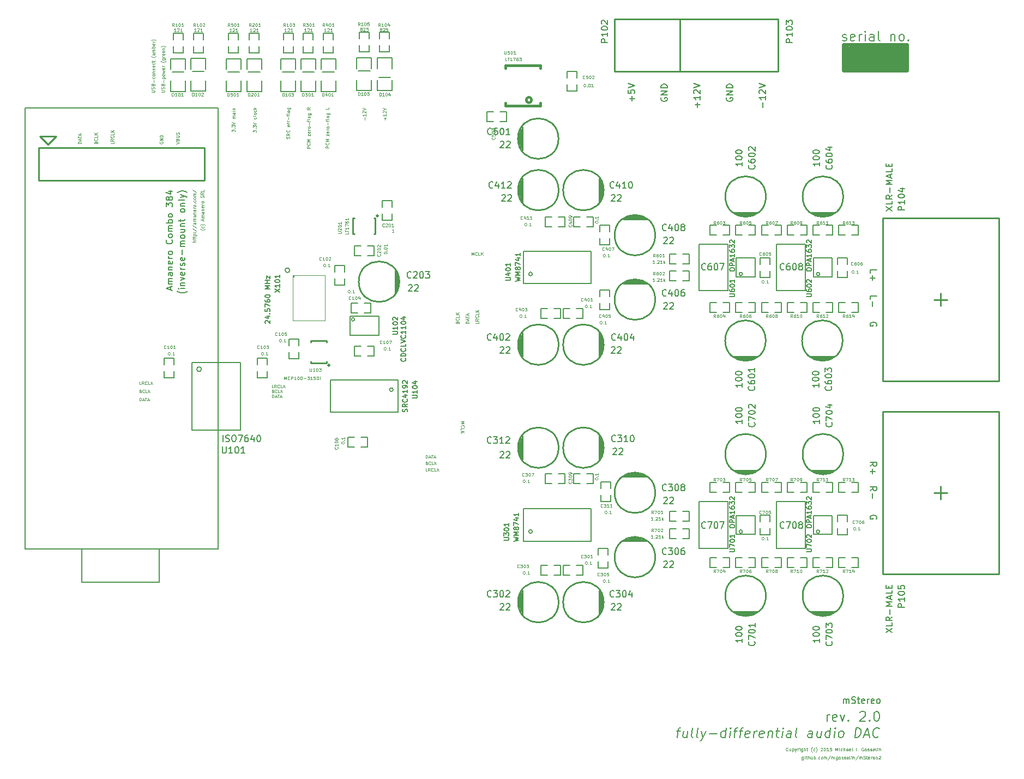
<source format=gto>
%FSLAX34Y34*%
G04 Gerber Fmt 3.4, Leading zero omitted, Abs format*
G04 (created by PCBNEW (2014-02-03 BZR 4658)-product) date Thu 30 Jul 2015 10:30:08 PM PDT*
%MOIN*%
G01*
G70*
G90*
G04 APERTURE LIST*
%ADD10C,0.005906*%
%ADD11C,0.007874*%
%ADD12C,0.027559*%
%ADD13C,0.019685*%
%ADD14C,0.157480*%
%ADD15C,0.003937*%
%ADD16C,0.010000*%
%ADD17C,0.005000*%
%ADD18C,0.009843*%
%ADD19C,0.015000*%
%ADD20C,0.008000*%
%ADD21C,0.003900*%
%ADD22C,0.004900*%
%ADD23C,0.004921*%
G04 APERTURE END LIST*
G54D10*
G54D11*
X66638Y-15639D02*
X66694Y-15667D01*
X66806Y-15667D01*
X66862Y-15639D01*
X66891Y-15582D01*
X66891Y-15554D01*
X66862Y-15498D01*
X66806Y-15470D01*
X66722Y-15470D01*
X66666Y-15442D01*
X66638Y-15385D01*
X66638Y-15357D01*
X66666Y-15301D01*
X66722Y-15273D01*
X66806Y-15273D01*
X66862Y-15301D01*
X67369Y-15639D02*
X67312Y-15667D01*
X67200Y-15667D01*
X67144Y-15639D01*
X67116Y-15582D01*
X67116Y-15357D01*
X67144Y-15301D01*
X67200Y-15273D01*
X67312Y-15273D01*
X67369Y-15301D01*
X67397Y-15357D01*
X67397Y-15414D01*
X67116Y-15470D01*
X67650Y-15667D02*
X67650Y-15273D01*
X67650Y-15385D02*
X67678Y-15329D01*
X67706Y-15301D01*
X67762Y-15273D01*
X67819Y-15273D01*
X68015Y-15667D02*
X68015Y-15273D01*
X68015Y-15076D02*
X67987Y-15104D01*
X68015Y-15132D01*
X68044Y-15104D01*
X68015Y-15076D01*
X68015Y-15132D01*
X68550Y-15667D02*
X68550Y-15357D01*
X68522Y-15301D01*
X68465Y-15273D01*
X68353Y-15273D01*
X68297Y-15301D01*
X68550Y-15639D02*
X68494Y-15667D01*
X68353Y-15667D01*
X68297Y-15639D01*
X68269Y-15582D01*
X68269Y-15526D01*
X68297Y-15470D01*
X68353Y-15442D01*
X68494Y-15442D01*
X68550Y-15414D01*
X68915Y-15667D02*
X68859Y-15639D01*
X68831Y-15582D01*
X68831Y-15076D01*
X69590Y-15273D02*
X69590Y-15667D01*
X69590Y-15329D02*
X69618Y-15301D01*
X69675Y-15273D01*
X69759Y-15273D01*
X69815Y-15301D01*
X69843Y-15357D01*
X69843Y-15667D01*
X70209Y-15667D02*
X70153Y-15639D01*
X70125Y-15610D01*
X70096Y-15554D01*
X70096Y-15385D01*
X70125Y-15329D01*
X70153Y-15301D01*
X70209Y-15273D01*
X70293Y-15273D01*
X70350Y-15301D01*
X70378Y-15329D01*
X70406Y-15385D01*
X70406Y-15554D01*
X70378Y-15610D01*
X70350Y-15639D01*
X70293Y-15667D01*
X70209Y-15667D01*
X70659Y-15610D02*
X70687Y-15639D01*
X70659Y-15667D01*
X70631Y-15639D01*
X70659Y-15610D01*
X70659Y-15667D01*
G54D12*
X66900Y-16000D02*
X66900Y-17400D01*
X70400Y-16000D02*
X70400Y-17400D01*
G54D13*
X66700Y-15900D02*
X66700Y-17500D01*
X70600Y-15900D02*
X70600Y-17500D01*
X70598Y-17500D02*
X66700Y-17500D01*
X66700Y-15900D02*
X70598Y-15900D01*
G54D14*
X67400Y-16700D02*
X69901Y-16700D01*
G54D15*
X27664Y-27177D02*
X27654Y-27187D01*
X27626Y-27205D01*
X27607Y-27215D01*
X27579Y-27224D01*
X27532Y-27234D01*
X27495Y-27234D01*
X27448Y-27224D01*
X27420Y-27215D01*
X27401Y-27205D01*
X27373Y-27187D01*
X27364Y-27177D01*
X27579Y-27018D02*
X27589Y-27037D01*
X27589Y-27074D01*
X27579Y-27093D01*
X27570Y-27102D01*
X27551Y-27112D01*
X27495Y-27112D01*
X27476Y-27102D01*
X27467Y-27093D01*
X27457Y-27074D01*
X27457Y-27037D01*
X27467Y-27018D01*
X27664Y-26952D02*
X27654Y-26943D01*
X27626Y-26924D01*
X27607Y-26915D01*
X27579Y-26905D01*
X27532Y-26896D01*
X27495Y-26896D01*
X27448Y-26905D01*
X27420Y-26915D01*
X27401Y-26924D01*
X27373Y-26943D01*
X27364Y-26952D01*
X27532Y-26662D02*
X27532Y-26568D01*
X27589Y-26681D02*
X27392Y-26615D01*
X27589Y-26549D01*
X27589Y-26484D02*
X27457Y-26484D01*
X27476Y-26484D02*
X27467Y-26474D01*
X27457Y-26456D01*
X27457Y-26427D01*
X27467Y-26409D01*
X27485Y-26399D01*
X27589Y-26399D01*
X27485Y-26399D02*
X27467Y-26390D01*
X27457Y-26371D01*
X27457Y-26343D01*
X27467Y-26324D01*
X27485Y-26315D01*
X27589Y-26315D01*
X27589Y-26137D02*
X27485Y-26137D01*
X27467Y-26146D01*
X27457Y-26165D01*
X27457Y-26202D01*
X27467Y-26221D01*
X27579Y-26137D02*
X27589Y-26156D01*
X27589Y-26202D01*
X27579Y-26221D01*
X27560Y-26231D01*
X27542Y-26231D01*
X27523Y-26221D01*
X27514Y-26202D01*
X27514Y-26156D01*
X27504Y-26137D01*
X27457Y-26043D02*
X27589Y-26043D01*
X27476Y-26043D02*
X27467Y-26034D01*
X27457Y-26015D01*
X27457Y-25987D01*
X27467Y-25968D01*
X27485Y-25959D01*
X27589Y-25959D01*
X27579Y-25790D02*
X27589Y-25809D01*
X27589Y-25846D01*
X27579Y-25865D01*
X27560Y-25874D01*
X27485Y-25874D01*
X27467Y-25865D01*
X27457Y-25846D01*
X27457Y-25809D01*
X27467Y-25790D01*
X27485Y-25781D01*
X27504Y-25781D01*
X27523Y-25874D01*
X27589Y-25696D02*
X27457Y-25696D01*
X27495Y-25696D02*
X27476Y-25687D01*
X27467Y-25678D01*
X27457Y-25659D01*
X27457Y-25640D01*
X27589Y-25546D02*
X27579Y-25565D01*
X27570Y-25574D01*
X27551Y-25584D01*
X27495Y-25584D01*
X27476Y-25574D01*
X27467Y-25565D01*
X27457Y-25546D01*
X27457Y-25518D01*
X27467Y-25499D01*
X27476Y-25490D01*
X27495Y-25481D01*
X27551Y-25481D01*
X27570Y-25490D01*
X27579Y-25499D01*
X27589Y-25518D01*
X27589Y-25546D01*
X27579Y-25256D02*
X27589Y-25228D01*
X27589Y-25181D01*
X27579Y-25162D01*
X27570Y-25153D01*
X27551Y-25143D01*
X27532Y-25143D01*
X27514Y-25153D01*
X27504Y-25162D01*
X27495Y-25181D01*
X27485Y-25218D01*
X27476Y-25237D01*
X27467Y-25246D01*
X27448Y-25256D01*
X27429Y-25256D01*
X27410Y-25246D01*
X27401Y-25237D01*
X27392Y-25218D01*
X27392Y-25171D01*
X27401Y-25143D01*
X27589Y-24946D02*
X27495Y-25012D01*
X27589Y-25059D02*
X27392Y-25059D01*
X27392Y-24984D01*
X27401Y-24965D01*
X27410Y-24956D01*
X27429Y-24946D01*
X27457Y-24946D01*
X27476Y-24956D01*
X27485Y-24965D01*
X27495Y-24984D01*
X27495Y-25059D01*
X27589Y-24768D02*
X27589Y-24862D01*
X27392Y-24862D01*
X27089Y-27965D02*
X26892Y-27965D01*
X27089Y-27880D02*
X26985Y-27880D01*
X26967Y-27890D01*
X26957Y-27908D01*
X26957Y-27937D01*
X26967Y-27955D01*
X26976Y-27965D01*
X26957Y-27815D02*
X26957Y-27740D01*
X26892Y-27787D02*
X27060Y-27787D01*
X27079Y-27777D01*
X27089Y-27758D01*
X27089Y-27740D01*
X26957Y-27702D02*
X26957Y-27627D01*
X26892Y-27674D02*
X27060Y-27674D01*
X27079Y-27665D01*
X27089Y-27646D01*
X27089Y-27627D01*
X26957Y-27562D02*
X27154Y-27562D01*
X26967Y-27562D02*
X26957Y-27543D01*
X26957Y-27505D01*
X26967Y-27487D01*
X26976Y-27477D01*
X26995Y-27468D01*
X27051Y-27468D01*
X27070Y-27477D01*
X27079Y-27487D01*
X27089Y-27505D01*
X27089Y-27543D01*
X27079Y-27562D01*
X27070Y-27384D02*
X27079Y-27374D01*
X27089Y-27384D01*
X27079Y-27393D01*
X27070Y-27384D01*
X27089Y-27384D01*
X26967Y-27384D02*
X26976Y-27374D01*
X26985Y-27384D01*
X26976Y-27393D01*
X26967Y-27384D01*
X26985Y-27384D01*
X26882Y-27149D02*
X27135Y-27318D01*
X26882Y-26943D02*
X27135Y-27112D01*
X27089Y-26793D02*
X26985Y-26793D01*
X26967Y-26802D01*
X26957Y-26821D01*
X26957Y-26859D01*
X26967Y-26877D01*
X27079Y-26793D02*
X27089Y-26812D01*
X27089Y-26859D01*
X27079Y-26877D01*
X27060Y-26887D01*
X27042Y-26887D01*
X27023Y-26877D01*
X27014Y-26859D01*
X27014Y-26812D01*
X27004Y-26793D01*
X27089Y-26699D02*
X26957Y-26699D01*
X26976Y-26699D02*
X26967Y-26690D01*
X26957Y-26671D01*
X26957Y-26643D01*
X26967Y-26624D01*
X26985Y-26615D01*
X27089Y-26615D01*
X26985Y-26615D02*
X26967Y-26606D01*
X26957Y-26587D01*
X26957Y-26559D01*
X26967Y-26540D01*
X26985Y-26531D01*
X27089Y-26531D01*
X27089Y-26352D02*
X26985Y-26352D01*
X26967Y-26362D01*
X26957Y-26381D01*
X26957Y-26418D01*
X26967Y-26437D01*
X27079Y-26352D02*
X27089Y-26371D01*
X27089Y-26418D01*
X27079Y-26437D01*
X27060Y-26446D01*
X27042Y-26446D01*
X27023Y-26437D01*
X27014Y-26418D01*
X27014Y-26371D01*
X27004Y-26352D01*
X26957Y-26259D02*
X27089Y-26259D01*
X26976Y-26259D02*
X26967Y-26249D01*
X26957Y-26231D01*
X26957Y-26202D01*
X26967Y-26184D01*
X26985Y-26174D01*
X27089Y-26174D01*
X27079Y-26006D02*
X27089Y-26024D01*
X27089Y-26062D01*
X27079Y-26081D01*
X27060Y-26090D01*
X26985Y-26090D01*
X26967Y-26081D01*
X26957Y-26062D01*
X26957Y-26024D01*
X26967Y-26006D01*
X26985Y-25996D01*
X27004Y-25996D01*
X27023Y-26090D01*
X27089Y-25912D02*
X26957Y-25912D01*
X26995Y-25912D02*
X26976Y-25902D01*
X26967Y-25893D01*
X26957Y-25874D01*
X26957Y-25856D01*
X27089Y-25762D02*
X27079Y-25781D01*
X27070Y-25790D01*
X27051Y-25799D01*
X26995Y-25799D01*
X26976Y-25790D01*
X26967Y-25781D01*
X26957Y-25762D01*
X26957Y-25734D01*
X26967Y-25715D01*
X26976Y-25706D01*
X26995Y-25696D01*
X27051Y-25696D01*
X27070Y-25706D01*
X27079Y-25715D01*
X27089Y-25734D01*
X27089Y-25762D01*
X27070Y-25612D02*
X27079Y-25603D01*
X27089Y-25612D01*
X27079Y-25621D01*
X27070Y-25612D01*
X27089Y-25612D01*
X27079Y-25434D02*
X27089Y-25453D01*
X27089Y-25490D01*
X27079Y-25509D01*
X27070Y-25518D01*
X27051Y-25528D01*
X26995Y-25528D01*
X26976Y-25518D01*
X26967Y-25509D01*
X26957Y-25490D01*
X26957Y-25453D01*
X26967Y-25434D01*
X27089Y-25321D02*
X27079Y-25340D01*
X27070Y-25349D01*
X27051Y-25359D01*
X26995Y-25359D01*
X26976Y-25349D01*
X26967Y-25340D01*
X26957Y-25321D01*
X26957Y-25293D01*
X26967Y-25274D01*
X26976Y-25265D01*
X26995Y-25256D01*
X27051Y-25256D01*
X27070Y-25265D01*
X27079Y-25274D01*
X27089Y-25293D01*
X27089Y-25321D01*
X27089Y-25171D02*
X26957Y-25171D01*
X26976Y-25171D02*
X26967Y-25162D01*
X26957Y-25143D01*
X26957Y-25115D01*
X26967Y-25096D01*
X26985Y-25087D01*
X27089Y-25087D01*
X26985Y-25087D02*
X26967Y-25078D01*
X26957Y-25059D01*
X26957Y-25031D01*
X26967Y-25012D01*
X26985Y-25003D01*
X27089Y-25003D01*
X26882Y-24768D02*
X27135Y-24937D01*
X25892Y-21981D02*
X26089Y-21915D01*
X25892Y-21850D01*
X25985Y-21718D02*
X25995Y-21690D01*
X26004Y-21681D01*
X26023Y-21671D01*
X26051Y-21671D01*
X26070Y-21681D01*
X26079Y-21690D01*
X26089Y-21709D01*
X26089Y-21784D01*
X25892Y-21784D01*
X25892Y-21718D01*
X25901Y-21700D01*
X25910Y-21690D01*
X25929Y-21681D01*
X25948Y-21681D01*
X25967Y-21690D01*
X25976Y-21700D01*
X25985Y-21718D01*
X25985Y-21784D01*
X25892Y-21587D02*
X26051Y-21587D01*
X26070Y-21578D01*
X26079Y-21568D01*
X26089Y-21550D01*
X26089Y-21512D01*
X26079Y-21493D01*
X26070Y-21484D01*
X26051Y-21475D01*
X25892Y-21475D01*
X26079Y-21390D02*
X26089Y-21362D01*
X26089Y-21315D01*
X26079Y-21296D01*
X26070Y-21287D01*
X26051Y-21278D01*
X26032Y-21278D01*
X26014Y-21287D01*
X26004Y-21296D01*
X25995Y-21315D01*
X25985Y-21353D01*
X25976Y-21371D01*
X25967Y-21381D01*
X25948Y-21390D01*
X25929Y-21390D01*
X25910Y-21381D01*
X25901Y-21371D01*
X25892Y-21353D01*
X25892Y-21306D01*
X25901Y-21278D01*
X24901Y-21850D02*
X24892Y-21868D01*
X24892Y-21896D01*
X24901Y-21925D01*
X24920Y-21943D01*
X24939Y-21953D01*
X24976Y-21962D01*
X25004Y-21962D01*
X25042Y-21953D01*
X25060Y-21943D01*
X25079Y-21925D01*
X25089Y-21896D01*
X25089Y-21878D01*
X25079Y-21850D01*
X25070Y-21840D01*
X25004Y-21840D01*
X25004Y-21878D01*
X25089Y-21756D02*
X24892Y-21756D01*
X25089Y-21643D01*
X24892Y-21643D01*
X25089Y-21550D02*
X24892Y-21550D01*
X24892Y-21503D01*
X24901Y-21475D01*
X24920Y-21456D01*
X24939Y-21446D01*
X24976Y-21437D01*
X25004Y-21437D01*
X25042Y-21446D01*
X25060Y-21456D01*
X25079Y-21475D01*
X25089Y-21503D01*
X25089Y-21550D01*
X20089Y-21953D02*
X19892Y-21953D01*
X19892Y-21906D01*
X19901Y-21878D01*
X19920Y-21859D01*
X19939Y-21850D01*
X19976Y-21840D01*
X20004Y-21840D01*
X20042Y-21850D01*
X20060Y-21859D01*
X20079Y-21878D01*
X20089Y-21906D01*
X20089Y-21953D01*
X20032Y-21765D02*
X20032Y-21671D01*
X20089Y-21784D02*
X19892Y-21718D01*
X20089Y-21653D01*
X19892Y-21615D02*
X19892Y-21503D01*
X20089Y-21559D02*
X19892Y-21559D01*
X20032Y-21446D02*
X20032Y-21353D01*
X20089Y-21465D02*
X19892Y-21400D01*
X20089Y-21334D01*
X20985Y-21887D02*
X20995Y-21859D01*
X21004Y-21850D01*
X21023Y-21840D01*
X21051Y-21840D01*
X21070Y-21850D01*
X21079Y-21859D01*
X21089Y-21878D01*
X21089Y-21953D01*
X20892Y-21953D01*
X20892Y-21887D01*
X20901Y-21868D01*
X20910Y-21859D01*
X20929Y-21850D01*
X20948Y-21850D01*
X20967Y-21859D01*
X20976Y-21868D01*
X20985Y-21887D01*
X20985Y-21953D01*
X21070Y-21643D02*
X21079Y-21653D01*
X21089Y-21681D01*
X21089Y-21700D01*
X21079Y-21728D01*
X21060Y-21746D01*
X21042Y-21756D01*
X21004Y-21765D01*
X20976Y-21765D01*
X20939Y-21756D01*
X20920Y-21746D01*
X20901Y-21728D01*
X20892Y-21700D01*
X20892Y-21681D01*
X20901Y-21653D01*
X20910Y-21643D01*
X21089Y-21465D02*
X21089Y-21559D01*
X20892Y-21559D01*
X21089Y-21400D02*
X20892Y-21400D01*
X21089Y-21287D02*
X20976Y-21371D01*
X20892Y-21287D02*
X21004Y-21400D01*
X22089Y-21859D02*
X22089Y-21953D01*
X21892Y-21953D01*
X22089Y-21681D02*
X21995Y-21746D01*
X22089Y-21793D02*
X21892Y-21793D01*
X21892Y-21718D01*
X21901Y-21700D01*
X21910Y-21690D01*
X21929Y-21681D01*
X21957Y-21681D01*
X21976Y-21690D01*
X21985Y-21700D01*
X21995Y-21718D01*
X21995Y-21793D01*
X22070Y-21484D02*
X22079Y-21493D01*
X22089Y-21521D01*
X22089Y-21540D01*
X22079Y-21568D01*
X22060Y-21587D01*
X22042Y-21596D01*
X22004Y-21606D01*
X21976Y-21606D01*
X21939Y-21596D01*
X21920Y-21587D01*
X21901Y-21568D01*
X21892Y-21540D01*
X21892Y-21521D01*
X21901Y-21493D01*
X21910Y-21484D01*
X22089Y-21306D02*
X22089Y-21400D01*
X21892Y-21400D01*
X22089Y-21240D02*
X21892Y-21240D01*
X22089Y-21128D02*
X21976Y-21212D01*
X21892Y-21128D02*
X22004Y-21240D01*
G54D11*
X26578Y-30974D02*
X26559Y-30992D01*
X26503Y-31030D01*
X26465Y-31049D01*
X26409Y-31067D01*
X26315Y-31086D01*
X26240Y-31086D01*
X26146Y-31067D01*
X26090Y-31049D01*
X26053Y-31030D01*
X25996Y-30992D01*
X25978Y-30974D01*
X26428Y-30824D02*
X26165Y-30824D01*
X26034Y-30824D02*
X26053Y-30842D01*
X26071Y-30824D01*
X26053Y-30805D01*
X26034Y-30824D01*
X26071Y-30824D01*
X26165Y-30636D02*
X26428Y-30636D01*
X26203Y-30636D02*
X26184Y-30618D01*
X26165Y-30580D01*
X26165Y-30524D01*
X26184Y-30486D01*
X26221Y-30468D01*
X26428Y-30468D01*
X26165Y-30318D02*
X26428Y-30224D01*
X26165Y-30130D01*
X26409Y-29830D02*
X26428Y-29868D01*
X26428Y-29943D01*
X26409Y-29980D01*
X26371Y-29999D01*
X26221Y-29999D01*
X26184Y-29980D01*
X26165Y-29943D01*
X26165Y-29868D01*
X26184Y-29830D01*
X26221Y-29811D01*
X26259Y-29811D01*
X26296Y-29999D01*
X26428Y-29643D02*
X26165Y-29643D01*
X26240Y-29643D02*
X26203Y-29624D01*
X26184Y-29605D01*
X26165Y-29568D01*
X26165Y-29530D01*
X26409Y-29418D02*
X26428Y-29380D01*
X26428Y-29305D01*
X26409Y-29268D01*
X26371Y-29249D01*
X26353Y-29249D01*
X26315Y-29268D01*
X26296Y-29305D01*
X26296Y-29361D01*
X26278Y-29399D01*
X26240Y-29418D01*
X26221Y-29418D01*
X26184Y-29399D01*
X26165Y-29361D01*
X26165Y-29305D01*
X26184Y-29268D01*
X26409Y-28930D02*
X26428Y-28968D01*
X26428Y-29043D01*
X26409Y-29080D01*
X26371Y-29099D01*
X26221Y-29099D01*
X26184Y-29080D01*
X26165Y-29043D01*
X26165Y-28968D01*
X26184Y-28930D01*
X26221Y-28911D01*
X26259Y-28911D01*
X26296Y-29099D01*
X26278Y-28743D02*
X26278Y-28443D01*
X26428Y-28255D02*
X26165Y-28255D01*
X26203Y-28255D02*
X26184Y-28237D01*
X26165Y-28199D01*
X26165Y-28143D01*
X26184Y-28105D01*
X26221Y-28087D01*
X26428Y-28087D01*
X26221Y-28087D02*
X26184Y-28068D01*
X26165Y-28030D01*
X26165Y-27974D01*
X26184Y-27937D01*
X26221Y-27918D01*
X26428Y-27918D01*
X26428Y-27674D02*
X26409Y-27712D01*
X26390Y-27730D01*
X26353Y-27749D01*
X26240Y-27749D01*
X26203Y-27730D01*
X26184Y-27712D01*
X26165Y-27674D01*
X26165Y-27618D01*
X26184Y-27580D01*
X26203Y-27562D01*
X26240Y-27543D01*
X26353Y-27543D01*
X26390Y-27562D01*
X26409Y-27580D01*
X26428Y-27618D01*
X26428Y-27674D01*
X26165Y-27205D02*
X26428Y-27205D01*
X26165Y-27374D02*
X26371Y-27374D01*
X26409Y-27355D01*
X26428Y-27318D01*
X26428Y-27262D01*
X26409Y-27224D01*
X26390Y-27205D01*
X26165Y-27018D02*
X26428Y-27018D01*
X26203Y-27018D02*
X26184Y-26999D01*
X26165Y-26962D01*
X26165Y-26905D01*
X26184Y-26868D01*
X26221Y-26849D01*
X26428Y-26849D01*
X26165Y-26718D02*
X26165Y-26568D01*
X26034Y-26662D02*
X26371Y-26662D01*
X26409Y-26643D01*
X26428Y-26606D01*
X26428Y-26568D01*
X26428Y-26081D02*
X26409Y-26118D01*
X26390Y-26137D01*
X26353Y-26156D01*
X26240Y-26156D01*
X26203Y-26137D01*
X26184Y-26118D01*
X26165Y-26081D01*
X26165Y-26024D01*
X26184Y-25987D01*
X26203Y-25968D01*
X26240Y-25949D01*
X26353Y-25949D01*
X26390Y-25968D01*
X26409Y-25987D01*
X26428Y-26024D01*
X26428Y-26081D01*
X26165Y-25781D02*
X26428Y-25781D01*
X26203Y-25781D02*
X26184Y-25762D01*
X26165Y-25724D01*
X26165Y-25668D01*
X26184Y-25631D01*
X26221Y-25612D01*
X26428Y-25612D01*
X26428Y-25368D02*
X26409Y-25406D01*
X26371Y-25424D01*
X26034Y-25424D01*
X26165Y-25256D02*
X26428Y-25162D01*
X26165Y-25068D02*
X26428Y-25162D01*
X26521Y-25199D01*
X26540Y-25218D01*
X26559Y-25256D01*
X26578Y-24956D02*
X26559Y-24937D01*
X26503Y-24899D01*
X26465Y-24881D01*
X26409Y-24862D01*
X26315Y-24843D01*
X26240Y-24843D01*
X26146Y-24862D01*
X26090Y-24881D01*
X26053Y-24899D01*
X25996Y-24937D01*
X25978Y-24956D01*
G54D15*
X64228Y-59457D02*
X64228Y-59617D01*
X64219Y-59635D01*
X64209Y-59645D01*
X64191Y-59654D01*
X64163Y-59654D01*
X64144Y-59645D01*
X64228Y-59579D02*
X64209Y-59589D01*
X64172Y-59589D01*
X64153Y-59579D01*
X64144Y-59570D01*
X64134Y-59551D01*
X64134Y-59495D01*
X64144Y-59476D01*
X64153Y-59467D01*
X64172Y-59457D01*
X64209Y-59457D01*
X64228Y-59467D01*
X64322Y-59589D02*
X64322Y-59457D01*
X64322Y-59392D02*
X64313Y-59401D01*
X64322Y-59410D01*
X64331Y-59401D01*
X64322Y-59392D01*
X64322Y-59410D01*
X64388Y-59457D02*
X64463Y-59457D01*
X64416Y-59392D02*
X64416Y-59560D01*
X64425Y-59579D01*
X64444Y-59589D01*
X64463Y-59589D01*
X64528Y-59589D02*
X64528Y-59392D01*
X64613Y-59589D02*
X64613Y-59485D01*
X64603Y-59467D01*
X64584Y-59457D01*
X64556Y-59457D01*
X64538Y-59467D01*
X64528Y-59476D01*
X64791Y-59457D02*
X64791Y-59589D01*
X64706Y-59457D02*
X64706Y-59560D01*
X64716Y-59579D01*
X64734Y-59589D01*
X64763Y-59589D01*
X64781Y-59579D01*
X64791Y-59570D01*
X64884Y-59589D02*
X64884Y-59392D01*
X64884Y-59467D02*
X64903Y-59457D01*
X64941Y-59457D01*
X64959Y-59467D01*
X64969Y-59476D01*
X64978Y-59495D01*
X64978Y-59551D01*
X64969Y-59570D01*
X64959Y-59579D01*
X64941Y-59589D01*
X64903Y-59589D01*
X64884Y-59579D01*
X65062Y-59570D02*
X65072Y-59579D01*
X65062Y-59589D01*
X65053Y-59579D01*
X65062Y-59570D01*
X65062Y-59589D01*
X65241Y-59579D02*
X65222Y-59589D01*
X65184Y-59589D01*
X65166Y-59579D01*
X65156Y-59570D01*
X65147Y-59551D01*
X65147Y-59495D01*
X65156Y-59476D01*
X65166Y-59467D01*
X65184Y-59457D01*
X65222Y-59457D01*
X65241Y-59467D01*
X65353Y-59589D02*
X65334Y-59579D01*
X65325Y-59570D01*
X65316Y-59551D01*
X65316Y-59495D01*
X65325Y-59476D01*
X65334Y-59467D01*
X65353Y-59457D01*
X65381Y-59457D01*
X65400Y-59467D01*
X65409Y-59476D01*
X65419Y-59495D01*
X65419Y-59551D01*
X65409Y-59570D01*
X65400Y-59579D01*
X65381Y-59589D01*
X65353Y-59589D01*
X65503Y-59589D02*
X65503Y-59457D01*
X65503Y-59476D02*
X65512Y-59467D01*
X65531Y-59457D01*
X65559Y-59457D01*
X65578Y-59467D01*
X65587Y-59485D01*
X65587Y-59589D01*
X65587Y-59485D02*
X65597Y-59467D01*
X65616Y-59457D01*
X65644Y-59457D01*
X65662Y-59467D01*
X65672Y-59485D01*
X65672Y-59589D01*
X65906Y-59382D02*
X65737Y-59635D01*
X65972Y-59589D02*
X65972Y-59457D01*
X65972Y-59476D02*
X65981Y-59467D01*
X66000Y-59457D01*
X66028Y-59457D01*
X66047Y-59467D01*
X66056Y-59485D01*
X66056Y-59589D01*
X66056Y-59485D02*
X66065Y-59467D01*
X66084Y-59457D01*
X66112Y-59457D01*
X66131Y-59467D01*
X66140Y-59485D01*
X66140Y-59589D01*
X66319Y-59457D02*
X66319Y-59617D01*
X66309Y-59635D01*
X66300Y-59645D01*
X66281Y-59654D01*
X66253Y-59654D01*
X66234Y-59645D01*
X66319Y-59579D02*
X66300Y-59589D01*
X66262Y-59589D01*
X66244Y-59579D01*
X66234Y-59570D01*
X66225Y-59551D01*
X66225Y-59495D01*
X66234Y-59476D01*
X66244Y-59467D01*
X66262Y-59457D01*
X66300Y-59457D01*
X66319Y-59467D01*
X66440Y-59589D02*
X66422Y-59579D01*
X66412Y-59570D01*
X66403Y-59551D01*
X66403Y-59495D01*
X66412Y-59476D01*
X66422Y-59467D01*
X66440Y-59457D01*
X66469Y-59457D01*
X66487Y-59467D01*
X66497Y-59476D01*
X66506Y-59495D01*
X66506Y-59551D01*
X66497Y-59570D01*
X66487Y-59579D01*
X66469Y-59589D01*
X66440Y-59589D01*
X66581Y-59579D02*
X66600Y-59589D01*
X66637Y-59589D01*
X66656Y-59579D01*
X66665Y-59560D01*
X66665Y-59551D01*
X66656Y-59532D01*
X66637Y-59523D01*
X66609Y-59523D01*
X66590Y-59514D01*
X66581Y-59495D01*
X66581Y-59485D01*
X66590Y-59467D01*
X66609Y-59457D01*
X66637Y-59457D01*
X66656Y-59467D01*
X66740Y-59579D02*
X66759Y-59589D01*
X66797Y-59589D01*
X66815Y-59579D01*
X66825Y-59560D01*
X66825Y-59551D01*
X66815Y-59532D01*
X66797Y-59523D01*
X66769Y-59523D01*
X66750Y-59514D01*
X66740Y-59495D01*
X66740Y-59485D01*
X66750Y-59467D01*
X66769Y-59457D01*
X66797Y-59457D01*
X66815Y-59467D01*
X66984Y-59579D02*
X66965Y-59589D01*
X66928Y-59589D01*
X66909Y-59579D01*
X66900Y-59560D01*
X66900Y-59485D01*
X66909Y-59467D01*
X66928Y-59457D01*
X66965Y-59457D01*
X66984Y-59467D01*
X66994Y-59485D01*
X66994Y-59504D01*
X66900Y-59523D01*
X67106Y-59589D02*
X67087Y-59579D01*
X67078Y-59560D01*
X67078Y-59392D01*
X67181Y-59589D02*
X67181Y-59457D01*
X67181Y-59392D02*
X67172Y-59401D01*
X67181Y-59410D01*
X67190Y-59401D01*
X67181Y-59392D01*
X67181Y-59410D01*
X67275Y-59457D02*
X67275Y-59589D01*
X67275Y-59476D02*
X67284Y-59467D01*
X67303Y-59457D01*
X67331Y-59457D01*
X67350Y-59467D01*
X67359Y-59485D01*
X67359Y-59589D01*
X67593Y-59382D02*
X67425Y-59635D01*
X67659Y-59589D02*
X67659Y-59457D01*
X67659Y-59476D02*
X67668Y-59467D01*
X67687Y-59457D01*
X67715Y-59457D01*
X67734Y-59467D01*
X67743Y-59485D01*
X67743Y-59589D01*
X67743Y-59485D02*
X67753Y-59467D01*
X67772Y-59457D01*
X67800Y-59457D01*
X67818Y-59467D01*
X67828Y-59485D01*
X67828Y-59589D01*
X67912Y-59579D02*
X67940Y-59589D01*
X67987Y-59589D01*
X68006Y-59579D01*
X68015Y-59570D01*
X68025Y-59551D01*
X68025Y-59532D01*
X68015Y-59514D01*
X68006Y-59504D01*
X67987Y-59495D01*
X67950Y-59485D01*
X67931Y-59476D01*
X67922Y-59467D01*
X67912Y-59448D01*
X67912Y-59429D01*
X67922Y-59410D01*
X67931Y-59401D01*
X67950Y-59392D01*
X67997Y-59392D01*
X68025Y-59401D01*
X68081Y-59457D02*
X68156Y-59457D01*
X68109Y-59392D02*
X68109Y-59560D01*
X68118Y-59579D01*
X68137Y-59589D01*
X68156Y-59589D01*
X68296Y-59579D02*
X68278Y-59589D01*
X68240Y-59589D01*
X68221Y-59579D01*
X68212Y-59560D01*
X68212Y-59485D01*
X68221Y-59467D01*
X68240Y-59457D01*
X68278Y-59457D01*
X68296Y-59467D01*
X68306Y-59485D01*
X68306Y-59504D01*
X68212Y-59523D01*
X68390Y-59589D02*
X68390Y-59457D01*
X68390Y-59495D02*
X68400Y-59476D01*
X68409Y-59467D01*
X68428Y-59457D01*
X68446Y-59457D01*
X68587Y-59579D02*
X68568Y-59589D01*
X68531Y-59589D01*
X68512Y-59579D01*
X68503Y-59560D01*
X68503Y-59485D01*
X68512Y-59467D01*
X68531Y-59457D01*
X68568Y-59457D01*
X68587Y-59467D01*
X68596Y-59485D01*
X68596Y-59504D01*
X68503Y-59523D01*
X68709Y-59589D02*
X68690Y-59579D01*
X68681Y-59570D01*
X68671Y-59551D01*
X68671Y-59495D01*
X68681Y-59476D01*
X68690Y-59467D01*
X68709Y-59457D01*
X68737Y-59457D01*
X68756Y-59467D01*
X68765Y-59476D01*
X68775Y-59495D01*
X68775Y-59551D01*
X68765Y-59570D01*
X68756Y-59579D01*
X68737Y-59589D01*
X68709Y-59589D01*
X68850Y-59410D02*
X68859Y-59401D01*
X68878Y-59392D01*
X68925Y-59392D01*
X68943Y-59401D01*
X68953Y-59410D01*
X68962Y-59429D01*
X68962Y-59448D01*
X68953Y-59476D01*
X68840Y-59589D01*
X68962Y-59589D01*
G54D11*
X56492Y-57873D02*
X56717Y-57873D01*
X56528Y-58267D02*
X56591Y-57760D01*
X56626Y-57704D01*
X56686Y-57676D01*
X56742Y-57676D01*
X57167Y-57873D02*
X57118Y-58267D01*
X56914Y-57873D02*
X56876Y-58182D01*
X56897Y-58239D01*
X56949Y-58267D01*
X57034Y-58267D01*
X57094Y-58239D01*
X57125Y-58210D01*
X57484Y-58267D02*
X57431Y-58239D01*
X57410Y-58182D01*
X57473Y-57676D01*
X57793Y-58267D02*
X57740Y-58239D01*
X57719Y-58182D01*
X57783Y-57676D01*
X58011Y-57873D02*
X58102Y-58267D01*
X58292Y-57873D02*
X58102Y-58267D01*
X58029Y-58407D01*
X57997Y-58435D01*
X57937Y-58464D01*
X58496Y-58042D02*
X58946Y-58042D01*
X59452Y-58267D02*
X59526Y-57676D01*
X59456Y-58239D02*
X59396Y-58267D01*
X59284Y-58267D01*
X59231Y-58239D01*
X59206Y-58210D01*
X59185Y-58154D01*
X59206Y-57985D01*
X59241Y-57929D01*
X59273Y-57901D01*
X59333Y-57873D01*
X59445Y-57873D01*
X59498Y-57901D01*
X59733Y-58267D02*
X59783Y-57873D01*
X59807Y-57676D02*
X59776Y-57704D01*
X59800Y-57732D01*
X59832Y-57704D01*
X59807Y-57676D01*
X59800Y-57732D01*
X59980Y-57873D02*
X60205Y-57873D01*
X60015Y-58267D02*
X60078Y-57760D01*
X60113Y-57704D01*
X60173Y-57676D01*
X60229Y-57676D01*
X60317Y-57873D02*
X60542Y-57873D01*
X60352Y-58267D02*
X60415Y-57760D01*
X60451Y-57704D01*
X60510Y-57676D01*
X60567Y-57676D01*
X60918Y-58239D02*
X60858Y-58267D01*
X60746Y-58267D01*
X60693Y-58239D01*
X60672Y-58182D01*
X60700Y-57957D01*
X60735Y-57901D01*
X60795Y-57873D01*
X60908Y-57873D01*
X60960Y-57901D01*
X60981Y-57957D01*
X60974Y-58014D01*
X60686Y-58070D01*
X61196Y-58267D02*
X61245Y-57873D01*
X61231Y-57985D02*
X61266Y-57929D01*
X61298Y-57901D01*
X61357Y-57873D01*
X61414Y-57873D01*
X61790Y-58239D02*
X61730Y-58267D01*
X61618Y-58267D01*
X61565Y-58239D01*
X61544Y-58182D01*
X61572Y-57957D01*
X61607Y-57901D01*
X61667Y-57873D01*
X61779Y-57873D01*
X61832Y-57901D01*
X61853Y-57957D01*
X61846Y-58014D01*
X61558Y-58070D01*
X62117Y-57873D02*
X62068Y-58267D01*
X62110Y-57929D02*
X62141Y-57901D01*
X62201Y-57873D01*
X62285Y-57873D01*
X62338Y-57901D01*
X62359Y-57957D01*
X62321Y-58267D01*
X62567Y-57873D02*
X62792Y-57873D01*
X62676Y-57676D02*
X62612Y-58182D01*
X62633Y-58239D01*
X62686Y-58267D01*
X62742Y-58267D01*
X62939Y-58267D02*
X62989Y-57873D01*
X63013Y-57676D02*
X62982Y-57704D01*
X63006Y-57732D01*
X63038Y-57704D01*
X63013Y-57676D01*
X63006Y-57732D01*
X63474Y-58267D02*
X63512Y-57957D01*
X63491Y-57901D01*
X63438Y-57873D01*
X63326Y-57873D01*
X63266Y-57901D01*
X63477Y-58239D02*
X63417Y-58267D01*
X63277Y-58267D01*
X63224Y-58239D01*
X63203Y-58182D01*
X63210Y-58126D01*
X63245Y-58070D01*
X63305Y-58042D01*
X63446Y-58042D01*
X63505Y-58014D01*
X63839Y-58267D02*
X63786Y-58239D01*
X63765Y-58182D01*
X63829Y-57676D01*
X64767Y-58267D02*
X64806Y-57957D01*
X64785Y-57901D01*
X64732Y-57873D01*
X64620Y-57873D01*
X64560Y-57901D01*
X64771Y-58239D02*
X64711Y-58267D01*
X64570Y-58267D01*
X64518Y-58239D01*
X64497Y-58182D01*
X64504Y-58126D01*
X64539Y-58070D01*
X64598Y-58042D01*
X64739Y-58042D01*
X64799Y-58014D01*
X65351Y-57873D02*
X65302Y-58267D01*
X65098Y-57873D02*
X65059Y-58182D01*
X65080Y-58239D01*
X65133Y-58267D01*
X65217Y-58267D01*
X65277Y-58239D01*
X65309Y-58210D01*
X65836Y-58267D02*
X65910Y-57676D01*
X65839Y-58239D02*
X65780Y-58267D01*
X65667Y-58267D01*
X65614Y-58239D01*
X65590Y-58210D01*
X65569Y-58154D01*
X65590Y-57985D01*
X65625Y-57929D01*
X65657Y-57901D01*
X65716Y-57873D01*
X65829Y-57873D01*
X65882Y-57901D01*
X66117Y-58267D02*
X66166Y-57873D01*
X66191Y-57676D02*
X66159Y-57704D01*
X66184Y-57732D01*
X66215Y-57704D01*
X66191Y-57676D01*
X66184Y-57732D01*
X66483Y-58267D02*
X66430Y-58239D01*
X66405Y-58210D01*
X66384Y-58154D01*
X66405Y-57985D01*
X66440Y-57929D01*
X66472Y-57901D01*
X66532Y-57873D01*
X66616Y-57873D01*
X66669Y-57901D01*
X66694Y-57929D01*
X66715Y-57985D01*
X66694Y-58154D01*
X66658Y-58210D01*
X66627Y-58239D01*
X66567Y-58267D01*
X66483Y-58267D01*
X67383Y-58267D02*
X67456Y-57676D01*
X67597Y-57676D01*
X67678Y-57704D01*
X67727Y-57760D01*
X67748Y-57817D01*
X67762Y-57929D01*
X67752Y-58014D01*
X67709Y-58126D01*
X67674Y-58182D01*
X67611Y-58239D01*
X67523Y-58267D01*
X67383Y-58267D01*
X67966Y-58098D02*
X68247Y-58098D01*
X67889Y-58267D02*
X68159Y-57676D01*
X68282Y-58267D01*
X68824Y-58210D02*
X68792Y-58239D01*
X68704Y-58267D01*
X68648Y-58267D01*
X68567Y-58239D01*
X68518Y-58182D01*
X68497Y-58126D01*
X68483Y-58014D01*
X68493Y-57929D01*
X68535Y-57817D01*
X68571Y-57760D01*
X68634Y-57704D01*
X68722Y-57676D01*
X68778Y-57676D01*
X68859Y-57704D01*
X68883Y-57732D01*
G54D15*
X63300Y-59070D02*
X63291Y-59079D01*
X63263Y-59089D01*
X63244Y-59089D01*
X63216Y-59079D01*
X63197Y-59060D01*
X63188Y-59042D01*
X63178Y-59004D01*
X63178Y-58976D01*
X63188Y-58939D01*
X63197Y-58920D01*
X63216Y-58901D01*
X63244Y-58892D01*
X63263Y-58892D01*
X63291Y-58901D01*
X63300Y-58910D01*
X63413Y-59089D02*
X63394Y-59079D01*
X63385Y-59070D01*
X63375Y-59051D01*
X63375Y-58995D01*
X63385Y-58976D01*
X63394Y-58967D01*
X63413Y-58957D01*
X63441Y-58957D01*
X63460Y-58967D01*
X63469Y-58976D01*
X63478Y-58995D01*
X63478Y-59051D01*
X63469Y-59070D01*
X63460Y-59079D01*
X63441Y-59089D01*
X63413Y-59089D01*
X63563Y-58957D02*
X63563Y-59154D01*
X63563Y-58967D02*
X63581Y-58957D01*
X63619Y-58957D01*
X63638Y-58967D01*
X63647Y-58976D01*
X63656Y-58995D01*
X63656Y-59051D01*
X63647Y-59070D01*
X63638Y-59079D01*
X63619Y-59089D01*
X63581Y-59089D01*
X63563Y-59079D01*
X63722Y-58957D02*
X63769Y-59089D01*
X63816Y-58957D02*
X63769Y-59089D01*
X63750Y-59135D01*
X63741Y-59145D01*
X63722Y-59154D01*
X63891Y-59089D02*
X63891Y-58957D01*
X63891Y-58995D02*
X63900Y-58976D01*
X63910Y-58967D01*
X63928Y-58957D01*
X63947Y-58957D01*
X64013Y-59089D02*
X64013Y-58957D01*
X64013Y-58892D02*
X64003Y-58901D01*
X64013Y-58910D01*
X64022Y-58901D01*
X64013Y-58892D01*
X64013Y-58910D01*
X64191Y-58957D02*
X64191Y-59117D01*
X64181Y-59135D01*
X64172Y-59145D01*
X64153Y-59154D01*
X64125Y-59154D01*
X64106Y-59145D01*
X64191Y-59079D02*
X64172Y-59089D01*
X64134Y-59089D01*
X64116Y-59079D01*
X64106Y-59070D01*
X64097Y-59051D01*
X64097Y-58995D01*
X64106Y-58976D01*
X64116Y-58967D01*
X64134Y-58957D01*
X64172Y-58957D01*
X64191Y-58967D01*
X64284Y-59089D02*
X64284Y-58892D01*
X64369Y-59089D02*
X64369Y-58985D01*
X64359Y-58967D01*
X64341Y-58957D01*
X64313Y-58957D01*
X64294Y-58967D01*
X64284Y-58976D01*
X64434Y-58957D02*
X64509Y-58957D01*
X64463Y-58892D02*
X64463Y-59060D01*
X64472Y-59079D01*
X64491Y-59089D01*
X64509Y-59089D01*
X64781Y-59164D02*
X64772Y-59154D01*
X64753Y-59126D01*
X64744Y-59107D01*
X64734Y-59079D01*
X64725Y-59032D01*
X64725Y-58995D01*
X64734Y-58948D01*
X64744Y-58920D01*
X64753Y-58901D01*
X64772Y-58873D01*
X64781Y-58864D01*
X64941Y-59079D02*
X64922Y-59089D01*
X64884Y-59089D01*
X64866Y-59079D01*
X64856Y-59070D01*
X64847Y-59051D01*
X64847Y-58995D01*
X64856Y-58976D01*
X64866Y-58967D01*
X64884Y-58957D01*
X64922Y-58957D01*
X64941Y-58967D01*
X65006Y-59164D02*
X65016Y-59154D01*
X65034Y-59126D01*
X65044Y-59107D01*
X65053Y-59079D01*
X65062Y-59032D01*
X65062Y-58995D01*
X65053Y-58948D01*
X65044Y-58920D01*
X65034Y-58901D01*
X65016Y-58873D01*
X65006Y-58864D01*
X65297Y-58910D02*
X65306Y-58901D01*
X65325Y-58892D01*
X65372Y-58892D01*
X65391Y-58901D01*
X65400Y-58910D01*
X65409Y-58929D01*
X65409Y-58948D01*
X65400Y-58976D01*
X65287Y-59089D01*
X65409Y-59089D01*
X65531Y-58892D02*
X65550Y-58892D01*
X65569Y-58901D01*
X65578Y-58910D01*
X65587Y-58929D01*
X65597Y-58967D01*
X65597Y-59014D01*
X65587Y-59051D01*
X65578Y-59070D01*
X65569Y-59079D01*
X65550Y-59089D01*
X65531Y-59089D01*
X65512Y-59079D01*
X65503Y-59070D01*
X65494Y-59051D01*
X65484Y-59014D01*
X65484Y-58967D01*
X65494Y-58929D01*
X65503Y-58910D01*
X65512Y-58901D01*
X65531Y-58892D01*
X65784Y-59089D02*
X65672Y-59089D01*
X65728Y-59089D02*
X65728Y-58892D01*
X65709Y-58920D01*
X65691Y-58939D01*
X65672Y-58948D01*
X65962Y-58892D02*
X65869Y-58892D01*
X65859Y-58985D01*
X65869Y-58976D01*
X65887Y-58967D01*
X65934Y-58967D01*
X65953Y-58976D01*
X65962Y-58985D01*
X65972Y-59004D01*
X65972Y-59051D01*
X65962Y-59070D01*
X65953Y-59079D01*
X65934Y-59089D01*
X65887Y-59089D01*
X65869Y-59079D01*
X65859Y-59070D01*
X66206Y-59089D02*
X66206Y-58892D01*
X66272Y-59032D01*
X66337Y-58892D01*
X66337Y-59089D01*
X66431Y-59089D02*
X66431Y-58957D01*
X66431Y-58892D02*
X66422Y-58901D01*
X66431Y-58910D01*
X66440Y-58901D01*
X66431Y-58892D01*
X66431Y-58910D01*
X66609Y-59079D02*
X66590Y-59089D01*
X66553Y-59089D01*
X66534Y-59079D01*
X66525Y-59070D01*
X66515Y-59051D01*
X66515Y-58995D01*
X66525Y-58976D01*
X66534Y-58967D01*
X66553Y-58957D01*
X66590Y-58957D01*
X66609Y-58967D01*
X66694Y-59089D02*
X66694Y-58892D01*
X66778Y-59089D02*
X66778Y-58985D01*
X66769Y-58967D01*
X66750Y-58957D01*
X66722Y-58957D01*
X66703Y-58967D01*
X66694Y-58976D01*
X66956Y-59089D02*
X66956Y-58985D01*
X66947Y-58967D01*
X66928Y-58957D01*
X66890Y-58957D01*
X66872Y-58967D01*
X66956Y-59079D02*
X66937Y-59089D01*
X66890Y-59089D01*
X66872Y-59079D01*
X66862Y-59060D01*
X66862Y-59042D01*
X66872Y-59023D01*
X66890Y-59014D01*
X66937Y-59014D01*
X66956Y-59004D01*
X67125Y-59079D02*
X67106Y-59089D01*
X67068Y-59089D01*
X67050Y-59079D01*
X67040Y-59060D01*
X67040Y-58985D01*
X67050Y-58967D01*
X67068Y-58957D01*
X67106Y-58957D01*
X67125Y-58967D01*
X67134Y-58985D01*
X67134Y-59004D01*
X67040Y-59023D01*
X67247Y-59089D02*
X67228Y-59079D01*
X67218Y-59060D01*
X67218Y-58892D01*
X67472Y-59089D02*
X67472Y-58892D01*
X67565Y-59070D02*
X67575Y-59079D01*
X67565Y-59089D01*
X67556Y-59079D01*
X67565Y-59070D01*
X67565Y-59089D01*
X67912Y-58901D02*
X67893Y-58892D01*
X67865Y-58892D01*
X67837Y-58901D01*
X67818Y-58920D01*
X67809Y-58939D01*
X67800Y-58976D01*
X67800Y-59004D01*
X67809Y-59042D01*
X67818Y-59060D01*
X67837Y-59079D01*
X67865Y-59089D01*
X67884Y-59089D01*
X67912Y-59079D01*
X67922Y-59070D01*
X67922Y-59004D01*
X67884Y-59004D01*
X68034Y-59089D02*
X68015Y-59079D01*
X68006Y-59070D01*
X67997Y-59051D01*
X67997Y-58995D01*
X68006Y-58976D01*
X68015Y-58967D01*
X68034Y-58957D01*
X68062Y-58957D01*
X68081Y-58967D01*
X68090Y-58976D01*
X68100Y-58995D01*
X68100Y-59051D01*
X68090Y-59070D01*
X68081Y-59079D01*
X68062Y-59089D01*
X68034Y-59089D01*
X68175Y-59079D02*
X68193Y-59089D01*
X68231Y-59089D01*
X68250Y-59079D01*
X68259Y-59060D01*
X68259Y-59051D01*
X68250Y-59032D01*
X68231Y-59023D01*
X68203Y-59023D01*
X68184Y-59014D01*
X68175Y-58995D01*
X68175Y-58985D01*
X68184Y-58967D01*
X68203Y-58957D01*
X68231Y-58957D01*
X68250Y-58967D01*
X68334Y-59079D02*
X68353Y-59089D01*
X68390Y-59089D01*
X68409Y-59079D01*
X68418Y-59060D01*
X68418Y-59051D01*
X68409Y-59032D01*
X68390Y-59023D01*
X68362Y-59023D01*
X68343Y-59014D01*
X68334Y-58995D01*
X68334Y-58985D01*
X68343Y-58967D01*
X68362Y-58957D01*
X68390Y-58957D01*
X68409Y-58967D01*
X68578Y-59079D02*
X68559Y-59089D01*
X68521Y-59089D01*
X68503Y-59079D01*
X68493Y-59060D01*
X68493Y-58985D01*
X68503Y-58967D01*
X68521Y-58957D01*
X68559Y-58957D01*
X68578Y-58967D01*
X68587Y-58985D01*
X68587Y-59004D01*
X68493Y-59023D01*
X68700Y-59089D02*
X68681Y-59079D01*
X68671Y-59060D01*
X68671Y-58892D01*
X68775Y-59089D02*
X68775Y-58957D01*
X68775Y-58892D02*
X68765Y-58901D01*
X68775Y-58910D01*
X68784Y-58901D01*
X68775Y-58892D01*
X68775Y-58910D01*
X68868Y-58957D02*
X68868Y-59089D01*
X68868Y-58976D02*
X68878Y-58967D01*
X68896Y-58957D01*
X68925Y-58957D01*
X68943Y-58967D01*
X68953Y-58985D01*
X68953Y-59089D01*
G54D11*
X65681Y-57267D02*
X65681Y-56873D01*
X65681Y-56985D02*
X65709Y-56929D01*
X65737Y-56901D01*
X65794Y-56873D01*
X65850Y-56873D01*
X66272Y-57239D02*
X66215Y-57267D01*
X66103Y-57267D01*
X66047Y-57239D01*
X66019Y-57182D01*
X66019Y-56957D01*
X66047Y-56901D01*
X66103Y-56873D01*
X66215Y-56873D01*
X66272Y-56901D01*
X66300Y-56957D01*
X66300Y-57014D01*
X66019Y-57070D01*
X66497Y-56873D02*
X66637Y-57267D01*
X66778Y-56873D01*
X67003Y-57210D02*
X67031Y-57239D01*
X67003Y-57267D01*
X66975Y-57239D01*
X67003Y-57210D01*
X67003Y-57267D01*
X67706Y-56732D02*
X67734Y-56704D01*
X67790Y-56676D01*
X67931Y-56676D01*
X67987Y-56704D01*
X68015Y-56732D01*
X68043Y-56789D01*
X68043Y-56845D01*
X68015Y-56929D01*
X67678Y-57267D01*
X68043Y-57267D01*
X68296Y-57210D02*
X68325Y-57239D01*
X68296Y-57267D01*
X68268Y-57239D01*
X68296Y-57210D01*
X68296Y-57267D01*
X68690Y-56676D02*
X68746Y-56676D01*
X68803Y-56704D01*
X68831Y-56732D01*
X68859Y-56789D01*
X68887Y-56901D01*
X68887Y-57042D01*
X68859Y-57154D01*
X68831Y-57210D01*
X68803Y-57239D01*
X68746Y-57267D01*
X68690Y-57267D01*
X68634Y-57239D01*
X68606Y-57210D01*
X68578Y-57154D01*
X68550Y-57042D01*
X68550Y-56901D01*
X68578Y-56789D01*
X68606Y-56732D01*
X68634Y-56704D01*
X68690Y-56676D01*
X66694Y-56178D02*
X66694Y-55915D01*
X66694Y-55953D02*
X66712Y-55934D01*
X66750Y-55915D01*
X66806Y-55915D01*
X66844Y-55934D01*
X66862Y-55971D01*
X66862Y-56178D01*
X66862Y-55971D02*
X66881Y-55934D01*
X66919Y-55915D01*
X66975Y-55915D01*
X67012Y-55934D01*
X67031Y-55971D01*
X67031Y-56178D01*
X67200Y-56159D02*
X67256Y-56178D01*
X67350Y-56178D01*
X67387Y-56159D01*
X67406Y-56140D01*
X67425Y-56103D01*
X67425Y-56065D01*
X67406Y-56028D01*
X67387Y-56009D01*
X67350Y-55990D01*
X67275Y-55971D01*
X67237Y-55953D01*
X67218Y-55934D01*
X67200Y-55896D01*
X67200Y-55859D01*
X67218Y-55821D01*
X67237Y-55803D01*
X67275Y-55784D01*
X67368Y-55784D01*
X67425Y-55803D01*
X67537Y-55915D02*
X67687Y-55915D01*
X67593Y-55784D02*
X67593Y-56121D01*
X67612Y-56159D01*
X67650Y-56178D01*
X67687Y-56178D01*
X67968Y-56159D02*
X67931Y-56178D01*
X67856Y-56178D01*
X67818Y-56159D01*
X67800Y-56121D01*
X67800Y-55971D01*
X67818Y-55934D01*
X67856Y-55915D01*
X67931Y-55915D01*
X67968Y-55934D01*
X67987Y-55971D01*
X67987Y-56009D01*
X67800Y-56046D01*
X68156Y-56178D02*
X68156Y-55915D01*
X68156Y-55990D02*
X68175Y-55953D01*
X68193Y-55934D01*
X68231Y-55915D01*
X68268Y-55915D01*
X68550Y-56159D02*
X68512Y-56178D01*
X68437Y-56178D01*
X68400Y-56159D01*
X68381Y-56121D01*
X68381Y-55971D01*
X68400Y-55934D01*
X68437Y-55915D01*
X68512Y-55915D01*
X68550Y-55934D01*
X68568Y-55971D01*
X68568Y-56009D01*
X68381Y-56046D01*
X68793Y-56178D02*
X68756Y-56159D01*
X68737Y-56140D01*
X68718Y-56103D01*
X68718Y-55990D01*
X68737Y-55953D01*
X68756Y-55934D01*
X68793Y-55915D01*
X68850Y-55915D01*
X68887Y-55934D01*
X68906Y-55953D01*
X68925Y-55990D01*
X68925Y-56103D01*
X68906Y-56140D01*
X68887Y-56159D01*
X68850Y-56178D01*
X68793Y-56178D01*
G54D15*
X41240Y-41989D02*
X41146Y-41989D01*
X41146Y-41792D01*
X41418Y-41989D02*
X41353Y-41895D01*
X41306Y-41989D02*
X41306Y-41792D01*
X41381Y-41792D01*
X41399Y-41801D01*
X41409Y-41810D01*
X41418Y-41829D01*
X41418Y-41857D01*
X41409Y-41876D01*
X41399Y-41885D01*
X41381Y-41895D01*
X41306Y-41895D01*
X41615Y-41970D02*
X41606Y-41979D01*
X41578Y-41989D01*
X41559Y-41989D01*
X41531Y-41979D01*
X41512Y-41960D01*
X41503Y-41942D01*
X41493Y-41904D01*
X41493Y-41876D01*
X41503Y-41839D01*
X41512Y-41820D01*
X41531Y-41801D01*
X41559Y-41792D01*
X41578Y-41792D01*
X41606Y-41801D01*
X41615Y-41810D01*
X41793Y-41989D02*
X41699Y-41989D01*
X41699Y-41792D01*
X41859Y-41989D02*
X41859Y-41792D01*
X41971Y-41989D02*
X41887Y-41876D01*
X41971Y-41792D02*
X41859Y-41904D01*
X41146Y-41189D02*
X41146Y-40992D01*
X41193Y-40992D01*
X41221Y-41001D01*
X41240Y-41020D01*
X41249Y-41039D01*
X41259Y-41076D01*
X41259Y-41104D01*
X41249Y-41142D01*
X41240Y-41160D01*
X41221Y-41179D01*
X41193Y-41189D01*
X41146Y-41189D01*
X41334Y-41132D02*
X41428Y-41132D01*
X41315Y-41189D02*
X41381Y-40992D01*
X41446Y-41189D01*
X41484Y-40992D02*
X41596Y-40992D01*
X41540Y-41189D02*
X41540Y-40992D01*
X41653Y-41132D02*
X41746Y-41132D01*
X41634Y-41189D02*
X41699Y-40992D01*
X41765Y-41189D01*
X41212Y-41485D02*
X41240Y-41495D01*
X41249Y-41504D01*
X41259Y-41523D01*
X41259Y-41551D01*
X41249Y-41570D01*
X41240Y-41579D01*
X41221Y-41589D01*
X41146Y-41589D01*
X41146Y-41392D01*
X41212Y-41392D01*
X41231Y-41401D01*
X41240Y-41410D01*
X41249Y-41429D01*
X41249Y-41448D01*
X41240Y-41467D01*
X41231Y-41476D01*
X41212Y-41485D01*
X41146Y-41485D01*
X41456Y-41570D02*
X41446Y-41579D01*
X41418Y-41589D01*
X41399Y-41589D01*
X41371Y-41579D01*
X41353Y-41560D01*
X41343Y-41542D01*
X41334Y-41504D01*
X41334Y-41476D01*
X41343Y-41439D01*
X41353Y-41420D01*
X41371Y-41401D01*
X41399Y-41392D01*
X41418Y-41392D01*
X41446Y-41401D01*
X41456Y-41410D01*
X41634Y-41589D02*
X41540Y-41589D01*
X41540Y-41392D01*
X41699Y-41589D02*
X41699Y-41392D01*
X41812Y-41589D02*
X41728Y-41476D01*
X41812Y-41392D02*
X41699Y-41504D01*
X43310Y-38957D02*
X43507Y-38957D01*
X43367Y-39023D01*
X43507Y-39089D01*
X43310Y-39089D01*
X43329Y-39295D02*
X43320Y-39285D01*
X43310Y-39257D01*
X43310Y-39239D01*
X43320Y-39210D01*
X43339Y-39192D01*
X43357Y-39182D01*
X43395Y-39173D01*
X43423Y-39173D01*
X43460Y-39182D01*
X43479Y-39192D01*
X43498Y-39210D01*
X43507Y-39239D01*
X43507Y-39257D01*
X43498Y-39285D01*
X43489Y-39295D01*
X43310Y-39473D02*
X43310Y-39379D01*
X43507Y-39379D01*
X43310Y-39539D02*
X43507Y-39539D01*
X43310Y-39651D02*
X43423Y-39567D01*
X43507Y-39651D02*
X43395Y-39539D01*
X23740Y-36689D02*
X23646Y-36689D01*
X23646Y-36492D01*
X23918Y-36689D02*
X23853Y-36595D01*
X23806Y-36689D02*
X23806Y-36492D01*
X23881Y-36492D01*
X23899Y-36501D01*
X23909Y-36510D01*
X23918Y-36529D01*
X23918Y-36557D01*
X23909Y-36576D01*
X23899Y-36585D01*
X23881Y-36595D01*
X23806Y-36595D01*
X24115Y-36670D02*
X24106Y-36679D01*
X24078Y-36689D01*
X24059Y-36689D01*
X24031Y-36679D01*
X24012Y-36660D01*
X24003Y-36642D01*
X23993Y-36604D01*
X23993Y-36576D01*
X24003Y-36539D01*
X24012Y-36520D01*
X24031Y-36501D01*
X24059Y-36492D01*
X24078Y-36492D01*
X24106Y-36501D01*
X24115Y-36510D01*
X24293Y-36689D02*
X24199Y-36689D01*
X24199Y-36492D01*
X24359Y-36689D02*
X24359Y-36492D01*
X24471Y-36689D02*
X24387Y-36576D01*
X24471Y-36492D02*
X24359Y-36604D01*
X23712Y-37085D02*
X23740Y-37095D01*
X23749Y-37104D01*
X23759Y-37123D01*
X23759Y-37151D01*
X23749Y-37170D01*
X23740Y-37179D01*
X23721Y-37189D01*
X23646Y-37189D01*
X23646Y-36992D01*
X23712Y-36992D01*
X23731Y-37001D01*
X23740Y-37010D01*
X23749Y-37029D01*
X23749Y-37048D01*
X23740Y-37067D01*
X23731Y-37076D01*
X23712Y-37085D01*
X23646Y-37085D01*
X23956Y-37170D02*
X23946Y-37179D01*
X23918Y-37189D01*
X23899Y-37189D01*
X23871Y-37179D01*
X23853Y-37160D01*
X23843Y-37142D01*
X23834Y-37104D01*
X23834Y-37076D01*
X23843Y-37039D01*
X23853Y-37020D01*
X23871Y-37001D01*
X23899Y-36992D01*
X23918Y-36992D01*
X23946Y-37001D01*
X23956Y-37010D01*
X24134Y-37189D02*
X24040Y-37189D01*
X24040Y-36992D01*
X24199Y-37189D02*
X24199Y-36992D01*
X24312Y-37189D02*
X24228Y-37076D01*
X24312Y-36992D02*
X24199Y-37104D01*
X23646Y-37689D02*
X23646Y-37492D01*
X23693Y-37492D01*
X23721Y-37501D01*
X23740Y-37520D01*
X23749Y-37539D01*
X23759Y-37576D01*
X23759Y-37604D01*
X23749Y-37642D01*
X23740Y-37660D01*
X23721Y-37679D01*
X23693Y-37689D01*
X23646Y-37689D01*
X23834Y-37632D02*
X23928Y-37632D01*
X23815Y-37689D02*
X23881Y-37492D01*
X23946Y-37689D01*
X23984Y-37492D02*
X24096Y-37492D01*
X24040Y-37689D02*
X24040Y-37492D01*
X24153Y-37632D02*
X24246Y-37632D01*
X24134Y-37689D02*
X24199Y-37492D01*
X24265Y-37689D01*
X31812Y-37085D02*
X31840Y-37095D01*
X31849Y-37104D01*
X31859Y-37123D01*
X31859Y-37151D01*
X31849Y-37170D01*
X31840Y-37179D01*
X31821Y-37189D01*
X31746Y-37189D01*
X31746Y-36992D01*
X31812Y-36992D01*
X31831Y-37001D01*
X31840Y-37010D01*
X31849Y-37029D01*
X31849Y-37048D01*
X31840Y-37067D01*
X31831Y-37076D01*
X31812Y-37085D01*
X31746Y-37085D01*
X32056Y-37170D02*
X32046Y-37179D01*
X32018Y-37189D01*
X31999Y-37189D01*
X31971Y-37179D01*
X31953Y-37160D01*
X31943Y-37142D01*
X31934Y-37104D01*
X31934Y-37076D01*
X31943Y-37039D01*
X31953Y-37020D01*
X31971Y-37001D01*
X31999Y-36992D01*
X32018Y-36992D01*
X32046Y-37001D01*
X32056Y-37010D01*
X32234Y-37189D02*
X32140Y-37189D01*
X32140Y-36992D01*
X32299Y-37189D02*
X32299Y-36992D01*
X32412Y-37189D02*
X32328Y-37076D01*
X32412Y-36992D02*
X32299Y-37104D01*
X31746Y-37489D02*
X31746Y-37292D01*
X31793Y-37292D01*
X31821Y-37301D01*
X31840Y-37320D01*
X31849Y-37339D01*
X31859Y-37376D01*
X31859Y-37404D01*
X31849Y-37442D01*
X31840Y-37460D01*
X31821Y-37479D01*
X31793Y-37489D01*
X31746Y-37489D01*
X31934Y-37432D02*
X32028Y-37432D01*
X31915Y-37489D02*
X31981Y-37292D01*
X32046Y-37489D01*
X32084Y-37292D02*
X32196Y-37292D01*
X32140Y-37489D02*
X32140Y-37292D01*
X32253Y-37432D02*
X32346Y-37432D01*
X32234Y-37489D02*
X32299Y-37292D01*
X32365Y-37489D01*
X31840Y-36889D02*
X31746Y-36889D01*
X31746Y-36692D01*
X32018Y-36889D02*
X31953Y-36795D01*
X31906Y-36889D02*
X31906Y-36692D01*
X31981Y-36692D01*
X31999Y-36701D01*
X32009Y-36710D01*
X32018Y-36729D01*
X32018Y-36757D01*
X32009Y-36776D01*
X31999Y-36785D01*
X31981Y-36795D01*
X31906Y-36795D01*
X32215Y-36870D02*
X32206Y-36879D01*
X32178Y-36889D01*
X32159Y-36889D01*
X32131Y-36879D01*
X32112Y-36860D01*
X32103Y-36842D01*
X32093Y-36804D01*
X32093Y-36776D01*
X32103Y-36739D01*
X32112Y-36720D01*
X32131Y-36701D01*
X32159Y-36692D01*
X32178Y-36692D01*
X32206Y-36701D01*
X32215Y-36710D01*
X32393Y-36889D02*
X32299Y-36889D01*
X32299Y-36692D01*
X32459Y-36889D02*
X32459Y-36692D01*
X32571Y-36889D02*
X32487Y-36776D01*
X32571Y-36692D02*
X32459Y-36804D01*
X43789Y-32953D02*
X43592Y-32953D01*
X43592Y-32906D01*
X43601Y-32878D01*
X43620Y-32859D01*
X43639Y-32850D01*
X43676Y-32840D01*
X43704Y-32840D01*
X43742Y-32850D01*
X43760Y-32859D01*
X43779Y-32878D01*
X43789Y-32906D01*
X43789Y-32953D01*
X43732Y-32765D02*
X43732Y-32671D01*
X43789Y-32784D02*
X43592Y-32718D01*
X43789Y-32653D01*
X43592Y-32615D02*
X43592Y-32503D01*
X43789Y-32559D02*
X43592Y-32559D01*
X43732Y-32446D02*
X43732Y-32353D01*
X43789Y-32465D02*
X43592Y-32400D01*
X43789Y-32334D01*
X43957Y-28789D02*
X43957Y-28592D01*
X44023Y-28732D01*
X44089Y-28592D01*
X44089Y-28789D01*
X44295Y-28770D02*
X44285Y-28779D01*
X44257Y-28789D01*
X44239Y-28789D01*
X44210Y-28779D01*
X44192Y-28760D01*
X44182Y-28742D01*
X44173Y-28704D01*
X44173Y-28676D01*
X44182Y-28639D01*
X44192Y-28620D01*
X44210Y-28601D01*
X44239Y-28592D01*
X44257Y-28592D01*
X44285Y-28601D01*
X44295Y-28610D01*
X44473Y-28789D02*
X44379Y-28789D01*
X44379Y-28592D01*
X44539Y-28789D02*
X44539Y-28592D01*
X44651Y-28789D02*
X44567Y-28676D01*
X44651Y-28592D02*
X44539Y-28704D01*
X43085Y-32887D02*
X43095Y-32859D01*
X43104Y-32850D01*
X43123Y-32840D01*
X43151Y-32840D01*
X43170Y-32850D01*
X43179Y-32859D01*
X43189Y-32878D01*
X43189Y-32953D01*
X42992Y-32953D01*
X42992Y-32887D01*
X43001Y-32868D01*
X43010Y-32859D01*
X43029Y-32850D01*
X43048Y-32850D01*
X43067Y-32859D01*
X43076Y-32868D01*
X43085Y-32887D01*
X43085Y-32953D01*
X43170Y-32643D02*
X43179Y-32653D01*
X43189Y-32681D01*
X43189Y-32700D01*
X43179Y-32728D01*
X43160Y-32746D01*
X43142Y-32756D01*
X43104Y-32765D01*
X43076Y-32765D01*
X43039Y-32756D01*
X43020Y-32746D01*
X43001Y-32728D01*
X42992Y-32700D01*
X42992Y-32681D01*
X43001Y-32653D01*
X43010Y-32643D01*
X43189Y-32465D02*
X43189Y-32559D01*
X42992Y-32559D01*
X43189Y-32400D02*
X42992Y-32400D01*
X43189Y-32287D02*
X43076Y-32371D01*
X42992Y-32287D02*
X43104Y-32400D01*
X44389Y-32859D02*
X44389Y-32953D01*
X44192Y-32953D01*
X44389Y-32681D02*
X44295Y-32746D01*
X44389Y-32793D02*
X44192Y-32793D01*
X44192Y-32718D01*
X44201Y-32700D01*
X44210Y-32690D01*
X44229Y-32681D01*
X44257Y-32681D01*
X44276Y-32690D01*
X44285Y-32700D01*
X44295Y-32718D01*
X44295Y-32793D01*
X44370Y-32484D02*
X44379Y-32493D01*
X44389Y-32521D01*
X44389Y-32540D01*
X44379Y-32568D01*
X44360Y-32587D01*
X44342Y-32596D01*
X44304Y-32606D01*
X44276Y-32606D01*
X44239Y-32596D01*
X44220Y-32587D01*
X44201Y-32568D01*
X44192Y-32540D01*
X44192Y-32521D01*
X44201Y-32493D01*
X44210Y-32484D01*
X44389Y-32306D02*
X44389Y-32400D01*
X44192Y-32400D01*
X44389Y-32240D02*
X44192Y-32240D01*
X44389Y-32128D02*
X44276Y-32212D01*
X44192Y-32128D02*
X44304Y-32240D01*
G54D11*
X61778Y-19731D02*
X61778Y-19431D01*
X61928Y-19037D02*
X61928Y-19262D01*
X61928Y-19149D02*
X61534Y-19149D01*
X61590Y-19187D01*
X61628Y-19224D01*
X61646Y-19262D01*
X61571Y-18887D02*
X61553Y-18868D01*
X61534Y-18831D01*
X61534Y-18737D01*
X61553Y-18699D01*
X61571Y-18681D01*
X61609Y-18662D01*
X61646Y-18662D01*
X61703Y-18681D01*
X61928Y-18906D01*
X61928Y-18662D01*
X61534Y-18549D02*
X61928Y-18418D01*
X61534Y-18287D01*
X59553Y-19149D02*
X59534Y-19187D01*
X59534Y-19243D01*
X59553Y-19299D01*
X59590Y-19337D01*
X59628Y-19356D01*
X59703Y-19374D01*
X59759Y-19374D01*
X59834Y-19356D01*
X59871Y-19337D01*
X59909Y-19299D01*
X59928Y-19243D01*
X59928Y-19206D01*
X59909Y-19149D01*
X59890Y-19131D01*
X59759Y-19131D01*
X59759Y-19206D01*
X59928Y-18962D02*
X59534Y-18962D01*
X59928Y-18737D01*
X59534Y-18737D01*
X59928Y-18549D02*
X59534Y-18549D01*
X59534Y-18456D01*
X59553Y-18399D01*
X59590Y-18362D01*
X59628Y-18343D01*
X59703Y-18324D01*
X59759Y-18324D01*
X59834Y-18343D01*
X59871Y-18362D01*
X59909Y-18399D01*
X59928Y-18456D01*
X59928Y-18549D01*
X57778Y-19731D02*
X57778Y-19431D01*
X57928Y-19581D02*
X57628Y-19581D01*
X57928Y-19037D02*
X57928Y-19262D01*
X57928Y-19149D02*
X57534Y-19149D01*
X57590Y-19187D01*
X57628Y-19224D01*
X57646Y-19262D01*
X57571Y-18887D02*
X57553Y-18868D01*
X57534Y-18831D01*
X57534Y-18737D01*
X57553Y-18699D01*
X57571Y-18681D01*
X57609Y-18662D01*
X57646Y-18662D01*
X57703Y-18681D01*
X57928Y-18906D01*
X57928Y-18662D01*
X57534Y-18549D02*
X57928Y-18418D01*
X57534Y-18287D01*
X55553Y-19149D02*
X55534Y-19187D01*
X55534Y-19243D01*
X55553Y-19299D01*
X55590Y-19337D01*
X55628Y-19356D01*
X55703Y-19374D01*
X55759Y-19374D01*
X55834Y-19356D01*
X55871Y-19337D01*
X55909Y-19299D01*
X55928Y-19243D01*
X55928Y-19206D01*
X55909Y-19149D01*
X55890Y-19131D01*
X55759Y-19131D01*
X55759Y-19206D01*
X55928Y-18962D02*
X55534Y-18962D01*
X55928Y-18737D01*
X55534Y-18737D01*
X55928Y-18549D02*
X55534Y-18549D01*
X55534Y-18456D01*
X55553Y-18399D01*
X55590Y-18362D01*
X55628Y-18343D01*
X55703Y-18324D01*
X55759Y-18324D01*
X55834Y-18343D01*
X55871Y-18362D01*
X55909Y-18399D01*
X55928Y-18456D01*
X55928Y-18549D01*
X53778Y-19356D02*
X53778Y-19056D01*
X53928Y-19206D02*
X53628Y-19206D01*
X53534Y-18681D02*
X53534Y-18868D01*
X53721Y-18887D01*
X53703Y-18868D01*
X53684Y-18831D01*
X53684Y-18737D01*
X53703Y-18699D01*
X53721Y-18681D01*
X53759Y-18662D01*
X53853Y-18662D01*
X53890Y-18681D01*
X53909Y-18699D01*
X53928Y-18737D01*
X53928Y-18831D01*
X53909Y-18868D01*
X53890Y-18887D01*
X53534Y-18549D02*
X53928Y-18418D01*
X53534Y-18287D01*
X68696Y-44903D02*
X68715Y-44865D01*
X68715Y-44809D01*
X68696Y-44753D01*
X68659Y-44715D01*
X68621Y-44696D01*
X68546Y-44678D01*
X68490Y-44678D01*
X68415Y-44696D01*
X68378Y-44715D01*
X68340Y-44753D01*
X68321Y-44809D01*
X68321Y-44846D01*
X68340Y-44903D01*
X68359Y-44921D01*
X68490Y-44921D01*
X68490Y-44846D01*
X68321Y-43178D02*
X68509Y-43046D01*
X68321Y-42953D02*
X68715Y-42953D01*
X68715Y-43103D01*
X68696Y-43140D01*
X68678Y-43159D01*
X68640Y-43178D01*
X68584Y-43178D01*
X68546Y-43159D01*
X68528Y-43140D01*
X68509Y-43103D01*
X68509Y-42953D01*
X68471Y-43346D02*
X68471Y-43646D01*
X68321Y-41678D02*
X68509Y-41546D01*
X68321Y-41453D02*
X68715Y-41453D01*
X68715Y-41603D01*
X68696Y-41640D01*
X68678Y-41659D01*
X68640Y-41678D01*
X68584Y-41678D01*
X68546Y-41659D01*
X68528Y-41640D01*
X68509Y-41603D01*
X68509Y-41453D01*
X68471Y-41846D02*
X68471Y-42146D01*
X68321Y-41996D02*
X68621Y-41996D01*
X68696Y-33103D02*
X68715Y-33065D01*
X68715Y-33009D01*
X68696Y-32953D01*
X68659Y-32915D01*
X68621Y-32896D01*
X68546Y-32878D01*
X68490Y-32878D01*
X68415Y-32896D01*
X68378Y-32915D01*
X68340Y-32953D01*
X68321Y-33009D01*
X68321Y-33046D01*
X68340Y-33103D01*
X68359Y-33121D01*
X68490Y-33121D01*
X68490Y-33046D01*
X68321Y-31478D02*
X68321Y-31290D01*
X68715Y-31290D01*
X68471Y-31609D02*
X68471Y-31909D01*
X68321Y-29878D02*
X68321Y-29690D01*
X68715Y-29690D01*
X68471Y-30009D02*
X68471Y-30309D01*
X68321Y-30159D02*
X68621Y-30159D01*
X25565Y-30899D02*
X25565Y-30711D01*
X25678Y-30936D02*
X25284Y-30805D01*
X25678Y-30674D01*
X25678Y-30543D02*
X25415Y-30543D01*
X25453Y-30543D02*
X25434Y-30524D01*
X25415Y-30486D01*
X25415Y-30430D01*
X25434Y-30393D01*
X25471Y-30374D01*
X25678Y-30374D01*
X25471Y-30374D02*
X25434Y-30355D01*
X25415Y-30318D01*
X25415Y-30261D01*
X25434Y-30224D01*
X25471Y-30205D01*
X25678Y-30205D01*
X25678Y-29849D02*
X25471Y-29849D01*
X25434Y-29868D01*
X25415Y-29905D01*
X25415Y-29980D01*
X25434Y-30018D01*
X25659Y-29849D02*
X25678Y-29886D01*
X25678Y-29980D01*
X25659Y-30018D01*
X25621Y-30036D01*
X25584Y-30036D01*
X25546Y-30018D01*
X25528Y-29980D01*
X25528Y-29886D01*
X25509Y-29849D01*
X25415Y-29661D02*
X25678Y-29661D01*
X25453Y-29661D02*
X25434Y-29643D01*
X25415Y-29605D01*
X25415Y-29549D01*
X25434Y-29511D01*
X25471Y-29493D01*
X25678Y-29493D01*
X25659Y-29155D02*
X25678Y-29193D01*
X25678Y-29268D01*
X25659Y-29305D01*
X25621Y-29324D01*
X25471Y-29324D01*
X25434Y-29305D01*
X25415Y-29268D01*
X25415Y-29193D01*
X25434Y-29155D01*
X25471Y-29136D01*
X25509Y-29136D01*
X25546Y-29324D01*
X25678Y-28968D02*
X25415Y-28968D01*
X25490Y-28968D02*
X25453Y-28949D01*
X25434Y-28930D01*
X25415Y-28893D01*
X25415Y-28855D01*
X25678Y-28668D02*
X25659Y-28705D01*
X25640Y-28724D01*
X25603Y-28743D01*
X25490Y-28743D01*
X25453Y-28724D01*
X25434Y-28705D01*
X25415Y-28668D01*
X25415Y-28612D01*
X25434Y-28574D01*
X25453Y-28555D01*
X25490Y-28537D01*
X25603Y-28537D01*
X25640Y-28555D01*
X25659Y-28574D01*
X25678Y-28612D01*
X25678Y-28668D01*
X25640Y-27843D02*
X25659Y-27862D01*
X25678Y-27918D01*
X25678Y-27955D01*
X25659Y-28012D01*
X25621Y-28049D01*
X25584Y-28068D01*
X25509Y-28087D01*
X25453Y-28087D01*
X25378Y-28068D01*
X25340Y-28049D01*
X25303Y-28012D01*
X25284Y-27955D01*
X25284Y-27918D01*
X25303Y-27862D01*
X25321Y-27843D01*
X25678Y-27618D02*
X25659Y-27655D01*
X25640Y-27674D01*
X25603Y-27693D01*
X25490Y-27693D01*
X25453Y-27674D01*
X25434Y-27655D01*
X25415Y-27618D01*
X25415Y-27562D01*
X25434Y-27524D01*
X25453Y-27505D01*
X25490Y-27487D01*
X25603Y-27487D01*
X25640Y-27505D01*
X25659Y-27524D01*
X25678Y-27562D01*
X25678Y-27618D01*
X25678Y-27318D02*
X25415Y-27318D01*
X25453Y-27318D02*
X25434Y-27299D01*
X25415Y-27262D01*
X25415Y-27205D01*
X25434Y-27168D01*
X25471Y-27149D01*
X25678Y-27149D01*
X25471Y-27149D02*
X25434Y-27130D01*
X25415Y-27093D01*
X25415Y-27037D01*
X25434Y-26999D01*
X25471Y-26980D01*
X25678Y-26980D01*
X25678Y-26793D02*
X25284Y-26793D01*
X25434Y-26793D02*
X25415Y-26755D01*
X25415Y-26681D01*
X25434Y-26643D01*
X25453Y-26624D01*
X25490Y-26606D01*
X25603Y-26606D01*
X25640Y-26624D01*
X25659Y-26643D01*
X25678Y-26681D01*
X25678Y-26755D01*
X25659Y-26793D01*
X25678Y-26381D02*
X25659Y-26418D01*
X25640Y-26437D01*
X25603Y-26456D01*
X25490Y-26456D01*
X25453Y-26437D01*
X25434Y-26418D01*
X25415Y-26381D01*
X25415Y-26324D01*
X25434Y-26287D01*
X25453Y-26268D01*
X25490Y-26249D01*
X25603Y-26249D01*
X25640Y-26268D01*
X25659Y-26287D01*
X25678Y-26324D01*
X25678Y-26381D01*
X25284Y-25818D02*
X25284Y-25574D01*
X25434Y-25706D01*
X25434Y-25649D01*
X25453Y-25612D01*
X25471Y-25593D01*
X25509Y-25574D01*
X25603Y-25574D01*
X25640Y-25593D01*
X25659Y-25612D01*
X25678Y-25649D01*
X25678Y-25762D01*
X25659Y-25799D01*
X25640Y-25818D01*
X25453Y-25349D02*
X25434Y-25387D01*
X25415Y-25406D01*
X25378Y-25424D01*
X25359Y-25424D01*
X25321Y-25406D01*
X25303Y-25387D01*
X25284Y-25349D01*
X25284Y-25274D01*
X25303Y-25237D01*
X25321Y-25218D01*
X25359Y-25199D01*
X25378Y-25199D01*
X25415Y-25218D01*
X25434Y-25237D01*
X25453Y-25274D01*
X25453Y-25349D01*
X25471Y-25387D01*
X25490Y-25406D01*
X25528Y-25424D01*
X25603Y-25424D01*
X25640Y-25406D01*
X25659Y-25387D01*
X25678Y-25349D01*
X25678Y-25274D01*
X25659Y-25237D01*
X25640Y-25218D01*
X25603Y-25199D01*
X25528Y-25199D01*
X25490Y-25218D01*
X25471Y-25237D01*
X25453Y-25274D01*
X25415Y-24862D02*
X25678Y-24862D01*
X25265Y-24956D02*
X25546Y-25049D01*
X25546Y-24806D01*
X32841Y-29700D02*
G75*
G03X32841Y-29700I-141J0D01*
G74*
G01*
X33100Y-30050D02*
X33100Y-30100D01*
X33050Y-30100D02*
X33100Y-30100D01*
X33050Y-30050D02*
X33100Y-30050D01*
X27441Y-35750D02*
G75*
G03X27441Y-35750I-141J0D01*
G74*
G01*
X24872Y-46728D02*
X24872Y-48779D01*
X24872Y-48779D02*
X20131Y-48779D01*
X20131Y-46728D02*
X20131Y-48779D01*
X28470Y-19759D02*
X16659Y-19759D01*
X28470Y-46728D02*
X28470Y-19759D01*
X16659Y-46728D02*
X28470Y-46728D01*
X16659Y-19759D02*
X16659Y-46728D01*
G54D16*
X17564Y-21512D02*
X18064Y-22012D01*
X18064Y-22012D02*
X18564Y-21512D01*
X18564Y-21512D02*
X17564Y-21512D01*
X17486Y-22212D02*
X27643Y-22212D01*
X27643Y-22212D02*
X27643Y-24212D01*
X27643Y-24212D02*
X17486Y-24212D01*
X17486Y-24212D02*
X17486Y-22212D01*
G54D17*
X25179Y-35479D02*
X25179Y-35079D01*
X25179Y-35079D02*
X25779Y-35079D01*
X25779Y-35079D02*
X25779Y-35479D01*
X25779Y-35879D02*
X25779Y-36279D01*
X25779Y-36279D02*
X25179Y-36279D01*
X25179Y-36279D02*
X25179Y-35879D01*
X36200Y-30200D02*
X36200Y-30600D01*
X36200Y-30600D02*
X35600Y-30600D01*
X35600Y-30600D02*
X35600Y-30200D01*
X35600Y-29800D02*
X35600Y-29400D01*
X35600Y-29400D02*
X36200Y-29400D01*
X36200Y-29400D02*
X36200Y-29800D01*
X30879Y-35479D02*
X30879Y-35079D01*
X30879Y-35079D02*
X31479Y-35079D01*
X31479Y-35079D02*
X31479Y-35479D01*
X31479Y-35879D02*
X31479Y-36279D01*
X31479Y-36279D02*
X30879Y-36279D01*
X30879Y-36279D02*
X30879Y-35879D01*
X37400Y-31700D02*
X37800Y-31700D01*
X37800Y-31700D02*
X37800Y-32300D01*
X37800Y-32300D02*
X37400Y-32300D01*
X37000Y-32300D02*
X36600Y-32300D01*
X36600Y-32300D02*
X36600Y-31700D01*
X36600Y-31700D02*
X37000Y-31700D01*
X32800Y-34300D02*
X32800Y-33900D01*
X32800Y-33900D02*
X33400Y-33900D01*
X33400Y-33900D02*
X33400Y-34300D01*
X33400Y-34700D02*
X33400Y-35100D01*
X33400Y-35100D02*
X32800Y-35100D01*
X32800Y-35100D02*
X32800Y-34700D01*
X37200Y-39900D02*
X37600Y-39900D01*
X37600Y-39900D02*
X37600Y-40500D01*
X37600Y-40500D02*
X37200Y-40500D01*
X36800Y-40500D02*
X36400Y-40500D01*
X36400Y-40500D02*
X36400Y-39900D01*
X36400Y-39900D02*
X36800Y-39900D01*
X37600Y-34350D02*
X38000Y-34350D01*
X38000Y-34350D02*
X38000Y-34950D01*
X38000Y-34950D02*
X37600Y-34950D01*
X37200Y-34950D02*
X36800Y-34950D01*
X36800Y-34950D02*
X36800Y-34350D01*
X36800Y-34350D02*
X37200Y-34350D01*
X39100Y-26250D02*
X39100Y-26650D01*
X39100Y-26650D02*
X38500Y-26650D01*
X38500Y-26650D02*
X38500Y-26250D01*
X38500Y-25850D02*
X38500Y-25450D01*
X38500Y-25450D02*
X39100Y-25450D01*
X39100Y-25450D02*
X39100Y-25850D01*
X37600Y-28200D02*
X38000Y-28200D01*
X38000Y-28200D02*
X38000Y-28800D01*
X38000Y-28800D02*
X37600Y-28800D01*
X37200Y-28800D02*
X36800Y-28800D01*
X36800Y-28800D02*
X36800Y-28200D01*
X36800Y-28200D02*
X37200Y-28200D01*
G54D13*
X39441Y-30124D02*
X39441Y-30675D01*
G54D18*
X39382Y-29809D02*
X39382Y-30990D01*
X39284Y-29671D02*
X39284Y-31128D01*
X39540Y-30400D02*
G75*
G03X39540Y-30400I-1240J0D01*
G74*
G01*
G54D17*
X49000Y-47750D02*
X49400Y-47750D01*
X49400Y-47750D02*
X49400Y-48350D01*
X49400Y-48350D02*
X49000Y-48350D01*
X48600Y-48350D02*
X48200Y-48350D01*
X48200Y-48350D02*
X48200Y-47750D01*
X48200Y-47750D02*
X48600Y-47750D01*
G54D13*
X46896Y-50274D02*
X46896Y-49722D01*
G54D18*
X46955Y-50588D02*
X46955Y-49407D01*
X47054Y-50726D02*
X47054Y-49270D01*
X49278Y-49998D02*
G75*
G03X49278Y-49998I-1240J0D01*
G74*
G01*
G54D17*
X49950Y-48350D02*
X49550Y-48350D01*
X49550Y-48350D02*
X49550Y-47750D01*
X49550Y-47750D02*
X49950Y-47750D01*
X50350Y-47750D02*
X50750Y-47750D01*
X50750Y-47750D02*
X50750Y-48350D01*
X50750Y-48350D02*
X50350Y-48350D01*
G54D13*
X51936Y-49722D02*
X51936Y-50274D01*
G54D18*
X51877Y-49407D02*
X51877Y-50588D01*
X51778Y-49270D02*
X51778Y-50726D01*
X52034Y-49998D02*
G75*
G03X52034Y-49998I-1240J0D01*
G74*
G01*
G54D17*
X52300Y-47500D02*
X52300Y-47900D01*
X52300Y-47900D02*
X51700Y-47900D01*
X51700Y-47900D02*
X51700Y-47500D01*
X51700Y-47100D02*
X51700Y-46700D01*
X51700Y-46700D02*
X52300Y-46700D01*
X52300Y-46700D02*
X52300Y-47100D01*
G54D13*
X53668Y-46100D02*
X54219Y-46100D01*
G54D18*
X53353Y-46159D02*
X54534Y-46159D01*
X53215Y-46258D02*
X54672Y-46258D01*
X55184Y-47242D02*
G75*
G03X55184Y-47242I-1240J0D01*
G74*
G01*
G54D17*
X49250Y-42150D02*
X49650Y-42150D01*
X49650Y-42150D02*
X49650Y-42750D01*
X49650Y-42750D02*
X49250Y-42750D01*
X48850Y-42750D02*
X48450Y-42750D01*
X48450Y-42750D02*
X48450Y-42150D01*
X48450Y-42150D02*
X48850Y-42150D01*
G54D13*
X53668Y-42163D02*
X54219Y-42163D01*
G54D18*
X53353Y-42222D02*
X54534Y-42222D01*
X53215Y-42321D02*
X54672Y-42321D01*
X55184Y-43305D02*
G75*
G03X55184Y-43305I-1240J0D01*
G74*
G01*
G54D17*
X50600Y-42750D02*
X50200Y-42750D01*
X50200Y-42750D02*
X50200Y-42150D01*
X50200Y-42150D02*
X50600Y-42150D01*
X51000Y-42150D02*
X51400Y-42150D01*
X51400Y-42150D02*
X51400Y-42750D01*
X51400Y-42750D02*
X51000Y-42750D01*
G54D13*
X51936Y-40274D02*
X51936Y-40825D01*
G54D18*
X51877Y-39959D02*
X51877Y-41140D01*
X51778Y-39821D02*
X51778Y-41277D01*
X52034Y-40549D02*
G75*
G03X52034Y-40549I-1240J0D01*
G74*
G01*
G54D17*
X52450Y-43450D02*
X52450Y-43850D01*
X52450Y-43850D02*
X51850Y-43850D01*
X51850Y-43850D02*
X51850Y-43450D01*
X51850Y-43050D02*
X51850Y-42650D01*
X51850Y-42650D02*
X52450Y-42650D01*
X52450Y-42650D02*
X52450Y-43050D01*
G54D13*
X46896Y-40825D02*
X46896Y-40274D01*
G54D18*
X46955Y-41140D02*
X46955Y-39959D01*
X47054Y-41277D02*
X47054Y-39821D01*
X49278Y-40549D02*
G75*
G03X49278Y-40549I-1240J0D01*
G74*
G01*
G54D17*
X49000Y-32050D02*
X49400Y-32050D01*
X49400Y-32050D02*
X49400Y-32650D01*
X49400Y-32650D02*
X49000Y-32650D01*
X48600Y-32650D02*
X48200Y-32650D01*
X48200Y-32650D02*
X48200Y-32050D01*
X48200Y-32050D02*
X48600Y-32050D01*
G54D13*
X46896Y-34525D02*
X46896Y-33974D01*
G54D18*
X46955Y-34840D02*
X46955Y-33659D01*
X47054Y-34978D02*
X47054Y-33522D01*
X49278Y-34250D02*
G75*
G03X49278Y-34250I-1240J0D01*
G74*
G01*
G54D17*
X49950Y-32650D02*
X49550Y-32650D01*
X49550Y-32650D02*
X49550Y-32050D01*
X49550Y-32050D02*
X49950Y-32050D01*
X50350Y-32050D02*
X50750Y-32050D01*
X50750Y-32050D02*
X50750Y-32650D01*
X50750Y-32650D02*
X50350Y-32650D01*
G54D13*
X51936Y-33974D02*
X51936Y-34525D01*
G54D18*
X51877Y-33659D02*
X51877Y-34840D01*
X51778Y-33522D02*
X51778Y-34978D01*
X52034Y-34250D02*
G75*
G03X52034Y-34250I-1240J0D01*
G74*
G01*
G54D17*
X52400Y-31700D02*
X52400Y-32100D01*
X52400Y-32100D02*
X51800Y-32100D01*
X51800Y-32100D02*
X51800Y-31700D01*
X51800Y-31300D02*
X51800Y-30900D01*
X51800Y-30900D02*
X52400Y-30900D01*
X52400Y-30900D02*
X52400Y-31300D01*
G54D13*
X53668Y-30352D02*
X54219Y-30352D01*
G54D18*
X53353Y-30411D02*
X54534Y-30411D01*
X53215Y-30510D02*
X54672Y-30510D01*
X55184Y-31494D02*
G75*
G03X55184Y-31494I-1240J0D01*
G74*
G01*
G54D17*
X52400Y-27750D02*
X52400Y-28150D01*
X52400Y-28150D02*
X51800Y-28150D01*
X51800Y-28150D02*
X51800Y-27750D01*
X51800Y-27350D02*
X51800Y-26950D01*
X51800Y-26950D02*
X52400Y-26950D01*
X52400Y-26950D02*
X52400Y-27350D01*
G54D13*
X53668Y-26415D02*
X54219Y-26415D01*
G54D18*
X53353Y-26474D02*
X54534Y-26474D01*
X53215Y-26573D02*
X54672Y-26573D01*
X55184Y-27557D02*
G75*
G03X55184Y-27557I-1240J0D01*
G74*
G01*
G54D17*
X50600Y-27050D02*
X50200Y-27050D01*
X50200Y-27050D02*
X50200Y-26450D01*
X50200Y-26450D02*
X50600Y-26450D01*
X51000Y-26450D02*
X51400Y-26450D01*
X51400Y-26450D02*
X51400Y-27050D01*
X51400Y-27050D02*
X51000Y-27050D01*
G54D13*
X51936Y-24525D02*
X51936Y-25077D01*
G54D18*
X51877Y-24211D02*
X51877Y-25392D01*
X51778Y-24073D02*
X51778Y-25529D01*
X52034Y-24801D02*
G75*
G03X52034Y-24801I-1240J0D01*
G74*
G01*
G54D17*
X49250Y-26450D02*
X49650Y-26450D01*
X49650Y-26450D02*
X49650Y-27050D01*
X49650Y-27050D02*
X49250Y-27050D01*
X48850Y-27050D02*
X48450Y-27050D01*
X48450Y-27050D02*
X48450Y-26450D01*
X48450Y-26450D02*
X48850Y-26450D01*
G54D13*
X46896Y-25077D02*
X46896Y-24525D01*
G54D18*
X46955Y-25392D02*
X46955Y-24211D01*
X47054Y-25529D02*
X47054Y-24073D01*
X49278Y-24801D02*
G75*
G03X49278Y-24801I-1240J0D01*
G74*
G01*
G54D13*
X46889Y-21929D02*
X46889Y-21377D01*
G54D18*
X46948Y-22244D02*
X46948Y-21062D01*
X47047Y-22381D02*
X47047Y-20925D01*
X49271Y-21653D02*
G75*
G03X49271Y-21653I-1240J0D01*
G74*
G01*
G54D17*
X50406Y-18356D02*
X50406Y-18756D01*
X50406Y-18756D02*
X49806Y-18756D01*
X49806Y-18756D02*
X49806Y-18356D01*
X49806Y-17956D02*
X49806Y-17556D01*
X49806Y-17556D02*
X50406Y-17556D01*
X50406Y-17556D02*
X50406Y-17956D01*
X45700Y-20000D02*
X46100Y-20000D01*
X46100Y-20000D02*
X46100Y-20600D01*
X46100Y-20600D02*
X45700Y-20600D01*
X45300Y-20600D02*
X44900Y-20600D01*
X44900Y-20600D02*
X44900Y-20000D01*
X44900Y-20000D02*
X45300Y-20000D01*
G54D13*
X60975Y-35141D02*
X60424Y-35141D01*
G54D18*
X61290Y-35082D02*
X60109Y-35082D01*
X61428Y-34984D02*
X59971Y-34984D01*
X61940Y-34000D02*
G75*
G03X61940Y-34000I-1240J0D01*
G74*
G01*
G54D13*
X60986Y-26338D02*
X60435Y-26338D01*
G54D18*
X61301Y-26279D02*
X60120Y-26279D01*
X61439Y-26181D02*
X59982Y-26181D01*
X61951Y-25196D02*
G75*
G03X61951Y-25196I-1240J0D01*
G74*
G01*
G54D13*
X65675Y-35141D02*
X65124Y-35141D01*
G54D18*
X65990Y-35082D02*
X64809Y-35082D01*
X66128Y-34984D02*
X64671Y-34984D01*
X66640Y-34000D02*
G75*
G03X66640Y-34000I-1240J0D01*
G74*
G01*
G54D13*
X65711Y-26338D02*
X65159Y-26338D01*
G54D18*
X66025Y-26279D02*
X64844Y-26279D01*
X66163Y-26181D02*
X64707Y-26181D01*
X66675Y-25196D02*
G75*
G03X66675Y-25196I-1240J0D01*
G74*
G01*
G54D17*
X62192Y-29727D02*
X62192Y-30127D01*
X62192Y-30127D02*
X61592Y-30127D01*
X61592Y-30127D02*
X61592Y-29727D01*
X61592Y-29327D02*
X61592Y-28927D01*
X61592Y-28927D02*
X62192Y-28927D01*
X62192Y-28927D02*
X62192Y-29327D01*
X66916Y-29727D02*
X66916Y-30127D01*
X66916Y-30127D02*
X66316Y-30127D01*
X66316Y-30127D02*
X66316Y-29727D01*
X66316Y-29327D02*
X66316Y-28927D01*
X66316Y-28927D02*
X66916Y-28927D01*
X66916Y-28927D02*
X66916Y-29327D01*
G54D10*
X59628Y-28110D02*
X59628Y-30944D01*
X59628Y-30944D02*
X57856Y-30944D01*
X57856Y-30944D02*
X57856Y-28110D01*
X57856Y-28110D02*
X59628Y-28110D01*
X64352Y-28110D02*
X64352Y-30944D01*
X64352Y-30944D02*
X62581Y-30944D01*
X62581Y-30944D02*
X62581Y-28110D01*
X62581Y-28110D02*
X64352Y-28110D01*
G54D13*
X60986Y-50748D02*
X60435Y-50748D01*
G54D18*
X61301Y-50688D02*
X60120Y-50688D01*
X61439Y-50590D02*
X59982Y-50590D01*
X61951Y-49606D02*
G75*
G03X61951Y-49606I-1240J0D01*
G74*
G01*
G54D13*
X60986Y-42086D02*
X60435Y-42086D01*
G54D18*
X61301Y-42027D02*
X60120Y-42027D01*
X61439Y-41929D02*
X59982Y-41929D01*
X61951Y-40944D02*
G75*
G03X61951Y-40944I-1240J0D01*
G74*
G01*
G54D13*
X65711Y-50748D02*
X65159Y-50748D01*
G54D18*
X66025Y-50688D02*
X64844Y-50688D01*
X66163Y-50590D02*
X64707Y-50590D01*
X66675Y-49606D02*
G75*
G03X66675Y-49606I-1240J0D01*
G74*
G01*
G54D13*
X65711Y-42086D02*
X65159Y-42086D01*
G54D18*
X66025Y-42027D02*
X64844Y-42027D01*
X66163Y-41929D02*
X64707Y-41929D01*
X66675Y-40944D02*
G75*
G03X66675Y-40944I-1240J0D01*
G74*
G01*
G54D17*
X62192Y-45475D02*
X62192Y-45875D01*
X62192Y-45875D02*
X61592Y-45875D01*
X61592Y-45875D02*
X61592Y-45475D01*
X61592Y-45075D02*
X61592Y-44675D01*
X61592Y-44675D02*
X62192Y-44675D01*
X62192Y-44675D02*
X62192Y-45075D01*
X66916Y-45475D02*
X66916Y-45875D01*
X66916Y-45875D02*
X66316Y-45875D01*
X66316Y-45875D02*
X66316Y-45475D01*
X66316Y-45075D02*
X66316Y-44675D01*
X66316Y-44675D02*
X66916Y-44675D01*
X66916Y-44675D02*
X66916Y-45075D01*
G54D10*
X59628Y-43858D02*
X59628Y-46692D01*
X59628Y-46692D02*
X57856Y-46692D01*
X57856Y-46692D02*
X57856Y-43858D01*
X57856Y-43858D02*
X59628Y-43858D01*
X64352Y-43858D02*
X64352Y-46692D01*
X64352Y-46692D02*
X62581Y-46692D01*
X62581Y-46692D02*
X62581Y-43858D01*
X62581Y-43858D02*
X64352Y-43858D01*
X25663Y-17570D02*
X26372Y-17570D01*
G54D17*
X25567Y-18767D02*
X26467Y-18767D01*
X26467Y-18767D02*
X26467Y-18117D01*
X25567Y-17417D02*
X25567Y-16767D01*
X25567Y-16767D02*
X26467Y-16767D01*
X26467Y-16767D02*
X26467Y-17417D01*
X25567Y-18117D02*
X25567Y-18767D01*
G54D10*
X26895Y-17553D02*
X27604Y-17553D01*
G54D17*
X26800Y-18750D02*
X27700Y-18750D01*
X27700Y-18750D02*
X27700Y-18100D01*
X26800Y-17400D02*
X26800Y-16750D01*
X26800Y-16750D02*
X27700Y-16750D01*
X27700Y-16750D02*
X27700Y-17400D01*
X26800Y-18100D02*
X26800Y-18750D01*
G54D10*
X32406Y-17570D02*
X33115Y-17570D01*
G54D17*
X32311Y-18767D02*
X33211Y-18767D01*
X33211Y-18767D02*
X33211Y-18117D01*
X32311Y-17417D02*
X32311Y-16767D01*
X32311Y-16767D02*
X33211Y-16767D01*
X33211Y-16767D02*
X33211Y-17417D01*
X32311Y-18117D02*
X32311Y-18767D01*
G54D10*
X38989Y-17914D02*
X38281Y-17914D01*
G54D17*
X39085Y-16717D02*
X38185Y-16717D01*
X38185Y-16717D02*
X38185Y-17367D01*
X39085Y-18067D02*
X39085Y-18717D01*
X39085Y-18717D02*
X38185Y-18717D01*
X38185Y-18717D02*
X38185Y-18067D01*
X39085Y-17367D02*
X39085Y-16717D01*
G54D10*
X37037Y-17520D02*
X37746Y-17520D01*
G54D17*
X36942Y-18717D02*
X37842Y-18717D01*
X37842Y-18717D02*
X37842Y-18067D01*
X36942Y-17367D02*
X36942Y-16717D01*
X36942Y-16717D02*
X37842Y-16717D01*
X37842Y-16717D02*
X37842Y-17367D01*
X36942Y-18067D02*
X36942Y-18717D01*
G54D10*
X30312Y-17570D02*
X31020Y-17570D01*
G54D17*
X30216Y-18767D02*
X31116Y-18767D01*
X31116Y-18767D02*
X31116Y-18117D01*
X30216Y-17417D02*
X30216Y-16767D01*
X30216Y-16767D02*
X31116Y-16767D01*
X31116Y-16767D02*
X31116Y-17417D01*
X30216Y-18117D02*
X30216Y-18767D01*
G54D10*
X33625Y-17570D02*
X34334Y-17570D01*
G54D17*
X33529Y-18767D02*
X34429Y-18767D01*
X34429Y-18767D02*
X34429Y-18117D01*
X33529Y-17417D02*
X33529Y-16767D01*
X33529Y-16767D02*
X34429Y-16767D01*
X34429Y-16767D02*
X34429Y-17417D01*
X33529Y-18117D02*
X33529Y-18767D01*
G54D10*
X34844Y-17570D02*
X35553Y-17570D01*
G54D17*
X34748Y-18767D02*
X35648Y-18767D01*
X35648Y-18767D02*
X35648Y-18117D01*
X34748Y-17417D02*
X34748Y-16767D01*
X34748Y-16767D02*
X35648Y-16767D01*
X35648Y-16767D02*
X35648Y-17417D01*
X34748Y-18117D02*
X34748Y-18767D01*
G54D10*
X29050Y-17570D02*
X29758Y-17570D01*
G54D17*
X28954Y-18767D02*
X29854Y-18767D01*
X29854Y-18767D02*
X29854Y-18117D01*
X28954Y-17417D02*
X28954Y-16767D01*
X28954Y-16767D02*
X29854Y-16767D01*
X29854Y-16767D02*
X29854Y-17417D01*
X28954Y-18117D02*
X28954Y-18767D01*
G54D16*
X56700Y-17544D02*
X56700Y-14355D01*
X56700Y-14355D02*
X52700Y-14355D01*
X52700Y-17544D02*
X56700Y-17544D01*
X52700Y-14355D02*
X52700Y-17544D01*
X62700Y-17544D02*
X62700Y-14355D01*
X62700Y-14355D02*
X56700Y-14355D01*
X56700Y-17544D02*
X62700Y-17544D01*
X56700Y-14355D02*
X56700Y-17544D01*
G54D18*
X73031Y-31496D02*
X72244Y-31496D01*
X72637Y-31102D02*
X72637Y-31889D01*
G54D16*
X69094Y-36476D02*
X76181Y-36476D01*
X76181Y-36476D02*
X76181Y-26515D01*
X69094Y-26515D02*
X69094Y-36476D01*
X76181Y-26515D02*
X69094Y-26515D01*
G54D18*
X73031Y-43307D02*
X72244Y-43307D01*
X72637Y-42913D02*
X72637Y-43700D01*
G54D16*
X69094Y-48287D02*
X76181Y-48287D01*
X76181Y-48287D02*
X76181Y-38326D01*
X69094Y-38326D02*
X69094Y-48287D01*
X76181Y-38326D02*
X69094Y-38326D01*
G54D17*
X26317Y-16008D02*
X26317Y-16408D01*
X26317Y-16408D02*
X25717Y-16408D01*
X25717Y-16408D02*
X25717Y-16008D01*
X25717Y-15608D02*
X25717Y-15208D01*
X25717Y-15208D02*
X26317Y-15208D01*
X26317Y-15208D02*
X26317Y-15608D01*
X27550Y-16000D02*
X27550Y-16400D01*
X27550Y-16400D02*
X26950Y-16400D01*
X26950Y-16400D02*
X26950Y-16000D01*
X26950Y-15600D02*
X26950Y-15200D01*
X26950Y-15200D02*
X27550Y-15200D01*
X27550Y-15200D02*
X27550Y-15600D01*
X33061Y-16008D02*
X33061Y-16408D01*
X33061Y-16408D02*
X32461Y-16408D01*
X32461Y-16408D02*
X32461Y-16008D01*
X32461Y-15608D02*
X32461Y-15208D01*
X32461Y-15208D02*
X33061Y-15208D01*
X33061Y-15208D02*
X33061Y-15608D01*
X38335Y-15558D02*
X38335Y-15158D01*
X38335Y-15158D02*
X38935Y-15158D01*
X38935Y-15158D02*
X38935Y-15558D01*
X38935Y-15958D02*
X38935Y-16358D01*
X38935Y-16358D02*
X38335Y-16358D01*
X38335Y-16358D02*
X38335Y-15958D01*
X37692Y-15958D02*
X37692Y-16358D01*
X37692Y-16358D02*
X37092Y-16358D01*
X37092Y-16358D02*
X37092Y-15958D01*
X37092Y-15558D02*
X37092Y-15158D01*
X37092Y-15158D02*
X37692Y-15158D01*
X37692Y-15158D02*
X37692Y-15558D01*
X30966Y-16008D02*
X30966Y-16408D01*
X30966Y-16408D02*
X30366Y-16408D01*
X30366Y-16408D02*
X30366Y-16008D01*
X30366Y-15608D02*
X30366Y-15208D01*
X30366Y-15208D02*
X30966Y-15208D01*
X30966Y-15208D02*
X30966Y-15608D01*
X34279Y-16008D02*
X34279Y-16408D01*
X34279Y-16408D02*
X33679Y-16408D01*
X33679Y-16408D02*
X33679Y-16008D01*
X33679Y-15608D02*
X33679Y-15208D01*
X33679Y-15208D02*
X34279Y-15208D01*
X34279Y-15208D02*
X34279Y-15608D01*
X35498Y-16008D02*
X35498Y-16408D01*
X35498Y-16408D02*
X34898Y-16408D01*
X34898Y-16408D02*
X34898Y-16008D01*
X34898Y-15608D02*
X34898Y-15208D01*
X34898Y-15208D02*
X35498Y-15208D01*
X35498Y-15208D02*
X35498Y-15608D01*
X29704Y-16008D02*
X29704Y-16408D01*
X29704Y-16408D02*
X29104Y-16408D01*
X29104Y-16408D02*
X29104Y-16008D01*
X29104Y-15608D02*
X29104Y-15208D01*
X29104Y-15208D02*
X29704Y-15208D01*
X29704Y-15208D02*
X29704Y-15608D01*
X56450Y-29300D02*
X56050Y-29300D01*
X56050Y-29300D02*
X56050Y-28700D01*
X56050Y-28700D02*
X56450Y-28700D01*
X56850Y-28700D02*
X57250Y-28700D01*
X57250Y-28700D02*
X57250Y-29300D01*
X57250Y-29300D02*
X56850Y-29300D01*
X56450Y-30350D02*
X56050Y-30350D01*
X56050Y-30350D02*
X56050Y-29750D01*
X56050Y-29750D02*
X56450Y-29750D01*
X56850Y-29750D02*
X57250Y-29750D01*
X57250Y-29750D02*
X57250Y-30350D01*
X57250Y-30350D02*
X56850Y-30350D01*
X58936Y-27540D02*
X58536Y-27540D01*
X58536Y-27540D02*
X58536Y-26940D01*
X58536Y-26940D02*
X58936Y-26940D01*
X59336Y-26940D02*
X59736Y-26940D01*
X59736Y-26940D02*
X59736Y-27540D01*
X59736Y-27540D02*
X59336Y-27540D01*
X58936Y-32264D02*
X58536Y-32264D01*
X58536Y-32264D02*
X58536Y-31664D01*
X58536Y-31664D02*
X58936Y-31664D01*
X59336Y-31664D02*
X59736Y-31664D01*
X59736Y-31664D02*
X59736Y-32264D01*
X59736Y-32264D02*
X59336Y-32264D01*
X60511Y-27540D02*
X60111Y-27540D01*
X60111Y-27540D02*
X60111Y-26940D01*
X60111Y-26940D02*
X60511Y-26940D01*
X60911Y-26940D02*
X61311Y-26940D01*
X61311Y-26940D02*
X61311Y-27540D01*
X61311Y-27540D02*
X60911Y-27540D01*
X60511Y-32264D02*
X60111Y-32264D01*
X60111Y-32264D02*
X60111Y-31664D01*
X60111Y-31664D02*
X60511Y-31664D01*
X60911Y-31664D02*
X61311Y-31664D01*
X61311Y-31664D02*
X61311Y-32264D01*
X61311Y-32264D02*
X60911Y-32264D01*
X62085Y-27540D02*
X61685Y-27540D01*
X61685Y-27540D02*
X61685Y-26940D01*
X61685Y-26940D02*
X62085Y-26940D01*
X62485Y-26940D02*
X62885Y-26940D01*
X62885Y-26940D02*
X62885Y-27540D01*
X62885Y-27540D02*
X62485Y-27540D01*
X62085Y-32264D02*
X61685Y-32264D01*
X61685Y-32264D02*
X61685Y-31664D01*
X61685Y-31664D02*
X62085Y-31664D01*
X62485Y-31664D02*
X62885Y-31664D01*
X62885Y-31664D02*
X62885Y-32264D01*
X62885Y-32264D02*
X62485Y-32264D01*
X63660Y-27540D02*
X63260Y-27540D01*
X63260Y-27540D02*
X63260Y-26940D01*
X63260Y-26940D02*
X63660Y-26940D01*
X64060Y-26940D02*
X64460Y-26940D01*
X64460Y-26940D02*
X64460Y-27540D01*
X64460Y-27540D02*
X64060Y-27540D01*
X63660Y-32264D02*
X63260Y-32264D01*
X63260Y-32264D02*
X63260Y-31664D01*
X63260Y-31664D02*
X63660Y-31664D01*
X64060Y-31664D02*
X64460Y-31664D01*
X64460Y-31664D02*
X64460Y-32264D01*
X64460Y-32264D02*
X64060Y-32264D01*
X65235Y-27540D02*
X64835Y-27540D01*
X64835Y-27540D02*
X64835Y-26940D01*
X64835Y-26940D02*
X65235Y-26940D01*
X65635Y-26940D02*
X66035Y-26940D01*
X66035Y-26940D02*
X66035Y-27540D01*
X66035Y-27540D02*
X65635Y-27540D01*
X65235Y-32264D02*
X64835Y-32264D01*
X64835Y-32264D02*
X64835Y-31664D01*
X64835Y-31664D02*
X65235Y-31664D01*
X65635Y-31664D02*
X66035Y-31664D01*
X66035Y-31664D02*
X66035Y-32264D01*
X66035Y-32264D02*
X65635Y-32264D01*
X66810Y-27540D02*
X66410Y-27540D01*
X66410Y-27540D02*
X66410Y-26940D01*
X66410Y-26940D02*
X66810Y-26940D01*
X67210Y-26940D02*
X67610Y-26940D01*
X67610Y-26940D02*
X67610Y-27540D01*
X67610Y-27540D02*
X67210Y-27540D01*
X66810Y-32264D02*
X66410Y-32264D01*
X66410Y-32264D02*
X66410Y-31664D01*
X66410Y-31664D02*
X66810Y-31664D01*
X67210Y-31664D02*
X67610Y-31664D01*
X67610Y-31664D02*
X67610Y-32264D01*
X67610Y-32264D02*
X67210Y-32264D01*
X56450Y-45050D02*
X56050Y-45050D01*
X56050Y-45050D02*
X56050Y-44450D01*
X56050Y-44450D02*
X56450Y-44450D01*
X56850Y-44450D02*
X57250Y-44450D01*
X57250Y-44450D02*
X57250Y-45050D01*
X57250Y-45050D02*
X56850Y-45050D01*
X56450Y-46100D02*
X56050Y-46100D01*
X56050Y-46100D02*
X56050Y-45500D01*
X56050Y-45500D02*
X56450Y-45500D01*
X56850Y-45500D02*
X57250Y-45500D01*
X57250Y-45500D02*
X57250Y-46100D01*
X57250Y-46100D02*
X56850Y-46100D01*
X58936Y-43263D02*
X58536Y-43263D01*
X58536Y-43263D02*
X58536Y-42663D01*
X58536Y-42663D02*
X58936Y-42663D01*
X59336Y-42663D02*
X59736Y-42663D01*
X59736Y-42663D02*
X59736Y-43263D01*
X59736Y-43263D02*
X59336Y-43263D01*
X58936Y-47888D02*
X58536Y-47888D01*
X58536Y-47888D02*
X58536Y-47288D01*
X58536Y-47288D02*
X58936Y-47288D01*
X59336Y-47288D02*
X59736Y-47288D01*
X59736Y-47288D02*
X59736Y-47888D01*
X59736Y-47888D02*
X59336Y-47888D01*
X60511Y-43263D02*
X60111Y-43263D01*
X60111Y-43263D02*
X60111Y-42663D01*
X60111Y-42663D02*
X60511Y-42663D01*
X60911Y-42663D02*
X61311Y-42663D01*
X61311Y-42663D02*
X61311Y-43263D01*
X61311Y-43263D02*
X60911Y-43263D01*
X60511Y-47888D02*
X60111Y-47888D01*
X60111Y-47888D02*
X60111Y-47288D01*
X60111Y-47288D02*
X60511Y-47288D01*
X60911Y-47288D02*
X61311Y-47288D01*
X61311Y-47288D02*
X61311Y-47888D01*
X61311Y-47888D02*
X60911Y-47888D01*
X62085Y-43263D02*
X61685Y-43263D01*
X61685Y-43263D02*
X61685Y-42663D01*
X61685Y-42663D02*
X62085Y-42663D01*
X62485Y-42663D02*
X62885Y-42663D01*
X62885Y-42663D02*
X62885Y-43263D01*
X62885Y-43263D02*
X62485Y-43263D01*
X62085Y-47888D02*
X61685Y-47888D01*
X61685Y-47888D02*
X61685Y-47288D01*
X61685Y-47288D02*
X62085Y-47288D01*
X62485Y-47288D02*
X62885Y-47288D01*
X62885Y-47288D02*
X62885Y-47888D01*
X62885Y-47888D02*
X62485Y-47888D01*
X63660Y-43263D02*
X63260Y-43263D01*
X63260Y-43263D02*
X63260Y-42663D01*
X63260Y-42663D02*
X63660Y-42663D01*
X64060Y-42663D02*
X64460Y-42663D01*
X64460Y-42663D02*
X64460Y-43263D01*
X64460Y-43263D02*
X64060Y-43263D01*
X63660Y-47888D02*
X63260Y-47888D01*
X63260Y-47888D02*
X63260Y-47288D01*
X63260Y-47288D02*
X63660Y-47288D01*
X64060Y-47288D02*
X64460Y-47288D01*
X64460Y-47288D02*
X64460Y-47888D01*
X64460Y-47888D02*
X64060Y-47888D01*
X65235Y-43263D02*
X64835Y-43263D01*
X64835Y-43263D02*
X64835Y-42663D01*
X64835Y-42663D02*
X65235Y-42663D01*
X65635Y-42663D02*
X66035Y-42663D01*
X66035Y-42663D02*
X66035Y-43263D01*
X66035Y-43263D02*
X65635Y-43263D01*
X65235Y-47888D02*
X64835Y-47888D01*
X64835Y-47888D02*
X64835Y-47288D01*
X64835Y-47288D02*
X65235Y-47288D01*
X65635Y-47288D02*
X66035Y-47288D01*
X66035Y-47288D02*
X66035Y-47888D01*
X66035Y-47888D02*
X65635Y-47888D01*
X66810Y-43263D02*
X66410Y-43263D01*
X66410Y-43263D02*
X66410Y-42663D01*
X66410Y-42663D02*
X66810Y-42663D01*
X67210Y-42663D02*
X67610Y-42663D01*
X67610Y-42663D02*
X67610Y-43263D01*
X67610Y-43263D02*
X67210Y-43263D01*
X66810Y-47888D02*
X66410Y-47888D01*
X66410Y-47888D02*
X66410Y-47288D01*
X66410Y-47288D02*
X66810Y-47288D01*
X67210Y-47288D02*
X67610Y-47288D01*
X67610Y-47288D02*
X67610Y-47888D01*
X67610Y-47888D02*
X67210Y-47888D01*
G54D10*
X26850Y-35334D02*
X29842Y-35334D01*
X29842Y-35334D02*
X29842Y-39468D01*
X29842Y-39468D02*
X26850Y-39468D01*
X26850Y-39468D02*
X26850Y-35334D01*
G54D17*
X38285Y-32509D02*
X36514Y-32509D01*
X38285Y-33690D02*
X36514Y-33690D01*
X38285Y-33690D02*
X38285Y-32509D01*
X36514Y-32509D02*
X36514Y-33690D01*
X36809Y-32706D02*
G75*
G03X36809Y-32706I-98J0D01*
G74*
G01*
G54D16*
X35292Y-35507D02*
G75*
G03X35292Y-35507I-62J0D01*
G74*
G01*
X35092Y-34109D02*
X35092Y-34011D01*
X35092Y-34011D02*
X34127Y-34011D01*
X34127Y-34011D02*
X34127Y-34109D01*
X35092Y-35290D02*
X35092Y-35369D01*
X35092Y-35369D02*
X34127Y-35369D01*
X34127Y-35369D02*
X34127Y-35290D01*
G54D17*
X39468Y-38385D02*
X39468Y-36417D01*
X35334Y-38385D02*
X35334Y-36417D01*
X35334Y-38385D02*
X39468Y-38385D01*
X39468Y-36417D02*
X35334Y-36417D01*
X39163Y-37001D02*
G75*
G03X39163Y-37001I-111J0D01*
G74*
G01*
G54D16*
X38269Y-26370D02*
G75*
G03X38269Y-26370I-62J0D01*
G74*
G01*
X36809Y-26507D02*
X36711Y-26507D01*
X36711Y-26507D02*
X36711Y-27472D01*
X36711Y-27472D02*
X36809Y-27472D01*
X37990Y-26507D02*
X38069Y-26507D01*
X38069Y-26507D02*
X38069Y-27472D01*
X38069Y-27472D02*
X37990Y-27472D01*
G54D17*
X47145Y-44291D02*
X47145Y-46259D01*
X51279Y-44291D02*
X51279Y-46259D01*
X51279Y-44291D02*
X47145Y-44291D01*
X47145Y-46259D02*
X51279Y-46259D01*
X47674Y-45675D02*
G75*
G03X47674Y-45675I-111J0D01*
G74*
G01*
X47145Y-28543D02*
X47145Y-30511D01*
X51279Y-28543D02*
X51279Y-30511D01*
X51279Y-28543D02*
X47145Y-28543D01*
X47145Y-30511D02*
X51279Y-30511D01*
X47674Y-29927D02*
G75*
G03X47674Y-29927I-111J0D01*
G74*
G01*
G54D19*
X46043Y-17343D02*
X46043Y-17185D01*
X46043Y-17185D02*
X48169Y-17185D01*
X48169Y-17185D02*
X48169Y-17343D01*
X46043Y-19626D02*
X46043Y-19469D01*
X46043Y-19626D02*
X48169Y-19626D01*
X48169Y-19626D02*
X48169Y-19469D01*
X47627Y-19288D02*
G75*
G03X47627Y-19288I-166J0D01*
G74*
G01*
G54D20*
X60515Y-29930D02*
G75*
G03X60515Y-29930I-100J0D01*
G74*
G01*
X61281Y-30098D02*
X60140Y-30098D01*
X60140Y-30098D02*
X60140Y-28956D01*
X60140Y-28956D02*
X61281Y-28956D01*
X61281Y-28956D02*
X61281Y-30098D01*
X65239Y-29930D02*
G75*
G03X65239Y-29930I-100J0D01*
G74*
G01*
X66006Y-30098D02*
X64864Y-30098D01*
X64864Y-30098D02*
X64864Y-28956D01*
X64864Y-28956D02*
X66006Y-28956D01*
X66006Y-28956D02*
X66006Y-30098D01*
X60515Y-45678D02*
G75*
G03X60515Y-45678I-100J0D01*
G74*
G01*
X61281Y-45846D02*
X60140Y-45846D01*
X60140Y-45846D02*
X60140Y-44704D01*
X60140Y-44704D02*
X61281Y-44704D01*
X61281Y-44704D02*
X61281Y-45846D01*
X65239Y-45678D02*
G75*
G03X65239Y-45678I-100J0D01*
G74*
G01*
X66006Y-45846D02*
X64864Y-45846D01*
X64864Y-45846D02*
X64864Y-44704D01*
X64864Y-44704D02*
X66006Y-44704D01*
X66006Y-44704D02*
X66006Y-45846D01*
G54D21*
X33094Y-30022D02*
X33094Y-30100D01*
X33094Y-30100D02*
X33015Y-30100D01*
X33015Y-30022D02*
X33015Y-32777D01*
X33015Y-32777D02*
X34984Y-32777D01*
X34984Y-32777D02*
X34984Y-30022D01*
X34984Y-30022D02*
X33015Y-30022D01*
G54D22*
X25279Y-34470D02*
X25270Y-34479D01*
X25242Y-34489D01*
X25223Y-34489D01*
X25195Y-34479D01*
X25176Y-34460D01*
X25166Y-34442D01*
X25157Y-34404D01*
X25157Y-34376D01*
X25166Y-34339D01*
X25176Y-34320D01*
X25195Y-34301D01*
X25223Y-34292D01*
X25242Y-34292D01*
X25270Y-34301D01*
X25279Y-34310D01*
X25467Y-34489D02*
X25354Y-34489D01*
X25410Y-34489D02*
X25410Y-34292D01*
X25392Y-34320D01*
X25373Y-34339D01*
X25354Y-34348D01*
X25589Y-34292D02*
X25607Y-34292D01*
X25626Y-34301D01*
X25636Y-34310D01*
X25645Y-34329D01*
X25654Y-34367D01*
X25654Y-34414D01*
X25645Y-34451D01*
X25636Y-34470D01*
X25626Y-34479D01*
X25607Y-34489D01*
X25589Y-34489D01*
X25570Y-34479D01*
X25560Y-34470D01*
X25551Y-34451D01*
X25542Y-34414D01*
X25542Y-34367D01*
X25551Y-34329D01*
X25560Y-34310D01*
X25570Y-34301D01*
X25589Y-34292D01*
X25842Y-34489D02*
X25729Y-34489D01*
X25786Y-34489D02*
X25786Y-34292D01*
X25767Y-34320D01*
X25748Y-34339D01*
X25729Y-34348D01*
X25449Y-34692D02*
X25468Y-34692D01*
X25487Y-34701D01*
X25496Y-34710D01*
X25506Y-34729D01*
X25515Y-34767D01*
X25515Y-34814D01*
X25506Y-34851D01*
X25496Y-34870D01*
X25487Y-34879D01*
X25468Y-34889D01*
X25449Y-34889D01*
X25431Y-34879D01*
X25421Y-34870D01*
X25412Y-34851D01*
X25403Y-34814D01*
X25403Y-34767D01*
X25412Y-34729D01*
X25421Y-34710D01*
X25431Y-34701D01*
X25449Y-34692D01*
X25600Y-34870D02*
X25609Y-34879D01*
X25600Y-34889D01*
X25590Y-34879D01*
X25600Y-34870D01*
X25600Y-34889D01*
X25797Y-34889D02*
X25684Y-34889D01*
X25740Y-34889D02*
X25740Y-34692D01*
X25721Y-34720D01*
X25703Y-34739D01*
X25684Y-34748D01*
X34779Y-29070D02*
X34770Y-29079D01*
X34742Y-29089D01*
X34723Y-29089D01*
X34695Y-29079D01*
X34676Y-29060D01*
X34666Y-29042D01*
X34657Y-29004D01*
X34657Y-28976D01*
X34666Y-28939D01*
X34676Y-28920D01*
X34695Y-28901D01*
X34723Y-28892D01*
X34742Y-28892D01*
X34770Y-28901D01*
X34779Y-28910D01*
X34967Y-29089D02*
X34854Y-29089D01*
X34910Y-29089D02*
X34910Y-28892D01*
X34892Y-28920D01*
X34873Y-28939D01*
X34854Y-28948D01*
X35089Y-28892D02*
X35107Y-28892D01*
X35126Y-28901D01*
X35136Y-28910D01*
X35145Y-28929D01*
X35154Y-28967D01*
X35154Y-29014D01*
X35145Y-29051D01*
X35136Y-29070D01*
X35126Y-29079D01*
X35107Y-29089D01*
X35089Y-29089D01*
X35070Y-29079D01*
X35060Y-29070D01*
X35051Y-29051D01*
X35042Y-29014D01*
X35042Y-28967D01*
X35051Y-28929D01*
X35060Y-28910D01*
X35070Y-28901D01*
X35089Y-28892D01*
X35229Y-28910D02*
X35239Y-28901D01*
X35257Y-28892D01*
X35304Y-28892D01*
X35323Y-28901D01*
X35333Y-28910D01*
X35342Y-28929D01*
X35342Y-28948D01*
X35333Y-28976D01*
X35220Y-29089D01*
X35342Y-29089D01*
X34949Y-29292D02*
X34968Y-29292D01*
X34987Y-29301D01*
X34996Y-29310D01*
X35006Y-29329D01*
X35015Y-29367D01*
X35015Y-29414D01*
X35006Y-29451D01*
X34996Y-29470D01*
X34987Y-29479D01*
X34968Y-29489D01*
X34949Y-29489D01*
X34931Y-29479D01*
X34921Y-29470D01*
X34912Y-29451D01*
X34903Y-29414D01*
X34903Y-29367D01*
X34912Y-29329D01*
X34921Y-29310D01*
X34931Y-29301D01*
X34949Y-29292D01*
X35100Y-29470D02*
X35109Y-29479D01*
X35100Y-29489D01*
X35090Y-29479D01*
X35100Y-29470D01*
X35100Y-29489D01*
X35297Y-29489D02*
X35184Y-29489D01*
X35240Y-29489D02*
X35240Y-29292D01*
X35221Y-29320D01*
X35203Y-29339D01*
X35184Y-29348D01*
X30979Y-34470D02*
X30970Y-34479D01*
X30942Y-34489D01*
X30923Y-34489D01*
X30895Y-34479D01*
X30876Y-34460D01*
X30866Y-34442D01*
X30857Y-34404D01*
X30857Y-34376D01*
X30866Y-34339D01*
X30876Y-34320D01*
X30895Y-34301D01*
X30923Y-34292D01*
X30942Y-34292D01*
X30970Y-34301D01*
X30979Y-34310D01*
X31167Y-34489D02*
X31054Y-34489D01*
X31110Y-34489D02*
X31110Y-34292D01*
X31092Y-34320D01*
X31073Y-34339D01*
X31054Y-34348D01*
X31289Y-34292D02*
X31307Y-34292D01*
X31326Y-34301D01*
X31336Y-34310D01*
X31345Y-34329D01*
X31354Y-34367D01*
X31354Y-34414D01*
X31345Y-34451D01*
X31336Y-34470D01*
X31326Y-34479D01*
X31307Y-34489D01*
X31289Y-34489D01*
X31270Y-34479D01*
X31260Y-34470D01*
X31251Y-34451D01*
X31242Y-34414D01*
X31242Y-34367D01*
X31251Y-34329D01*
X31260Y-34310D01*
X31270Y-34301D01*
X31289Y-34292D01*
X31420Y-34292D02*
X31542Y-34292D01*
X31476Y-34367D01*
X31504Y-34367D01*
X31523Y-34376D01*
X31533Y-34385D01*
X31542Y-34404D01*
X31542Y-34451D01*
X31533Y-34470D01*
X31523Y-34479D01*
X31504Y-34489D01*
X31448Y-34489D01*
X31429Y-34479D01*
X31420Y-34470D01*
X31149Y-34692D02*
X31168Y-34692D01*
X31187Y-34701D01*
X31196Y-34710D01*
X31206Y-34729D01*
X31215Y-34767D01*
X31215Y-34814D01*
X31206Y-34851D01*
X31196Y-34870D01*
X31187Y-34879D01*
X31168Y-34889D01*
X31149Y-34889D01*
X31131Y-34879D01*
X31121Y-34870D01*
X31112Y-34851D01*
X31103Y-34814D01*
X31103Y-34767D01*
X31112Y-34729D01*
X31121Y-34710D01*
X31131Y-34701D01*
X31149Y-34692D01*
X31300Y-34870D02*
X31309Y-34879D01*
X31300Y-34889D01*
X31290Y-34879D01*
X31300Y-34870D01*
X31300Y-34889D01*
X31497Y-34889D02*
X31384Y-34889D01*
X31440Y-34889D02*
X31440Y-34692D01*
X31421Y-34720D01*
X31403Y-34739D01*
X31384Y-34748D01*
X36579Y-31470D02*
X36570Y-31479D01*
X36542Y-31489D01*
X36523Y-31489D01*
X36495Y-31479D01*
X36476Y-31460D01*
X36466Y-31442D01*
X36457Y-31404D01*
X36457Y-31376D01*
X36466Y-31339D01*
X36476Y-31320D01*
X36495Y-31301D01*
X36523Y-31292D01*
X36542Y-31292D01*
X36570Y-31301D01*
X36579Y-31310D01*
X36767Y-31489D02*
X36654Y-31489D01*
X36710Y-31489D02*
X36710Y-31292D01*
X36692Y-31320D01*
X36673Y-31339D01*
X36654Y-31348D01*
X36889Y-31292D02*
X36907Y-31292D01*
X36926Y-31301D01*
X36936Y-31310D01*
X36945Y-31329D01*
X36954Y-31367D01*
X36954Y-31414D01*
X36945Y-31451D01*
X36936Y-31470D01*
X36926Y-31479D01*
X36907Y-31489D01*
X36889Y-31489D01*
X36870Y-31479D01*
X36860Y-31470D01*
X36851Y-31451D01*
X36842Y-31414D01*
X36842Y-31367D01*
X36851Y-31329D01*
X36860Y-31310D01*
X36870Y-31301D01*
X36889Y-31292D01*
X37123Y-31357D02*
X37123Y-31489D01*
X37076Y-31282D02*
X37029Y-31423D01*
X37151Y-31423D01*
X36449Y-30892D02*
X36468Y-30892D01*
X36487Y-30901D01*
X36496Y-30910D01*
X36506Y-30929D01*
X36515Y-30967D01*
X36515Y-31014D01*
X36506Y-31051D01*
X36496Y-31070D01*
X36487Y-31079D01*
X36468Y-31089D01*
X36449Y-31089D01*
X36431Y-31079D01*
X36421Y-31070D01*
X36412Y-31051D01*
X36403Y-31014D01*
X36403Y-30967D01*
X36412Y-30929D01*
X36421Y-30910D01*
X36431Y-30901D01*
X36449Y-30892D01*
X36600Y-31070D02*
X36609Y-31079D01*
X36600Y-31089D01*
X36590Y-31079D01*
X36600Y-31070D01*
X36600Y-31089D01*
X36797Y-31089D02*
X36684Y-31089D01*
X36740Y-31089D02*
X36740Y-30892D01*
X36721Y-30920D01*
X36703Y-30939D01*
X36684Y-30948D01*
X32079Y-33670D02*
X32070Y-33679D01*
X32042Y-33689D01*
X32023Y-33689D01*
X31995Y-33679D01*
X31976Y-33660D01*
X31966Y-33642D01*
X31957Y-33604D01*
X31957Y-33576D01*
X31966Y-33539D01*
X31976Y-33520D01*
X31995Y-33501D01*
X32023Y-33492D01*
X32042Y-33492D01*
X32070Y-33501D01*
X32079Y-33510D01*
X32267Y-33689D02*
X32154Y-33689D01*
X32210Y-33689D02*
X32210Y-33492D01*
X32192Y-33520D01*
X32173Y-33539D01*
X32154Y-33548D01*
X32389Y-33492D02*
X32407Y-33492D01*
X32426Y-33501D01*
X32436Y-33510D01*
X32445Y-33529D01*
X32454Y-33567D01*
X32454Y-33614D01*
X32445Y-33651D01*
X32436Y-33670D01*
X32426Y-33679D01*
X32407Y-33689D01*
X32389Y-33689D01*
X32370Y-33679D01*
X32360Y-33670D01*
X32351Y-33651D01*
X32342Y-33614D01*
X32342Y-33567D01*
X32351Y-33529D01*
X32360Y-33510D01*
X32370Y-33501D01*
X32389Y-33492D01*
X32633Y-33492D02*
X32539Y-33492D01*
X32529Y-33585D01*
X32539Y-33576D01*
X32557Y-33567D01*
X32604Y-33567D01*
X32623Y-33576D01*
X32633Y-33585D01*
X32642Y-33604D01*
X32642Y-33651D01*
X32633Y-33670D01*
X32623Y-33679D01*
X32604Y-33689D01*
X32557Y-33689D01*
X32539Y-33679D01*
X32529Y-33670D01*
X32249Y-33892D02*
X32268Y-33892D01*
X32287Y-33901D01*
X32296Y-33910D01*
X32306Y-33929D01*
X32315Y-33967D01*
X32315Y-34014D01*
X32306Y-34051D01*
X32296Y-34070D01*
X32287Y-34079D01*
X32268Y-34089D01*
X32249Y-34089D01*
X32231Y-34079D01*
X32221Y-34070D01*
X32212Y-34051D01*
X32203Y-34014D01*
X32203Y-33967D01*
X32212Y-33929D01*
X32221Y-33910D01*
X32231Y-33901D01*
X32249Y-33892D01*
X32400Y-34070D02*
X32409Y-34079D01*
X32400Y-34089D01*
X32390Y-34079D01*
X32400Y-34070D01*
X32400Y-34089D01*
X32597Y-34089D02*
X32484Y-34089D01*
X32540Y-34089D02*
X32540Y-33892D01*
X32521Y-33920D01*
X32503Y-33939D01*
X32484Y-33948D01*
X35770Y-40520D02*
X35779Y-40529D01*
X35789Y-40557D01*
X35789Y-40576D01*
X35779Y-40604D01*
X35760Y-40623D01*
X35742Y-40633D01*
X35704Y-40642D01*
X35676Y-40642D01*
X35639Y-40633D01*
X35620Y-40623D01*
X35601Y-40604D01*
X35592Y-40576D01*
X35592Y-40557D01*
X35601Y-40529D01*
X35610Y-40520D01*
X35789Y-40332D02*
X35789Y-40445D01*
X35789Y-40389D02*
X35592Y-40389D01*
X35620Y-40407D01*
X35639Y-40426D01*
X35648Y-40445D01*
X35592Y-40210D02*
X35592Y-40192D01*
X35601Y-40173D01*
X35610Y-40163D01*
X35629Y-40154D01*
X35667Y-40145D01*
X35714Y-40145D01*
X35751Y-40154D01*
X35770Y-40163D01*
X35779Y-40173D01*
X35789Y-40192D01*
X35789Y-40210D01*
X35779Y-40229D01*
X35770Y-40239D01*
X35751Y-40248D01*
X35714Y-40257D01*
X35667Y-40257D01*
X35629Y-40248D01*
X35610Y-40239D01*
X35601Y-40229D01*
X35592Y-40210D01*
X35592Y-39976D02*
X35592Y-40013D01*
X35601Y-40032D01*
X35610Y-40042D01*
X35639Y-40060D01*
X35676Y-40070D01*
X35751Y-40070D01*
X35770Y-40060D01*
X35779Y-40051D01*
X35789Y-40032D01*
X35789Y-39995D01*
X35779Y-39976D01*
X35770Y-39966D01*
X35751Y-39957D01*
X35704Y-39957D01*
X35685Y-39966D01*
X35676Y-39976D01*
X35667Y-39995D01*
X35667Y-40032D01*
X35676Y-40051D01*
X35685Y-40060D01*
X35704Y-40070D01*
X35992Y-40250D02*
X35992Y-40231D01*
X36001Y-40212D01*
X36010Y-40203D01*
X36029Y-40193D01*
X36067Y-40184D01*
X36114Y-40184D01*
X36151Y-40193D01*
X36170Y-40203D01*
X36179Y-40212D01*
X36189Y-40231D01*
X36189Y-40250D01*
X36179Y-40268D01*
X36170Y-40278D01*
X36151Y-40287D01*
X36114Y-40297D01*
X36067Y-40297D01*
X36029Y-40287D01*
X36010Y-40278D01*
X36001Y-40268D01*
X35992Y-40250D01*
X36170Y-40100D02*
X36179Y-40090D01*
X36189Y-40100D01*
X36179Y-40109D01*
X36170Y-40100D01*
X36189Y-40100D01*
X36189Y-39903D02*
X36189Y-40015D01*
X36189Y-39959D02*
X35992Y-39959D01*
X36020Y-39978D01*
X36039Y-39996D01*
X36048Y-40015D01*
X38479Y-34170D02*
X38470Y-34179D01*
X38442Y-34189D01*
X38423Y-34189D01*
X38395Y-34179D01*
X38376Y-34160D01*
X38366Y-34142D01*
X38357Y-34104D01*
X38357Y-34076D01*
X38366Y-34039D01*
X38376Y-34020D01*
X38395Y-34001D01*
X38423Y-33992D01*
X38442Y-33992D01*
X38470Y-34001D01*
X38479Y-34010D01*
X38667Y-34189D02*
X38554Y-34189D01*
X38610Y-34189D02*
X38610Y-33992D01*
X38592Y-34020D01*
X38573Y-34039D01*
X38554Y-34048D01*
X38789Y-33992D02*
X38807Y-33992D01*
X38826Y-34001D01*
X38836Y-34010D01*
X38845Y-34029D01*
X38854Y-34067D01*
X38854Y-34114D01*
X38845Y-34151D01*
X38836Y-34170D01*
X38826Y-34179D01*
X38807Y-34189D01*
X38789Y-34189D01*
X38770Y-34179D01*
X38760Y-34170D01*
X38751Y-34151D01*
X38742Y-34114D01*
X38742Y-34067D01*
X38751Y-34029D01*
X38760Y-34010D01*
X38770Y-34001D01*
X38789Y-33992D01*
X38920Y-33992D02*
X39051Y-33992D01*
X38967Y-34189D01*
X38649Y-34392D02*
X38668Y-34392D01*
X38687Y-34401D01*
X38696Y-34410D01*
X38706Y-34429D01*
X38715Y-34467D01*
X38715Y-34514D01*
X38706Y-34551D01*
X38696Y-34570D01*
X38687Y-34579D01*
X38668Y-34589D01*
X38649Y-34589D01*
X38631Y-34579D01*
X38621Y-34570D01*
X38612Y-34551D01*
X38603Y-34514D01*
X38603Y-34467D01*
X38612Y-34429D01*
X38621Y-34410D01*
X38631Y-34401D01*
X38649Y-34392D01*
X38800Y-34570D02*
X38809Y-34579D01*
X38800Y-34589D01*
X38790Y-34579D01*
X38800Y-34570D01*
X38800Y-34589D01*
X38997Y-34589D02*
X38884Y-34589D01*
X38940Y-34589D02*
X38940Y-34392D01*
X38921Y-34420D01*
X38903Y-34439D01*
X38884Y-34448D01*
X38629Y-27020D02*
X38620Y-27029D01*
X38592Y-27039D01*
X38573Y-27039D01*
X38545Y-27029D01*
X38526Y-27010D01*
X38516Y-26992D01*
X38507Y-26954D01*
X38507Y-26926D01*
X38516Y-26889D01*
X38526Y-26870D01*
X38545Y-26851D01*
X38573Y-26842D01*
X38592Y-26842D01*
X38620Y-26851D01*
X38629Y-26860D01*
X38704Y-26860D02*
X38713Y-26851D01*
X38732Y-26842D01*
X38779Y-26842D01*
X38798Y-26851D01*
X38807Y-26860D01*
X38817Y-26879D01*
X38817Y-26898D01*
X38807Y-26926D01*
X38695Y-27039D01*
X38817Y-27039D01*
X38939Y-26842D02*
X38957Y-26842D01*
X38976Y-26851D01*
X38986Y-26860D01*
X38995Y-26879D01*
X39004Y-26917D01*
X39004Y-26964D01*
X38995Y-27001D01*
X38986Y-27020D01*
X38976Y-27029D01*
X38957Y-27039D01*
X38939Y-27039D01*
X38920Y-27029D01*
X38910Y-27020D01*
X38901Y-27001D01*
X38892Y-26964D01*
X38892Y-26917D01*
X38901Y-26879D01*
X38910Y-26860D01*
X38920Y-26851D01*
X38939Y-26842D01*
X39192Y-27039D02*
X39079Y-27039D01*
X39136Y-27039D02*
X39136Y-26842D01*
X39117Y-26870D01*
X39098Y-26889D01*
X39079Y-26898D01*
X39206Y-27389D02*
X39093Y-27389D01*
X39150Y-27389D02*
X39150Y-27192D01*
X39131Y-27220D01*
X39112Y-27239D01*
X39093Y-27248D01*
X38370Y-28720D02*
X38379Y-28729D01*
X38389Y-28757D01*
X38389Y-28776D01*
X38379Y-28804D01*
X38360Y-28823D01*
X38342Y-28833D01*
X38304Y-28842D01*
X38276Y-28842D01*
X38239Y-28833D01*
X38220Y-28823D01*
X38201Y-28804D01*
X38192Y-28776D01*
X38192Y-28757D01*
X38201Y-28729D01*
X38210Y-28720D01*
X38210Y-28645D02*
X38201Y-28636D01*
X38192Y-28617D01*
X38192Y-28570D01*
X38201Y-28551D01*
X38210Y-28542D01*
X38229Y-28532D01*
X38248Y-28532D01*
X38276Y-28542D01*
X38389Y-28654D01*
X38389Y-28532D01*
X38192Y-28410D02*
X38192Y-28392D01*
X38201Y-28373D01*
X38210Y-28363D01*
X38229Y-28354D01*
X38267Y-28345D01*
X38314Y-28345D01*
X38351Y-28354D01*
X38370Y-28363D01*
X38379Y-28373D01*
X38389Y-28392D01*
X38389Y-28410D01*
X38379Y-28429D01*
X38370Y-28439D01*
X38351Y-28448D01*
X38314Y-28457D01*
X38267Y-28457D01*
X38229Y-28448D01*
X38210Y-28439D01*
X38201Y-28429D01*
X38192Y-28410D01*
X38210Y-28270D02*
X38201Y-28260D01*
X38192Y-28242D01*
X38192Y-28195D01*
X38201Y-28176D01*
X38210Y-28166D01*
X38229Y-28157D01*
X38248Y-28157D01*
X38276Y-28166D01*
X38389Y-28279D01*
X38389Y-28157D01*
X38592Y-28643D02*
X38592Y-28625D01*
X38601Y-28606D01*
X38610Y-28596D01*
X38629Y-28587D01*
X38667Y-28578D01*
X38714Y-28578D01*
X38751Y-28587D01*
X38770Y-28596D01*
X38779Y-28606D01*
X38789Y-28625D01*
X38789Y-28643D01*
X38779Y-28662D01*
X38770Y-28672D01*
X38751Y-28681D01*
X38714Y-28690D01*
X38667Y-28690D01*
X38629Y-28681D01*
X38610Y-28672D01*
X38601Y-28662D01*
X38592Y-28643D01*
X38770Y-28493D02*
X38779Y-28484D01*
X38789Y-28493D01*
X38779Y-28503D01*
X38770Y-28493D01*
X38789Y-28493D01*
X38592Y-28362D02*
X38592Y-28343D01*
X38601Y-28324D01*
X38610Y-28315D01*
X38629Y-28306D01*
X38667Y-28296D01*
X38714Y-28296D01*
X38751Y-28306D01*
X38770Y-28315D01*
X38779Y-28324D01*
X38789Y-28343D01*
X38789Y-28362D01*
X38779Y-28381D01*
X38770Y-28390D01*
X38751Y-28400D01*
X38714Y-28409D01*
X38667Y-28409D01*
X38629Y-28400D01*
X38610Y-28390D01*
X38601Y-28381D01*
X38592Y-28362D01*
X38789Y-28109D02*
X38789Y-28221D01*
X38789Y-28165D02*
X38592Y-28165D01*
X38620Y-28184D01*
X38639Y-28203D01*
X38648Y-28221D01*
G54D10*
X40259Y-30140D02*
X40240Y-30159D01*
X40184Y-30178D01*
X40146Y-30178D01*
X40090Y-30159D01*
X40053Y-30121D01*
X40034Y-30084D01*
X40015Y-30009D01*
X40015Y-29953D01*
X40034Y-29878D01*
X40053Y-29840D01*
X40090Y-29803D01*
X40146Y-29784D01*
X40184Y-29784D01*
X40240Y-29803D01*
X40259Y-29821D01*
X40409Y-29821D02*
X40428Y-29803D01*
X40465Y-29784D01*
X40559Y-29784D01*
X40596Y-29803D01*
X40615Y-29821D01*
X40634Y-29859D01*
X40634Y-29896D01*
X40615Y-29953D01*
X40390Y-30178D01*
X40634Y-30178D01*
X40878Y-29784D02*
X40915Y-29784D01*
X40953Y-29803D01*
X40971Y-29821D01*
X40990Y-29859D01*
X41009Y-29934D01*
X41009Y-30028D01*
X40990Y-30103D01*
X40971Y-30140D01*
X40953Y-30159D01*
X40915Y-30178D01*
X40878Y-30178D01*
X40840Y-30159D01*
X40821Y-30140D01*
X40803Y-30103D01*
X40784Y-30028D01*
X40784Y-29934D01*
X40803Y-29859D01*
X40821Y-29821D01*
X40840Y-29803D01*
X40878Y-29784D01*
X41140Y-29784D02*
X41384Y-29784D01*
X41253Y-29934D01*
X41309Y-29934D01*
X41346Y-29953D01*
X41365Y-29971D01*
X41384Y-30009D01*
X41384Y-30103D01*
X41365Y-30140D01*
X41346Y-30159D01*
X41309Y-30178D01*
X41196Y-30178D01*
X41159Y-30159D01*
X41140Y-30140D01*
X40100Y-30621D02*
X40118Y-30603D01*
X40156Y-30584D01*
X40250Y-30584D01*
X40287Y-30603D01*
X40306Y-30621D01*
X40325Y-30659D01*
X40325Y-30696D01*
X40306Y-30753D01*
X40081Y-30978D01*
X40325Y-30978D01*
X40474Y-30621D02*
X40493Y-30603D01*
X40531Y-30584D01*
X40624Y-30584D01*
X40662Y-30603D01*
X40681Y-30621D01*
X40699Y-30659D01*
X40699Y-30696D01*
X40681Y-30753D01*
X40456Y-30978D01*
X40699Y-30978D01*
G54D22*
X50779Y-47270D02*
X50770Y-47279D01*
X50742Y-47289D01*
X50723Y-47289D01*
X50695Y-47279D01*
X50676Y-47260D01*
X50666Y-47242D01*
X50657Y-47204D01*
X50657Y-47176D01*
X50666Y-47139D01*
X50676Y-47120D01*
X50695Y-47101D01*
X50723Y-47092D01*
X50742Y-47092D01*
X50770Y-47101D01*
X50779Y-47110D01*
X50845Y-47092D02*
X50967Y-47092D01*
X50901Y-47167D01*
X50929Y-47167D01*
X50948Y-47176D01*
X50957Y-47185D01*
X50967Y-47204D01*
X50967Y-47251D01*
X50957Y-47270D01*
X50948Y-47279D01*
X50929Y-47289D01*
X50873Y-47289D01*
X50854Y-47279D01*
X50845Y-47270D01*
X51089Y-47092D02*
X51107Y-47092D01*
X51126Y-47101D01*
X51136Y-47110D01*
X51145Y-47129D01*
X51154Y-47167D01*
X51154Y-47214D01*
X51145Y-47251D01*
X51136Y-47270D01*
X51126Y-47279D01*
X51107Y-47289D01*
X51089Y-47289D01*
X51070Y-47279D01*
X51060Y-47270D01*
X51051Y-47251D01*
X51042Y-47214D01*
X51042Y-47167D01*
X51051Y-47129D01*
X51060Y-47110D01*
X51070Y-47101D01*
X51089Y-47092D01*
X51342Y-47289D02*
X51229Y-47289D01*
X51286Y-47289D02*
X51286Y-47092D01*
X51267Y-47120D01*
X51248Y-47139D01*
X51229Y-47148D01*
X47149Y-48092D02*
X47168Y-48092D01*
X47187Y-48101D01*
X47196Y-48110D01*
X47206Y-48129D01*
X47215Y-48167D01*
X47215Y-48214D01*
X47206Y-48251D01*
X47196Y-48270D01*
X47187Y-48279D01*
X47168Y-48289D01*
X47149Y-48289D01*
X47131Y-48279D01*
X47121Y-48270D01*
X47112Y-48251D01*
X47103Y-48214D01*
X47103Y-48167D01*
X47112Y-48129D01*
X47121Y-48110D01*
X47131Y-48101D01*
X47149Y-48092D01*
X47300Y-48270D02*
X47309Y-48279D01*
X47300Y-48289D01*
X47290Y-48279D01*
X47300Y-48270D01*
X47300Y-48289D01*
X47497Y-48289D02*
X47384Y-48289D01*
X47440Y-48289D02*
X47440Y-48092D01*
X47421Y-48120D01*
X47403Y-48139D01*
X47384Y-48148D01*
G54D10*
X45159Y-49640D02*
X45140Y-49659D01*
X45084Y-49678D01*
X45046Y-49678D01*
X44990Y-49659D01*
X44953Y-49621D01*
X44934Y-49584D01*
X44915Y-49509D01*
X44915Y-49453D01*
X44934Y-49378D01*
X44953Y-49340D01*
X44990Y-49303D01*
X45046Y-49284D01*
X45084Y-49284D01*
X45140Y-49303D01*
X45159Y-49321D01*
X45290Y-49284D02*
X45534Y-49284D01*
X45403Y-49434D01*
X45459Y-49434D01*
X45496Y-49453D01*
X45515Y-49471D01*
X45534Y-49509D01*
X45534Y-49603D01*
X45515Y-49640D01*
X45496Y-49659D01*
X45459Y-49678D01*
X45346Y-49678D01*
X45309Y-49659D01*
X45290Y-49640D01*
X45778Y-49284D02*
X45815Y-49284D01*
X45853Y-49303D01*
X45871Y-49321D01*
X45890Y-49359D01*
X45909Y-49434D01*
X45909Y-49528D01*
X45890Y-49603D01*
X45871Y-49640D01*
X45853Y-49659D01*
X45815Y-49678D01*
X45778Y-49678D01*
X45740Y-49659D01*
X45721Y-49640D01*
X45703Y-49603D01*
X45684Y-49528D01*
X45684Y-49434D01*
X45703Y-49359D01*
X45721Y-49321D01*
X45740Y-49303D01*
X45778Y-49284D01*
X46059Y-49321D02*
X46078Y-49303D01*
X46115Y-49284D01*
X46209Y-49284D01*
X46246Y-49303D01*
X46265Y-49321D01*
X46284Y-49359D01*
X46284Y-49396D01*
X46265Y-49453D01*
X46040Y-49678D01*
X46284Y-49678D01*
X45700Y-50121D02*
X45718Y-50103D01*
X45756Y-50084D01*
X45850Y-50084D01*
X45887Y-50103D01*
X45906Y-50121D01*
X45925Y-50159D01*
X45925Y-50196D01*
X45906Y-50253D01*
X45681Y-50478D01*
X45925Y-50478D01*
X46074Y-50121D02*
X46093Y-50103D01*
X46131Y-50084D01*
X46224Y-50084D01*
X46262Y-50103D01*
X46281Y-50121D01*
X46299Y-50159D01*
X46299Y-50196D01*
X46281Y-50253D01*
X46056Y-50478D01*
X46299Y-50478D01*
G54D22*
X46879Y-47870D02*
X46870Y-47879D01*
X46842Y-47889D01*
X46823Y-47889D01*
X46795Y-47879D01*
X46776Y-47860D01*
X46766Y-47842D01*
X46757Y-47804D01*
X46757Y-47776D01*
X46766Y-47739D01*
X46776Y-47720D01*
X46795Y-47701D01*
X46823Y-47692D01*
X46842Y-47692D01*
X46870Y-47701D01*
X46879Y-47710D01*
X46945Y-47692D02*
X47067Y-47692D01*
X47001Y-47767D01*
X47029Y-47767D01*
X47048Y-47776D01*
X47057Y-47785D01*
X47067Y-47804D01*
X47067Y-47851D01*
X47057Y-47870D01*
X47048Y-47879D01*
X47029Y-47889D01*
X46973Y-47889D01*
X46954Y-47879D01*
X46945Y-47870D01*
X47189Y-47692D02*
X47207Y-47692D01*
X47226Y-47701D01*
X47236Y-47710D01*
X47245Y-47729D01*
X47254Y-47767D01*
X47254Y-47814D01*
X47245Y-47851D01*
X47236Y-47870D01*
X47226Y-47879D01*
X47207Y-47889D01*
X47189Y-47889D01*
X47170Y-47879D01*
X47160Y-47870D01*
X47151Y-47851D01*
X47142Y-47814D01*
X47142Y-47767D01*
X47151Y-47729D01*
X47160Y-47710D01*
X47170Y-47701D01*
X47189Y-47692D01*
X47320Y-47692D02*
X47442Y-47692D01*
X47376Y-47767D01*
X47404Y-47767D01*
X47423Y-47776D01*
X47433Y-47785D01*
X47442Y-47804D01*
X47442Y-47851D01*
X47433Y-47870D01*
X47423Y-47879D01*
X47404Y-47889D01*
X47348Y-47889D01*
X47329Y-47879D01*
X47320Y-47870D01*
X50949Y-47492D02*
X50968Y-47492D01*
X50987Y-47501D01*
X50996Y-47510D01*
X51006Y-47529D01*
X51015Y-47567D01*
X51015Y-47614D01*
X51006Y-47651D01*
X50996Y-47670D01*
X50987Y-47679D01*
X50968Y-47689D01*
X50949Y-47689D01*
X50931Y-47679D01*
X50921Y-47670D01*
X50912Y-47651D01*
X50903Y-47614D01*
X50903Y-47567D01*
X50912Y-47529D01*
X50921Y-47510D01*
X50931Y-47501D01*
X50949Y-47492D01*
X51100Y-47670D02*
X51109Y-47679D01*
X51100Y-47689D01*
X51090Y-47679D01*
X51100Y-47670D01*
X51100Y-47689D01*
X51297Y-47689D02*
X51184Y-47689D01*
X51240Y-47689D02*
X51240Y-47492D01*
X51221Y-47520D01*
X51203Y-47539D01*
X51184Y-47548D01*
G54D10*
X52659Y-49640D02*
X52640Y-49659D01*
X52584Y-49678D01*
X52546Y-49678D01*
X52490Y-49659D01*
X52453Y-49621D01*
X52434Y-49584D01*
X52415Y-49509D01*
X52415Y-49453D01*
X52434Y-49378D01*
X52453Y-49340D01*
X52490Y-49303D01*
X52546Y-49284D01*
X52584Y-49284D01*
X52640Y-49303D01*
X52659Y-49321D01*
X52790Y-49284D02*
X53034Y-49284D01*
X52903Y-49434D01*
X52959Y-49434D01*
X52996Y-49453D01*
X53015Y-49471D01*
X53034Y-49509D01*
X53034Y-49603D01*
X53015Y-49640D01*
X52996Y-49659D01*
X52959Y-49678D01*
X52846Y-49678D01*
X52809Y-49659D01*
X52790Y-49640D01*
X53278Y-49284D02*
X53315Y-49284D01*
X53353Y-49303D01*
X53371Y-49321D01*
X53390Y-49359D01*
X53409Y-49434D01*
X53409Y-49528D01*
X53390Y-49603D01*
X53371Y-49640D01*
X53353Y-49659D01*
X53315Y-49678D01*
X53278Y-49678D01*
X53240Y-49659D01*
X53221Y-49640D01*
X53203Y-49603D01*
X53184Y-49528D01*
X53184Y-49434D01*
X53203Y-49359D01*
X53221Y-49321D01*
X53240Y-49303D01*
X53278Y-49284D01*
X53746Y-49415D02*
X53746Y-49678D01*
X53653Y-49265D02*
X53559Y-49546D01*
X53803Y-49546D01*
X52500Y-50121D02*
X52518Y-50103D01*
X52556Y-50084D01*
X52650Y-50084D01*
X52687Y-50103D01*
X52706Y-50121D01*
X52725Y-50159D01*
X52725Y-50196D01*
X52706Y-50253D01*
X52481Y-50478D01*
X52725Y-50478D01*
X52874Y-50121D02*
X52893Y-50103D01*
X52931Y-50084D01*
X53024Y-50084D01*
X53062Y-50103D01*
X53081Y-50121D01*
X53099Y-50159D01*
X53099Y-50196D01*
X53081Y-50253D01*
X52856Y-50478D01*
X53099Y-50478D01*
G54D22*
X51779Y-48370D02*
X51770Y-48379D01*
X51742Y-48389D01*
X51723Y-48389D01*
X51695Y-48379D01*
X51676Y-48360D01*
X51666Y-48342D01*
X51657Y-48304D01*
X51657Y-48276D01*
X51666Y-48239D01*
X51676Y-48220D01*
X51695Y-48201D01*
X51723Y-48192D01*
X51742Y-48192D01*
X51770Y-48201D01*
X51779Y-48210D01*
X51845Y-48192D02*
X51967Y-48192D01*
X51901Y-48267D01*
X51929Y-48267D01*
X51948Y-48276D01*
X51957Y-48285D01*
X51967Y-48304D01*
X51967Y-48351D01*
X51957Y-48370D01*
X51948Y-48379D01*
X51929Y-48389D01*
X51873Y-48389D01*
X51854Y-48379D01*
X51845Y-48370D01*
X52089Y-48192D02*
X52107Y-48192D01*
X52126Y-48201D01*
X52136Y-48210D01*
X52145Y-48229D01*
X52154Y-48267D01*
X52154Y-48314D01*
X52145Y-48351D01*
X52136Y-48370D01*
X52126Y-48379D01*
X52107Y-48389D01*
X52089Y-48389D01*
X52070Y-48379D01*
X52060Y-48370D01*
X52051Y-48351D01*
X52042Y-48314D01*
X52042Y-48267D01*
X52051Y-48229D01*
X52060Y-48210D01*
X52070Y-48201D01*
X52089Y-48192D01*
X52333Y-48192D02*
X52239Y-48192D01*
X52229Y-48285D01*
X52239Y-48276D01*
X52257Y-48267D01*
X52304Y-48267D01*
X52323Y-48276D01*
X52333Y-48285D01*
X52342Y-48304D01*
X52342Y-48351D01*
X52333Y-48370D01*
X52323Y-48379D01*
X52304Y-48389D01*
X52257Y-48389D01*
X52239Y-48379D01*
X52229Y-48370D01*
X52049Y-48592D02*
X52068Y-48592D01*
X52087Y-48601D01*
X52096Y-48610D01*
X52106Y-48629D01*
X52115Y-48667D01*
X52115Y-48714D01*
X52106Y-48751D01*
X52096Y-48770D01*
X52087Y-48779D01*
X52068Y-48789D01*
X52049Y-48789D01*
X52031Y-48779D01*
X52021Y-48770D01*
X52012Y-48751D01*
X52003Y-48714D01*
X52003Y-48667D01*
X52012Y-48629D01*
X52021Y-48610D01*
X52031Y-48601D01*
X52049Y-48592D01*
X52200Y-48770D02*
X52209Y-48779D01*
X52200Y-48789D01*
X52190Y-48779D01*
X52200Y-48770D01*
X52200Y-48789D01*
X52397Y-48789D02*
X52284Y-48789D01*
X52340Y-48789D02*
X52340Y-48592D01*
X52321Y-48620D01*
X52303Y-48639D01*
X52284Y-48648D01*
G54D10*
X55859Y-47040D02*
X55840Y-47059D01*
X55784Y-47078D01*
X55746Y-47078D01*
X55690Y-47059D01*
X55653Y-47021D01*
X55634Y-46984D01*
X55615Y-46909D01*
X55615Y-46853D01*
X55634Y-46778D01*
X55653Y-46740D01*
X55690Y-46703D01*
X55746Y-46684D01*
X55784Y-46684D01*
X55840Y-46703D01*
X55859Y-46721D01*
X55990Y-46684D02*
X56234Y-46684D01*
X56103Y-46834D01*
X56159Y-46834D01*
X56196Y-46853D01*
X56215Y-46871D01*
X56234Y-46909D01*
X56234Y-47003D01*
X56215Y-47040D01*
X56196Y-47059D01*
X56159Y-47078D01*
X56046Y-47078D01*
X56009Y-47059D01*
X55990Y-47040D01*
X56478Y-46684D02*
X56515Y-46684D01*
X56553Y-46703D01*
X56571Y-46721D01*
X56590Y-46759D01*
X56609Y-46834D01*
X56609Y-46928D01*
X56590Y-47003D01*
X56571Y-47040D01*
X56553Y-47059D01*
X56515Y-47078D01*
X56478Y-47078D01*
X56440Y-47059D01*
X56421Y-47040D01*
X56403Y-47003D01*
X56384Y-46928D01*
X56384Y-46834D01*
X56403Y-46759D01*
X56421Y-46721D01*
X56440Y-46703D01*
X56478Y-46684D01*
X56946Y-46684D02*
X56871Y-46684D01*
X56834Y-46703D01*
X56815Y-46721D01*
X56778Y-46778D01*
X56759Y-46853D01*
X56759Y-47003D01*
X56778Y-47040D01*
X56796Y-47059D01*
X56834Y-47078D01*
X56909Y-47078D01*
X56946Y-47059D01*
X56965Y-47040D01*
X56984Y-47003D01*
X56984Y-46909D01*
X56965Y-46871D01*
X56946Y-46853D01*
X56909Y-46834D01*
X56834Y-46834D01*
X56796Y-46853D01*
X56778Y-46871D01*
X56759Y-46909D01*
X55700Y-47521D02*
X55718Y-47503D01*
X55756Y-47484D01*
X55850Y-47484D01*
X55887Y-47503D01*
X55906Y-47521D01*
X55925Y-47559D01*
X55925Y-47596D01*
X55906Y-47653D01*
X55681Y-47878D01*
X55925Y-47878D01*
X56074Y-47521D02*
X56093Y-47503D01*
X56131Y-47484D01*
X56224Y-47484D01*
X56262Y-47503D01*
X56281Y-47521D01*
X56299Y-47559D01*
X56299Y-47596D01*
X56281Y-47653D01*
X56056Y-47878D01*
X56299Y-47878D01*
G54D22*
X47179Y-42270D02*
X47170Y-42279D01*
X47142Y-42289D01*
X47123Y-42289D01*
X47095Y-42279D01*
X47076Y-42260D01*
X47066Y-42242D01*
X47057Y-42204D01*
X47057Y-42176D01*
X47066Y-42139D01*
X47076Y-42120D01*
X47095Y-42101D01*
X47123Y-42092D01*
X47142Y-42092D01*
X47170Y-42101D01*
X47179Y-42110D01*
X47245Y-42092D02*
X47367Y-42092D01*
X47301Y-42167D01*
X47329Y-42167D01*
X47348Y-42176D01*
X47357Y-42185D01*
X47367Y-42204D01*
X47367Y-42251D01*
X47357Y-42270D01*
X47348Y-42279D01*
X47329Y-42289D01*
X47273Y-42289D01*
X47254Y-42279D01*
X47245Y-42270D01*
X47489Y-42092D02*
X47507Y-42092D01*
X47526Y-42101D01*
X47536Y-42110D01*
X47545Y-42129D01*
X47554Y-42167D01*
X47554Y-42214D01*
X47545Y-42251D01*
X47536Y-42270D01*
X47526Y-42279D01*
X47507Y-42289D01*
X47489Y-42289D01*
X47470Y-42279D01*
X47460Y-42270D01*
X47451Y-42251D01*
X47442Y-42214D01*
X47442Y-42167D01*
X47451Y-42129D01*
X47460Y-42110D01*
X47470Y-42101D01*
X47489Y-42092D01*
X47620Y-42092D02*
X47751Y-42092D01*
X47667Y-42289D01*
X47149Y-42492D02*
X47168Y-42492D01*
X47187Y-42501D01*
X47196Y-42510D01*
X47206Y-42529D01*
X47215Y-42567D01*
X47215Y-42614D01*
X47206Y-42651D01*
X47196Y-42670D01*
X47187Y-42679D01*
X47168Y-42689D01*
X47149Y-42689D01*
X47131Y-42679D01*
X47121Y-42670D01*
X47112Y-42651D01*
X47103Y-42614D01*
X47103Y-42567D01*
X47112Y-42529D01*
X47121Y-42510D01*
X47131Y-42501D01*
X47149Y-42492D01*
X47300Y-42670D02*
X47309Y-42679D01*
X47300Y-42689D01*
X47290Y-42679D01*
X47300Y-42670D01*
X47300Y-42689D01*
X47497Y-42689D02*
X47384Y-42689D01*
X47440Y-42689D02*
X47440Y-42492D01*
X47421Y-42520D01*
X47403Y-42539D01*
X47384Y-42548D01*
G54D10*
X55859Y-43140D02*
X55840Y-43159D01*
X55784Y-43178D01*
X55746Y-43178D01*
X55690Y-43159D01*
X55653Y-43121D01*
X55634Y-43084D01*
X55615Y-43009D01*
X55615Y-42953D01*
X55634Y-42878D01*
X55653Y-42840D01*
X55690Y-42803D01*
X55746Y-42784D01*
X55784Y-42784D01*
X55840Y-42803D01*
X55859Y-42821D01*
X55990Y-42784D02*
X56234Y-42784D01*
X56103Y-42934D01*
X56159Y-42934D01*
X56196Y-42953D01*
X56215Y-42971D01*
X56234Y-43009D01*
X56234Y-43103D01*
X56215Y-43140D01*
X56196Y-43159D01*
X56159Y-43178D01*
X56046Y-43178D01*
X56009Y-43159D01*
X55990Y-43140D01*
X56478Y-42784D02*
X56515Y-42784D01*
X56553Y-42803D01*
X56571Y-42821D01*
X56590Y-42859D01*
X56609Y-42934D01*
X56609Y-43028D01*
X56590Y-43103D01*
X56571Y-43140D01*
X56553Y-43159D01*
X56515Y-43178D01*
X56478Y-43178D01*
X56440Y-43159D01*
X56421Y-43140D01*
X56403Y-43103D01*
X56384Y-43028D01*
X56384Y-42934D01*
X56403Y-42859D01*
X56421Y-42821D01*
X56440Y-42803D01*
X56478Y-42784D01*
X56834Y-42953D02*
X56796Y-42934D01*
X56778Y-42915D01*
X56759Y-42878D01*
X56759Y-42859D01*
X56778Y-42821D01*
X56796Y-42803D01*
X56834Y-42784D01*
X56909Y-42784D01*
X56946Y-42803D01*
X56965Y-42821D01*
X56984Y-42859D01*
X56984Y-42878D01*
X56965Y-42915D01*
X56946Y-42934D01*
X56909Y-42953D01*
X56834Y-42953D01*
X56796Y-42971D01*
X56778Y-42990D01*
X56759Y-43028D01*
X56759Y-43103D01*
X56778Y-43140D01*
X56796Y-43159D01*
X56834Y-43178D01*
X56909Y-43178D01*
X56946Y-43159D01*
X56965Y-43140D01*
X56984Y-43103D01*
X56984Y-43028D01*
X56965Y-42990D01*
X56946Y-42971D01*
X56909Y-42953D01*
X55700Y-43621D02*
X55718Y-43603D01*
X55756Y-43584D01*
X55850Y-43584D01*
X55887Y-43603D01*
X55906Y-43621D01*
X55925Y-43659D01*
X55925Y-43696D01*
X55906Y-43753D01*
X55681Y-43978D01*
X55925Y-43978D01*
X56074Y-43621D02*
X56093Y-43603D01*
X56131Y-43584D01*
X56224Y-43584D01*
X56262Y-43603D01*
X56281Y-43621D01*
X56299Y-43659D01*
X56299Y-43696D01*
X56281Y-43753D01*
X56056Y-43978D01*
X56299Y-43978D01*
G54D22*
X50070Y-42620D02*
X50079Y-42629D01*
X50089Y-42657D01*
X50089Y-42676D01*
X50079Y-42704D01*
X50060Y-42723D01*
X50042Y-42733D01*
X50004Y-42742D01*
X49976Y-42742D01*
X49939Y-42733D01*
X49920Y-42723D01*
X49901Y-42704D01*
X49892Y-42676D01*
X49892Y-42657D01*
X49901Y-42629D01*
X49910Y-42620D01*
X49892Y-42554D02*
X49892Y-42432D01*
X49967Y-42498D01*
X49967Y-42470D01*
X49976Y-42451D01*
X49985Y-42442D01*
X50004Y-42432D01*
X50051Y-42432D01*
X50070Y-42442D01*
X50079Y-42451D01*
X50089Y-42470D01*
X50089Y-42526D01*
X50079Y-42545D01*
X50070Y-42554D01*
X49892Y-42310D02*
X49892Y-42292D01*
X49901Y-42273D01*
X49910Y-42263D01*
X49929Y-42254D01*
X49967Y-42245D01*
X50014Y-42245D01*
X50051Y-42254D01*
X50070Y-42263D01*
X50079Y-42273D01*
X50089Y-42292D01*
X50089Y-42310D01*
X50079Y-42329D01*
X50070Y-42339D01*
X50051Y-42348D01*
X50014Y-42357D01*
X49967Y-42357D01*
X49929Y-42348D01*
X49910Y-42339D01*
X49901Y-42329D01*
X49892Y-42310D01*
X50089Y-42151D02*
X50089Y-42113D01*
X50079Y-42095D01*
X50070Y-42085D01*
X50042Y-42066D01*
X50004Y-42057D01*
X49929Y-42057D01*
X49910Y-42066D01*
X49901Y-42076D01*
X49892Y-42095D01*
X49892Y-42132D01*
X49901Y-42151D01*
X49910Y-42160D01*
X49929Y-42170D01*
X49976Y-42170D01*
X49995Y-42160D01*
X50004Y-42151D01*
X50014Y-42132D01*
X50014Y-42095D01*
X50004Y-42076D01*
X49995Y-42066D01*
X49976Y-42057D01*
X51492Y-42450D02*
X51492Y-42431D01*
X51501Y-42412D01*
X51510Y-42403D01*
X51529Y-42393D01*
X51567Y-42384D01*
X51614Y-42384D01*
X51651Y-42393D01*
X51670Y-42403D01*
X51679Y-42412D01*
X51689Y-42431D01*
X51689Y-42450D01*
X51679Y-42468D01*
X51670Y-42478D01*
X51651Y-42487D01*
X51614Y-42497D01*
X51567Y-42497D01*
X51529Y-42487D01*
X51510Y-42478D01*
X51501Y-42468D01*
X51492Y-42450D01*
X51670Y-42300D02*
X51679Y-42290D01*
X51689Y-42300D01*
X51679Y-42309D01*
X51670Y-42300D01*
X51689Y-42300D01*
X51689Y-42103D02*
X51689Y-42215D01*
X51689Y-42159D02*
X51492Y-42159D01*
X51520Y-42178D01*
X51539Y-42196D01*
X51548Y-42215D01*
G54D10*
X52759Y-40140D02*
X52740Y-40159D01*
X52684Y-40178D01*
X52646Y-40178D01*
X52590Y-40159D01*
X52553Y-40121D01*
X52534Y-40084D01*
X52515Y-40009D01*
X52515Y-39953D01*
X52534Y-39878D01*
X52553Y-39840D01*
X52590Y-39803D01*
X52646Y-39784D01*
X52684Y-39784D01*
X52740Y-39803D01*
X52759Y-39821D01*
X52890Y-39784D02*
X53134Y-39784D01*
X53003Y-39934D01*
X53059Y-39934D01*
X53096Y-39953D01*
X53115Y-39971D01*
X53134Y-40009D01*
X53134Y-40103D01*
X53115Y-40140D01*
X53096Y-40159D01*
X53059Y-40178D01*
X52946Y-40178D01*
X52909Y-40159D01*
X52890Y-40140D01*
X53509Y-40178D02*
X53284Y-40178D01*
X53396Y-40178D02*
X53396Y-39784D01*
X53359Y-39840D01*
X53321Y-39878D01*
X53284Y-39896D01*
X53753Y-39784D02*
X53790Y-39784D01*
X53828Y-39803D01*
X53846Y-39821D01*
X53865Y-39859D01*
X53884Y-39934D01*
X53884Y-40028D01*
X53865Y-40103D01*
X53846Y-40140D01*
X53828Y-40159D01*
X53790Y-40178D01*
X53753Y-40178D01*
X53715Y-40159D01*
X53696Y-40140D01*
X53678Y-40103D01*
X53659Y-40028D01*
X53659Y-39934D01*
X53678Y-39859D01*
X53696Y-39821D01*
X53715Y-39803D01*
X53753Y-39784D01*
X52600Y-40621D02*
X52618Y-40603D01*
X52656Y-40584D01*
X52750Y-40584D01*
X52787Y-40603D01*
X52806Y-40621D01*
X52825Y-40659D01*
X52825Y-40696D01*
X52806Y-40753D01*
X52581Y-40978D01*
X52825Y-40978D01*
X52974Y-40621D02*
X52993Y-40603D01*
X53031Y-40584D01*
X53124Y-40584D01*
X53162Y-40603D01*
X53181Y-40621D01*
X53199Y-40659D01*
X53199Y-40696D01*
X53181Y-40753D01*
X52956Y-40978D01*
X53199Y-40978D01*
G54D22*
X51979Y-44170D02*
X51970Y-44179D01*
X51942Y-44189D01*
X51923Y-44189D01*
X51895Y-44179D01*
X51876Y-44160D01*
X51866Y-44142D01*
X51857Y-44104D01*
X51857Y-44076D01*
X51866Y-44039D01*
X51876Y-44020D01*
X51895Y-44001D01*
X51923Y-43992D01*
X51942Y-43992D01*
X51970Y-44001D01*
X51979Y-44010D01*
X52045Y-43992D02*
X52167Y-43992D01*
X52101Y-44067D01*
X52129Y-44067D01*
X52148Y-44076D01*
X52157Y-44085D01*
X52167Y-44104D01*
X52167Y-44151D01*
X52157Y-44170D01*
X52148Y-44179D01*
X52129Y-44189D01*
X52073Y-44189D01*
X52054Y-44179D01*
X52045Y-44170D01*
X52354Y-44189D02*
X52242Y-44189D01*
X52298Y-44189D02*
X52298Y-43992D01*
X52279Y-44020D01*
X52260Y-44039D01*
X52242Y-44048D01*
X52542Y-44189D02*
X52429Y-44189D01*
X52486Y-44189D02*
X52486Y-43992D01*
X52467Y-44020D01*
X52448Y-44039D01*
X52429Y-44048D01*
X52149Y-44392D02*
X52168Y-44392D01*
X52187Y-44401D01*
X52196Y-44410D01*
X52206Y-44429D01*
X52215Y-44467D01*
X52215Y-44514D01*
X52206Y-44551D01*
X52196Y-44570D01*
X52187Y-44579D01*
X52168Y-44589D01*
X52149Y-44589D01*
X52131Y-44579D01*
X52121Y-44570D01*
X52112Y-44551D01*
X52103Y-44514D01*
X52103Y-44467D01*
X52112Y-44429D01*
X52121Y-44410D01*
X52131Y-44401D01*
X52149Y-44392D01*
X52300Y-44570D02*
X52309Y-44579D01*
X52300Y-44589D01*
X52290Y-44579D01*
X52300Y-44570D01*
X52300Y-44589D01*
X52497Y-44589D02*
X52384Y-44589D01*
X52440Y-44589D02*
X52440Y-44392D01*
X52421Y-44420D01*
X52403Y-44439D01*
X52384Y-44448D01*
G54D10*
X45159Y-40240D02*
X45140Y-40259D01*
X45084Y-40278D01*
X45046Y-40278D01*
X44990Y-40259D01*
X44953Y-40221D01*
X44934Y-40184D01*
X44915Y-40109D01*
X44915Y-40053D01*
X44934Y-39978D01*
X44953Y-39940D01*
X44990Y-39903D01*
X45046Y-39884D01*
X45084Y-39884D01*
X45140Y-39903D01*
X45159Y-39921D01*
X45290Y-39884D02*
X45534Y-39884D01*
X45403Y-40034D01*
X45459Y-40034D01*
X45496Y-40053D01*
X45515Y-40071D01*
X45534Y-40109D01*
X45534Y-40203D01*
X45515Y-40240D01*
X45496Y-40259D01*
X45459Y-40278D01*
X45346Y-40278D01*
X45309Y-40259D01*
X45290Y-40240D01*
X45909Y-40278D02*
X45684Y-40278D01*
X45796Y-40278D02*
X45796Y-39884D01*
X45759Y-39940D01*
X45721Y-39978D01*
X45684Y-39996D01*
X46059Y-39921D02*
X46078Y-39903D01*
X46115Y-39884D01*
X46209Y-39884D01*
X46246Y-39903D01*
X46265Y-39921D01*
X46284Y-39959D01*
X46284Y-39996D01*
X46265Y-40053D01*
X46040Y-40278D01*
X46284Y-40278D01*
X45700Y-40821D02*
X45718Y-40803D01*
X45756Y-40784D01*
X45850Y-40784D01*
X45887Y-40803D01*
X45906Y-40821D01*
X45925Y-40859D01*
X45925Y-40896D01*
X45906Y-40953D01*
X45681Y-41178D01*
X45925Y-41178D01*
X46074Y-40821D02*
X46093Y-40803D01*
X46131Y-40784D01*
X46224Y-40784D01*
X46262Y-40803D01*
X46281Y-40821D01*
X46299Y-40859D01*
X46299Y-40896D01*
X46281Y-40953D01*
X46056Y-41178D01*
X46299Y-41178D01*
G54D22*
X50779Y-31570D02*
X50770Y-31579D01*
X50742Y-31589D01*
X50723Y-31589D01*
X50695Y-31579D01*
X50676Y-31560D01*
X50666Y-31542D01*
X50657Y-31504D01*
X50657Y-31476D01*
X50666Y-31439D01*
X50676Y-31420D01*
X50695Y-31401D01*
X50723Y-31392D01*
X50742Y-31392D01*
X50770Y-31401D01*
X50779Y-31410D01*
X50948Y-31457D02*
X50948Y-31589D01*
X50901Y-31382D02*
X50854Y-31523D01*
X50976Y-31523D01*
X51089Y-31392D02*
X51107Y-31392D01*
X51126Y-31401D01*
X51136Y-31410D01*
X51145Y-31429D01*
X51154Y-31467D01*
X51154Y-31514D01*
X51145Y-31551D01*
X51136Y-31570D01*
X51126Y-31579D01*
X51107Y-31589D01*
X51089Y-31589D01*
X51070Y-31579D01*
X51060Y-31570D01*
X51051Y-31551D01*
X51042Y-31514D01*
X51042Y-31467D01*
X51051Y-31429D01*
X51060Y-31410D01*
X51070Y-31401D01*
X51089Y-31392D01*
X51342Y-31589D02*
X51229Y-31589D01*
X51286Y-31589D02*
X51286Y-31392D01*
X51267Y-31420D01*
X51248Y-31439D01*
X51229Y-31448D01*
X46949Y-32392D02*
X46968Y-32392D01*
X46987Y-32401D01*
X46996Y-32410D01*
X47006Y-32429D01*
X47015Y-32467D01*
X47015Y-32514D01*
X47006Y-32551D01*
X46996Y-32570D01*
X46987Y-32579D01*
X46968Y-32589D01*
X46949Y-32589D01*
X46931Y-32579D01*
X46921Y-32570D01*
X46912Y-32551D01*
X46903Y-32514D01*
X46903Y-32467D01*
X46912Y-32429D01*
X46921Y-32410D01*
X46931Y-32401D01*
X46949Y-32392D01*
X47100Y-32570D02*
X47109Y-32579D01*
X47100Y-32589D01*
X47090Y-32579D01*
X47100Y-32570D01*
X47100Y-32589D01*
X47297Y-32589D02*
X47184Y-32589D01*
X47240Y-32589D02*
X47240Y-32392D01*
X47221Y-32420D01*
X47203Y-32439D01*
X47184Y-32448D01*
G54D10*
X45159Y-33940D02*
X45140Y-33959D01*
X45084Y-33978D01*
X45046Y-33978D01*
X44990Y-33959D01*
X44953Y-33921D01*
X44934Y-33884D01*
X44915Y-33809D01*
X44915Y-33753D01*
X44934Y-33678D01*
X44953Y-33640D01*
X44990Y-33603D01*
X45046Y-33584D01*
X45084Y-33584D01*
X45140Y-33603D01*
X45159Y-33621D01*
X45496Y-33715D02*
X45496Y-33978D01*
X45403Y-33565D02*
X45309Y-33846D01*
X45553Y-33846D01*
X45778Y-33584D02*
X45815Y-33584D01*
X45853Y-33603D01*
X45871Y-33621D01*
X45890Y-33659D01*
X45909Y-33734D01*
X45909Y-33828D01*
X45890Y-33903D01*
X45871Y-33940D01*
X45853Y-33959D01*
X45815Y-33978D01*
X45778Y-33978D01*
X45740Y-33959D01*
X45721Y-33940D01*
X45703Y-33903D01*
X45684Y-33828D01*
X45684Y-33734D01*
X45703Y-33659D01*
X45721Y-33621D01*
X45740Y-33603D01*
X45778Y-33584D01*
X46059Y-33621D02*
X46078Y-33603D01*
X46115Y-33584D01*
X46209Y-33584D01*
X46246Y-33603D01*
X46265Y-33621D01*
X46284Y-33659D01*
X46284Y-33696D01*
X46265Y-33753D01*
X46040Y-33978D01*
X46284Y-33978D01*
X45700Y-34421D02*
X45718Y-34403D01*
X45756Y-34384D01*
X45850Y-34384D01*
X45887Y-34403D01*
X45906Y-34421D01*
X45925Y-34459D01*
X45925Y-34496D01*
X45906Y-34553D01*
X45681Y-34778D01*
X45925Y-34778D01*
X46074Y-34421D02*
X46093Y-34403D01*
X46131Y-34384D01*
X46224Y-34384D01*
X46262Y-34403D01*
X46281Y-34421D01*
X46299Y-34459D01*
X46299Y-34496D01*
X46281Y-34553D01*
X46056Y-34778D01*
X46299Y-34778D01*
G54D22*
X46779Y-32170D02*
X46770Y-32179D01*
X46742Y-32189D01*
X46723Y-32189D01*
X46695Y-32179D01*
X46676Y-32160D01*
X46666Y-32142D01*
X46657Y-32104D01*
X46657Y-32076D01*
X46666Y-32039D01*
X46676Y-32020D01*
X46695Y-32001D01*
X46723Y-31992D01*
X46742Y-31992D01*
X46770Y-32001D01*
X46779Y-32010D01*
X46948Y-32057D02*
X46948Y-32189D01*
X46901Y-31982D02*
X46854Y-32123D01*
X46976Y-32123D01*
X47089Y-31992D02*
X47107Y-31992D01*
X47126Y-32001D01*
X47136Y-32010D01*
X47145Y-32029D01*
X47154Y-32067D01*
X47154Y-32114D01*
X47145Y-32151D01*
X47136Y-32170D01*
X47126Y-32179D01*
X47107Y-32189D01*
X47089Y-32189D01*
X47070Y-32179D01*
X47060Y-32170D01*
X47051Y-32151D01*
X47042Y-32114D01*
X47042Y-32067D01*
X47051Y-32029D01*
X47060Y-32010D01*
X47070Y-32001D01*
X47089Y-31992D01*
X47220Y-31992D02*
X47342Y-31992D01*
X47276Y-32067D01*
X47304Y-32067D01*
X47323Y-32076D01*
X47333Y-32085D01*
X47342Y-32104D01*
X47342Y-32151D01*
X47333Y-32170D01*
X47323Y-32179D01*
X47304Y-32189D01*
X47248Y-32189D01*
X47229Y-32179D01*
X47220Y-32170D01*
X50949Y-31792D02*
X50968Y-31792D01*
X50987Y-31801D01*
X50996Y-31810D01*
X51006Y-31829D01*
X51015Y-31867D01*
X51015Y-31914D01*
X51006Y-31951D01*
X50996Y-31970D01*
X50987Y-31979D01*
X50968Y-31989D01*
X50949Y-31989D01*
X50931Y-31979D01*
X50921Y-31970D01*
X50912Y-31951D01*
X50903Y-31914D01*
X50903Y-31867D01*
X50912Y-31829D01*
X50921Y-31810D01*
X50931Y-31801D01*
X50949Y-31792D01*
X51100Y-31970D02*
X51109Y-31979D01*
X51100Y-31989D01*
X51090Y-31979D01*
X51100Y-31970D01*
X51100Y-31989D01*
X51297Y-31989D02*
X51184Y-31989D01*
X51240Y-31989D02*
X51240Y-31792D01*
X51221Y-31820D01*
X51203Y-31839D01*
X51184Y-31848D01*
G54D10*
X52759Y-33940D02*
X52740Y-33959D01*
X52684Y-33978D01*
X52646Y-33978D01*
X52590Y-33959D01*
X52553Y-33921D01*
X52534Y-33884D01*
X52515Y-33809D01*
X52515Y-33753D01*
X52534Y-33678D01*
X52553Y-33640D01*
X52590Y-33603D01*
X52646Y-33584D01*
X52684Y-33584D01*
X52740Y-33603D01*
X52759Y-33621D01*
X53096Y-33715D02*
X53096Y-33978D01*
X53003Y-33565D02*
X52909Y-33846D01*
X53153Y-33846D01*
X53378Y-33584D02*
X53415Y-33584D01*
X53453Y-33603D01*
X53471Y-33621D01*
X53490Y-33659D01*
X53509Y-33734D01*
X53509Y-33828D01*
X53490Y-33903D01*
X53471Y-33940D01*
X53453Y-33959D01*
X53415Y-33978D01*
X53378Y-33978D01*
X53340Y-33959D01*
X53321Y-33940D01*
X53303Y-33903D01*
X53284Y-33828D01*
X53284Y-33734D01*
X53303Y-33659D01*
X53321Y-33621D01*
X53340Y-33603D01*
X53378Y-33584D01*
X53846Y-33715D02*
X53846Y-33978D01*
X53753Y-33565D02*
X53659Y-33846D01*
X53903Y-33846D01*
X52500Y-34421D02*
X52518Y-34403D01*
X52556Y-34384D01*
X52650Y-34384D01*
X52687Y-34403D01*
X52706Y-34421D01*
X52725Y-34459D01*
X52725Y-34496D01*
X52706Y-34553D01*
X52481Y-34778D01*
X52725Y-34778D01*
X52874Y-34421D02*
X52893Y-34403D01*
X52931Y-34384D01*
X53024Y-34384D01*
X53062Y-34403D01*
X53081Y-34421D01*
X53099Y-34459D01*
X53099Y-34496D01*
X53081Y-34553D01*
X52856Y-34778D01*
X53099Y-34778D01*
G54D22*
X51879Y-32570D02*
X51870Y-32579D01*
X51842Y-32589D01*
X51823Y-32589D01*
X51795Y-32579D01*
X51776Y-32560D01*
X51766Y-32542D01*
X51757Y-32504D01*
X51757Y-32476D01*
X51766Y-32439D01*
X51776Y-32420D01*
X51795Y-32401D01*
X51823Y-32392D01*
X51842Y-32392D01*
X51870Y-32401D01*
X51879Y-32410D01*
X52048Y-32457D02*
X52048Y-32589D01*
X52001Y-32382D02*
X51954Y-32523D01*
X52076Y-32523D01*
X52189Y-32392D02*
X52207Y-32392D01*
X52226Y-32401D01*
X52236Y-32410D01*
X52245Y-32429D01*
X52254Y-32467D01*
X52254Y-32514D01*
X52245Y-32551D01*
X52236Y-32570D01*
X52226Y-32579D01*
X52207Y-32589D01*
X52189Y-32589D01*
X52170Y-32579D01*
X52160Y-32570D01*
X52151Y-32551D01*
X52142Y-32514D01*
X52142Y-32467D01*
X52151Y-32429D01*
X52160Y-32410D01*
X52170Y-32401D01*
X52189Y-32392D01*
X52433Y-32392D02*
X52339Y-32392D01*
X52329Y-32485D01*
X52339Y-32476D01*
X52357Y-32467D01*
X52404Y-32467D01*
X52423Y-32476D01*
X52433Y-32485D01*
X52442Y-32504D01*
X52442Y-32551D01*
X52433Y-32570D01*
X52423Y-32579D01*
X52404Y-32589D01*
X52357Y-32589D01*
X52339Y-32579D01*
X52329Y-32570D01*
X51849Y-32792D02*
X51868Y-32792D01*
X51887Y-32801D01*
X51896Y-32810D01*
X51906Y-32829D01*
X51915Y-32867D01*
X51915Y-32914D01*
X51906Y-32951D01*
X51896Y-32970D01*
X51887Y-32979D01*
X51868Y-32989D01*
X51849Y-32989D01*
X51831Y-32979D01*
X51821Y-32970D01*
X51812Y-32951D01*
X51803Y-32914D01*
X51803Y-32867D01*
X51812Y-32829D01*
X51821Y-32810D01*
X51831Y-32801D01*
X51849Y-32792D01*
X52000Y-32970D02*
X52009Y-32979D01*
X52000Y-32989D01*
X51990Y-32979D01*
X52000Y-32970D01*
X52000Y-32989D01*
X52197Y-32989D02*
X52084Y-32989D01*
X52140Y-32989D02*
X52140Y-32792D01*
X52121Y-32820D01*
X52103Y-32839D01*
X52084Y-32848D01*
G54D10*
X55859Y-31240D02*
X55840Y-31259D01*
X55784Y-31278D01*
X55746Y-31278D01*
X55690Y-31259D01*
X55653Y-31221D01*
X55634Y-31184D01*
X55615Y-31109D01*
X55615Y-31053D01*
X55634Y-30978D01*
X55653Y-30940D01*
X55690Y-30903D01*
X55746Y-30884D01*
X55784Y-30884D01*
X55840Y-30903D01*
X55859Y-30921D01*
X56196Y-31015D02*
X56196Y-31278D01*
X56103Y-30865D02*
X56009Y-31146D01*
X56253Y-31146D01*
X56478Y-30884D02*
X56515Y-30884D01*
X56553Y-30903D01*
X56571Y-30921D01*
X56590Y-30959D01*
X56609Y-31034D01*
X56609Y-31128D01*
X56590Y-31203D01*
X56571Y-31240D01*
X56553Y-31259D01*
X56515Y-31278D01*
X56478Y-31278D01*
X56440Y-31259D01*
X56421Y-31240D01*
X56403Y-31203D01*
X56384Y-31128D01*
X56384Y-31034D01*
X56403Y-30959D01*
X56421Y-30921D01*
X56440Y-30903D01*
X56478Y-30884D01*
X56946Y-30884D02*
X56871Y-30884D01*
X56834Y-30903D01*
X56815Y-30921D01*
X56778Y-30978D01*
X56759Y-31053D01*
X56759Y-31203D01*
X56778Y-31240D01*
X56796Y-31259D01*
X56834Y-31278D01*
X56909Y-31278D01*
X56946Y-31259D01*
X56965Y-31240D01*
X56984Y-31203D01*
X56984Y-31109D01*
X56965Y-31071D01*
X56946Y-31053D01*
X56909Y-31034D01*
X56834Y-31034D01*
X56796Y-31053D01*
X56778Y-31071D01*
X56759Y-31109D01*
X55700Y-31721D02*
X55718Y-31703D01*
X55756Y-31684D01*
X55850Y-31684D01*
X55887Y-31703D01*
X55906Y-31721D01*
X55925Y-31759D01*
X55925Y-31796D01*
X55906Y-31853D01*
X55681Y-32078D01*
X55925Y-32078D01*
X56074Y-31721D02*
X56093Y-31703D01*
X56131Y-31684D01*
X56224Y-31684D01*
X56262Y-31703D01*
X56281Y-31721D01*
X56299Y-31759D01*
X56299Y-31796D01*
X56281Y-31853D01*
X56056Y-32078D01*
X56299Y-32078D01*
G54D22*
X52079Y-28470D02*
X52070Y-28479D01*
X52042Y-28489D01*
X52023Y-28489D01*
X51995Y-28479D01*
X51976Y-28460D01*
X51966Y-28442D01*
X51957Y-28404D01*
X51957Y-28376D01*
X51966Y-28339D01*
X51976Y-28320D01*
X51995Y-28301D01*
X52023Y-28292D01*
X52042Y-28292D01*
X52070Y-28301D01*
X52079Y-28310D01*
X52248Y-28357D02*
X52248Y-28489D01*
X52201Y-28282D02*
X52154Y-28423D01*
X52276Y-28423D01*
X52389Y-28292D02*
X52407Y-28292D01*
X52426Y-28301D01*
X52436Y-28310D01*
X52445Y-28329D01*
X52454Y-28367D01*
X52454Y-28414D01*
X52445Y-28451D01*
X52436Y-28470D01*
X52426Y-28479D01*
X52407Y-28489D01*
X52389Y-28489D01*
X52370Y-28479D01*
X52360Y-28470D01*
X52351Y-28451D01*
X52342Y-28414D01*
X52342Y-28367D01*
X52351Y-28329D01*
X52360Y-28310D01*
X52370Y-28301D01*
X52389Y-28292D01*
X52520Y-28292D02*
X52651Y-28292D01*
X52567Y-28489D01*
X52049Y-28692D02*
X52068Y-28692D01*
X52087Y-28701D01*
X52096Y-28710D01*
X52106Y-28729D01*
X52115Y-28767D01*
X52115Y-28814D01*
X52106Y-28851D01*
X52096Y-28870D01*
X52087Y-28879D01*
X52068Y-28889D01*
X52049Y-28889D01*
X52031Y-28879D01*
X52021Y-28870D01*
X52012Y-28851D01*
X52003Y-28814D01*
X52003Y-28767D01*
X52012Y-28729D01*
X52021Y-28710D01*
X52031Y-28701D01*
X52049Y-28692D01*
X52200Y-28870D02*
X52209Y-28879D01*
X52200Y-28889D01*
X52190Y-28879D01*
X52200Y-28870D01*
X52200Y-28889D01*
X52397Y-28889D02*
X52284Y-28889D01*
X52340Y-28889D02*
X52340Y-28692D01*
X52321Y-28720D01*
X52303Y-28739D01*
X52284Y-28748D01*
G54D10*
X55859Y-27240D02*
X55840Y-27259D01*
X55784Y-27278D01*
X55746Y-27278D01*
X55690Y-27259D01*
X55653Y-27221D01*
X55634Y-27184D01*
X55615Y-27109D01*
X55615Y-27053D01*
X55634Y-26978D01*
X55653Y-26940D01*
X55690Y-26903D01*
X55746Y-26884D01*
X55784Y-26884D01*
X55840Y-26903D01*
X55859Y-26921D01*
X56196Y-27015D02*
X56196Y-27278D01*
X56103Y-26865D02*
X56009Y-27146D01*
X56253Y-27146D01*
X56478Y-26884D02*
X56515Y-26884D01*
X56553Y-26903D01*
X56571Y-26921D01*
X56590Y-26959D01*
X56609Y-27034D01*
X56609Y-27128D01*
X56590Y-27203D01*
X56571Y-27240D01*
X56553Y-27259D01*
X56515Y-27278D01*
X56478Y-27278D01*
X56440Y-27259D01*
X56421Y-27240D01*
X56403Y-27203D01*
X56384Y-27128D01*
X56384Y-27034D01*
X56403Y-26959D01*
X56421Y-26921D01*
X56440Y-26903D01*
X56478Y-26884D01*
X56834Y-27053D02*
X56796Y-27034D01*
X56778Y-27015D01*
X56759Y-26978D01*
X56759Y-26959D01*
X56778Y-26921D01*
X56796Y-26903D01*
X56834Y-26884D01*
X56909Y-26884D01*
X56946Y-26903D01*
X56965Y-26921D01*
X56984Y-26959D01*
X56984Y-26978D01*
X56965Y-27015D01*
X56946Y-27034D01*
X56909Y-27053D01*
X56834Y-27053D01*
X56796Y-27071D01*
X56778Y-27090D01*
X56759Y-27128D01*
X56759Y-27203D01*
X56778Y-27240D01*
X56796Y-27259D01*
X56834Y-27278D01*
X56909Y-27278D01*
X56946Y-27259D01*
X56965Y-27240D01*
X56984Y-27203D01*
X56984Y-27128D01*
X56965Y-27090D01*
X56946Y-27071D01*
X56909Y-27053D01*
X55700Y-27721D02*
X55718Y-27703D01*
X55756Y-27684D01*
X55850Y-27684D01*
X55887Y-27703D01*
X55906Y-27721D01*
X55925Y-27759D01*
X55925Y-27796D01*
X55906Y-27853D01*
X55681Y-28078D01*
X55925Y-28078D01*
X56074Y-27721D02*
X56093Y-27703D01*
X56131Y-27684D01*
X56224Y-27684D01*
X56262Y-27703D01*
X56281Y-27721D01*
X56299Y-27759D01*
X56299Y-27796D01*
X56281Y-27853D01*
X56056Y-28078D01*
X56299Y-28078D01*
G54D22*
X50070Y-26920D02*
X50079Y-26929D01*
X50089Y-26957D01*
X50089Y-26976D01*
X50079Y-27004D01*
X50060Y-27023D01*
X50042Y-27033D01*
X50004Y-27042D01*
X49976Y-27042D01*
X49939Y-27033D01*
X49920Y-27023D01*
X49901Y-27004D01*
X49892Y-26976D01*
X49892Y-26957D01*
X49901Y-26929D01*
X49910Y-26920D01*
X49957Y-26751D02*
X50089Y-26751D01*
X49882Y-26798D02*
X50023Y-26845D01*
X50023Y-26723D01*
X49892Y-26610D02*
X49892Y-26592D01*
X49901Y-26573D01*
X49910Y-26563D01*
X49929Y-26554D01*
X49967Y-26545D01*
X50014Y-26545D01*
X50051Y-26554D01*
X50070Y-26563D01*
X50079Y-26573D01*
X50089Y-26592D01*
X50089Y-26610D01*
X50079Y-26629D01*
X50070Y-26639D01*
X50051Y-26648D01*
X50014Y-26657D01*
X49967Y-26657D01*
X49929Y-26648D01*
X49910Y-26639D01*
X49901Y-26629D01*
X49892Y-26610D01*
X50089Y-26451D02*
X50089Y-26413D01*
X50079Y-26395D01*
X50070Y-26385D01*
X50042Y-26366D01*
X50004Y-26357D01*
X49929Y-26357D01*
X49910Y-26366D01*
X49901Y-26376D01*
X49892Y-26395D01*
X49892Y-26432D01*
X49901Y-26451D01*
X49910Y-26460D01*
X49929Y-26470D01*
X49976Y-26470D01*
X49995Y-26460D01*
X50004Y-26451D01*
X50014Y-26432D01*
X50014Y-26395D01*
X50004Y-26376D01*
X49995Y-26366D01*
X49976Y-26357D01*
X51492Y-26750D02*
X51492Y-26731D01*
X51501Y-26712D01*
X51510Y-26703D01*
X51529Y-26693D01*
X51567Y-26684D01*
X51614Y-26684D01*
X51651Y-26693D01*
X51670Y-26703D01*
X51679Y-26712D01*
X51689Y-26731D01*
X51689Y-26750D01*
X51679Y-26768D01*
X51670Y-26778D01*
X51651Y-26787D01*
X51614Y-26797D01*
X51567Y-26797D01*
X51529Y-26787D01*
X51510Y-26778D01*
X51501Y-26768D01*
X51492Y-26750D01*
X51670Y-26600D02*
X51679Y-26590D01*
X51689Y-26600D01*
X51679Y-26609D01*
X51670Y-26600D01*
X51689Y-26600D01*
X51689Y-26403D02*
X51689Y-26515D01*
X51689Y-26459D02*
X51492Y-26459D01*
X51520Y-26478D01*
X51539Y-26496D01*
X51548Y-26515D01*
G54D10*
X52659Y-24640D02*
X52640Y-24659D01*
X52584Y-24678D01*
X52546Y-24678D01*
X52490Y-24659D01*
X52453Y-24621D01*
X52434Y-24584D01*
X52415Y-24509D01*
X52415Y-24453D01*
X52434Y-24378D01*
X52453Y-24340D01*
X52490Y-24303D01*
X52546Y-24284D01*
X52584Y-24284D01*
X52640Y-24303D01*
X52659Y-24321D01*
X52996Y-24415D02*
X52996Y-24678D01*
X52903Y-24265D02*
X52809Y-24546D01*
X53053Y-24546D01*
X53409Y-24678D02*
X53184Y-24678D01*
X53296Y-24678D02*
X53296Y-24284D01*
X53259Y-24340D01*
X53221Y-24378D01*
X53184Y-24396D01*
X53653Y-24284D02*
X53690Y-24284D01*
X53728Y-24303D01*
X53746Y-24321D01*
X53765Y-24359D01*
X53784Y-24434D01*
X53784Y-24528D01*
X53765Y-24603D01*
X53746Y-24640D01*
X53728Y-24659D01*
X53690Y-24678D01*
X53653Y-24678D01*
X53615Y-24659D01*
X53596Y-24640D01*
X53578Y-24603D01*
X53559Y-24528D01*
X53559Y-24434D01*
X53578Y-24359D01*
X53596Y-24321D01*
X53615Y-24303D01*
X53653Y-24284D01*
X52500Y-25121D02*
X52518Y-25103D01*
X52556Y-25084D01*
X52650Y-25084D01*
X52687Y-25103D01*
X52706Y-25121D01*
X52725Y-25159D01*
X52725Y-25196D01*
X52706Y-25253D01*
X52481Y-25478D01*
X52725Y-25478D01*
X52874Y-25121D02*
X52893Y-25103D01*
X52931Y-25084D01*
X53024Y-25084D01*
X53062Y-25103D01*
X53081Y-25121D01*
X53099Y-25159D01*
X53099Y-25196D01*
X53081Y-25253D01*
X52856Y-25478D01*
X53099Y-25478D01*
G54D22*
X47079Y-26570D02*
X47070Y-26579D01*
X47042Y-26589D01*
X47023Y-26589D01*
X46995Y-26579D01*
X46976Y-26560D01*
X46966Y-26542D01*
X46957Y-26504D01*
X46957Y-26476D01*
X46966Y-26439D01*
X46976Y-26420D01*
X46995Y-26401D01*
X47023Y-26392D01*
X47042Y-26392D01*
X47070Y-26401D01*
X47079Y-26410D01*
X47248Y-26457D02*
X47248Y-26589D01*
X47201Y-26382D02*
X47154Y-26523D01*
X47276Y-26523D01*
X47454Y-26589D02*
X47342Y-26589D01*
X47398Y-26589D02*
X47398Y-26392D01*
X47379Y-26420D01*
X47360Y-26439D01*
X47342Y-26448D01*
X47642Y-26589D02*
X47529Y-26589D01*
X47586Y-26589D02*
X47586Y-26392D01*
X47567Y-26420D01*
X47548Y-26439D01*
X47529Y-26448D01*
X47249Y-26792D02*
X47268Y-26792D01*
X47287Y-26801D01*
X47296Y-26810D01*
X47306Y-26829D01*
X47315Y-26867D01*
X47315Y-26914D01*
X47306Y-26951D01*
X47296Y-26970D01*
X47287Y-26979D01*
X47268Y-26989D01*
X47249Y-26989D01*
X47231Y-26979D01*
X47221Y-26970D01*
X47212Y-26951D01*
X47203Y-26914D01*
X47203Y-26867D01*
X47212Y-26829D01*
X47221Y-26810D01*
X47231Y-26801D01*
X47249Y-26792D01*
X47400Y-26970D02*
X47409Y-26979D01*
X47400Y-26989D01*
X47390Y-26979D01*
X47400Y-26970D01*
X47400Y-26989D01*
X47597Y-26989D02*
X47484Y-26989D01*
X47540Y-26989D02*
X47540Y-26792D01*
X47521Y-26820D01*
X47503Y-26839D01*
X47484Y-26848D01*
G54D10*
X45259Y-24640D02*
X45240Y-24659D01*
X45184Y-24678D01*
X45146Y-24678D01*
X45090Y-24659D01*
X45053Y-24621D01*
X45034Y-24584D01*
X45015Y-24509D01*
X45015Y-24453D01*
X45034Y-24378D01*
X45053Y-24340D01*
X45090Y-24303D01*
X45146Y-24284D01*
X45184Y-24284D01*
X45240Y-24303D01*
X45259Y-24321D01*
X45596Y-24415D02*
X45596Y-24678D01*
X45503Y-24265D02*
X45409Y-24546D01*
X45653Y-24546D01*
X46009Y-24678D02*
X45784Y-24678D01*
X45896Y-24678D02*
X45896Y-24284D01*
X45859Y-24340D01*
X45821Y-24378D01*
X45784Y-24396D01*
X46159Y-24321D02*
X46178Y-24303D01*
X46215Y-24284D01*
X46309Y-24284D01*
X46346Y-24303D01*
X46365Y-24321D01*
X46384Y-24359D01*
X46384Y-24396D01*
X46365Y-24453D01*
X46140Y-24678D01*
X46384Y-24678D01*
X45800Y-25121D02*
X45818Y-25103D01*
X45856Y-25084D01*
X45950Y-25084D01*
X45987Y-25103D01*
X46006Y-25121D01*
X46025Y-25159D01*
X46025Y-25196D01*
X46006Y-25253D01*
X45781Y-25478D01*
X46025Y-25478D01*
X46174Y-25121D02*
X46193Y-25103D01*
X46231Y-25084D01*
X46324Y-25084D01*
X46362Y-25103D01*
X46381Y-25121D01*
X46399Y-25159D01*
X46399Y-25196D01*
X46381Y-25253D01*
X46156Y-25478D01*
X46399Y-25478D01*
X45178Y-21366D02*
X45159Y-21385D01*
X45103Y-21404D01*
X45065Y-21404D01*
X45009Y-21385D01*
X44972Y-21347D01*
X44953Y-21310D01*
X44934Y-21235D01*
X44934Y-21179D01*
X44953Y-21104D01*
X44972Y-21066D01*
X45009Y-21029D01*
X45065Y-21010D01*
X45103Y-21010D01*
X45159Y-21029D01*
X45178Y-21047D01*
X45534Y-21010D02*
X45347Y-21010D01*
X45328Y-21197D01*
X45347Y-21179D01*
X45384Y-21160D01*
X45478Y-21160D01*
X45515Y-21179D01*
X45534Y-21197D01*
X45553Y-21235D01*
X45553Y-21329D01*
X45534Y-21366D01*
X45515Y-21385D01*
X45478Y-21404D01*
X45384Y-21404D01*
X45347Y-21385D01*
X45328Y-21366D01*
X45797Y-21010D02*
X45834Y-21010D01*
X45871Y-21029D01*
X45890Y-21047D01*
X45909Y-21085D01*
X45928Y-21160D01*
X45928Y-21254D01*
X45909Y-21329D01*
X45890Y-21366D01*
X45871Y-21385D01*
X45834Y-21404D01*
X45797Y-21404D01*
X45759Y-21385D01*
X45740Y-21366D01*
X45722Y-21329D01*
X45703Y-21254D01*
X45703Y-21160D01*
X45722Y-21085D01*
X45740Y-21047D01*
X45759Y-21029D01*
X45797Y-21010D01*
X46303Y-21404D02*
X46078Y-21404D01*
X46190Y-21404D02*
X46190Y-21010D01*
X46153Y-21066D01*
X46115Y-21104D01*
X46078Y-21122D01*
X45718Y-21847D02*
X45737Y-21829D01*
X45775Y-21810D01*
X45868Y-21810D01*
X45906Y-21829D01*
X45925Y-21847D01*
X45943Y-21885D01*
X45943Y-21922D01*
X45925Y-21979D01*
X45700Y-22204D01*
X45943Y-22204D01*
X46093Y-21847D02*
X46112Y-21829D01*
X46150Y-21810D01*
X46243Y-21810D01*
X46281Y-21829D01*
X46300Y-21847D01*
X46318Y-21885D01*
X46318Y-21922D01*
X46300Y-21979D01*
X46075Y-22204D01*
X46318Y-22204D01*
G54D22*
X50879Y-17970D02*
X50870Y-17979D01*
X50842Y-17989D01*
X50823Y-17989D01*
X50795Y-17979D01*
X50776Y-17960D01*
X50766Y-17942D01*
X50757Y-17904D01*
X50757Y-17876D01*
X50766Y-17839D01*
X50776Y-17820D01*
X50795Y-17801D01*
X50823Y-17792D01*
X50842Y-17792D01*
X50870Y-17801D01*
X50879Y-17810D01*
X51057Y-17792D02*
X50963Y-17792D01*
X50954Y-17885D01*
X50963Y-17876D01*
X50982Y-17867D01*
X51029Y-17867D01*
X51048Y-17876D01*
X51057Y-17885D01*
X51067Y-17904D01*
X51067Y-17951D01*
X51057Y-17970D01*
X51048Y-17979D01*
X51029Y-17989D01*
X50982Y-17989D01*
X50963Y-17979D01*
X50954Y-17970D01*
X51189Y-17792D02*
X51207Y-17792D01*
X51226Y-17801D01*
X51236Y-17810D01*
X51245Y-17829D01*
X51254Y-17867D01*
X51254Y-17914D01*
X51245Y-17951D01*
X51236Y-17970D01*
X51226Y-17979D01*
X51207Y-17989D01*
X51189Y-17989D01*
X51170Y-17979D01*
X51160Y-17970D01*
X51151Y-17951D01*
X51142Y-17914D01*
X51142Y-17867D01*
X51151Y-17829D01*
X51160Y-17810D01*
X51170Y-17801D01*
X51189Y-17792D01*
X51329Y-17810D02*
X51339Y-17801D01*
X51357Y-17792D01*
X51404Y-17792D01*
X51423Y-17801D01*
X51433Y-17810D01*
X51442Y-17829D01*
X51442Y-17848D01*
X51433Y-17876D01*
X51320Y-17989D01*
X51442Y-17989D01*
X50856Y-18292D02*
X50874Y-18292D01*
X50893Y-18301D01*
X50903Y-18310D01*
X50912Y-18329D01*
X50921Y-18367D01*
X50921Y-18414D01*
X50912Y-18451D01*
X50903Y-18470D01*
X50893Y-18479D01*
X50874Y-18489D01*
X50856Y-18489D01*
X50837Y-18479D01*
X50827Y-18470D01*
X50818Y-18451D01*
X50809Y-18414D01*
X50809Y-18367D01*
X50818Y-18329D01*
X50827Y-18310D01*
X50837Y-18301D01*
X50856Y-18292D01*
X51006Y-18470D02*
X51015Y-18479D01*
X51006Y-18489D01*
X50996Y-18479D01*
X51006Y-18470D01*
X51006Y-18489D01*
X51137Y-18292D02*
X51156Y-18292D01*
X51175Y-18301D01*
X51184Y-18310D01*
X51193Y-18329D01*
X51203Y-18367D01*
X51203Y-18414D01*
X51193Y-18451D01*
X51184Y-18470D01*
X51175Y-18479D01*
X51156Y-18489D01*
X51137Y-18489D01*
X51118Y-18479D01*
X51109Y-18470D01*
X51100Y-18451D01*
X51090Y-18414D01*
X51090Y-18367D01*
X51100Y-18329D01*
X51109Y-18310D01*
X51118Y-18301D01*
X51137Y-18292D01*
X51390Y-18489D02*
X51278Y-18489D01*
X51334Y-18489D02*
X51334Y-18292D01*
X51315Y-18320D01*
X51297Y-18339D01*
X51278Y-18348D01*
X45364Y-21576D02*
X45373Y-21586D01*
X45382Y-21614D01*
X45382Y-21633D01*
X45373Y-21661D01*
X45354Y-21679D01*
X45335Y-21689D01*
X45298Y-21698D01*
X45270Y-21698D01*
X45232Y-21689D01*
X45213Y-21679D01*
X45195Y-21661D01*
X45185Y-21633D01*
X45185Y-21614D01*
X45195Y-21586D01*
X45204Y-21576D01*
X45185Y-21398D02*
X45185Y-21492D01*
X45279Y-21501D01*
X45270Y-21492D01*
X45260Y-21473D01*
X45260Y-21426D01*
X45270Y-21407D01*
X45279Y-21398D01*
X45298Y-21389D01*
X45345Y-21389D01*
X45364Y-21398D01*
X45373Y-21407D01*
X45382Y-21426D01*
X45382Y-21473D01*
X45373Y-21492D01*
X45364Y-21501D01*
X45185Y-21267D02*
X45185Y-21248D01*
X45195Y-21229D01*
X45204Y-21220D01*
X45223Y-21210D01*
X45260Y-21201D01*
X45307Y-21201D01*
X45345Y-21210D01*
X45364Y-21220D01*
X45373Y-21229D01*
X45382Y-21248D01*
X45382Y-21267D01*
X45373Y-21285D01*
X45364Y-21295D01*
X45345Y-21304D01*
X45307Y-21314D01*
X45260Y-21314D01*
X45223Y-21304D01*
X45204Y-21295D01*
X45195Y-21285D01*
X45185Y-21267D01*
X45185Y-21135D02*
X45185Y-21013D01*
X45260Y-21079D01*
X45260Y-21051D01*
X45270Y-21032D01*
X45279Y-21023D01*
X45298Y-21013D01*
X45345Y-21013D01*
X45364Y-21023D01*
X45373Y-21032D01*
X45382Y-21051D01*
X45382Y-21107D01*
X45373Y-21126D01*
X45364Y-21135D01*
X45882Y-21000D02*
X45882Y-21112D01*
X45882Y-21056D02*
X45685Y-21056D01*
X45713Y-21075D01*
X45732Y-21093D01*
X45742Y-21112D01*
G54D10*
X61234Y-36802D02*
X61253Y-36821D01*
X61271Y-36877D01*
X61271Y-36915D01*
X61253Y-36971D01*
X61215Y-37008D01*
X61178Y-37027D01*
X61103Y-37046D01*
X61046Y-37046D01*
X60971Y-37027D01*
X60934Y-37008D01*
X60896Y-36971D01*
X60878Y-36915D01*
X60878Y-36877D01*
X60896Y-36821D01*
X60915Y-36802D01*
X60878Y-36465D02*
X60878Y-36540D01*
X60896Y-36577D01*
X60915Y-36596D01*
X60971Y-36634D01*
X61046Y-36652D01*
X61196Y-36652D01*
X61234Y-36634D01*
X61253Y-36615D01*
X61271Y-36577D01*
X61271Y-36502D01*
X61253Y-36465D01*
X61234Y-36446D01*
X61196Y-36427D01*
X61103Y-36427D01*
X61065Y-36446D01*
X61046Y-36465D01*
X61028Y-36502D01*
X61028Y-36577D01*
X61046Y-36615D01*
X61065Y-36634D01*
X61103Y-36652D01*
X60878Y-36184D02*
X60878Y-36146D01*
X60896Y-36109D01*
X60915Y-36090D01*
X60953Y-36071D01*
X61028Y-36052D01*
X61121Y-36052D01*
X61196Y-36071D01*
X61234Y-36090D01*
X61253Y-36109D01*
X61271Y-36146D01*
X61271Y-36184D01*
X61253Y-36221D01*
X61234Y-36240D01*
X61196Y-36259D01*
X61121Y-36277D01*
X61028Y-36277D01*
X60953Y-36259D01*
X60915Y-36240D01*
X60896Y-36221D01*
X60878Y-36184D01*
X61271Y-35677D02*
X61271Y-35902D01*
X61271Y-35790D02*
X60878Y-35790D01*
X60934Y-35827D01*
X60971Y-35865D01*
X60990Y-35902D01*
X60484Y-36624D02*
X60484Y-36849D01*
X60484Y-36737D02*
X60090Y-36737D01*
X60146Y-36774D01*
X60184Y-36812D01*
X60203Y-36849D01*
X60090Y-36380D02*
X60090Y-36343D01*
X60109Y-36305D01*
X60128Y-36287D01*
X60165Y-36268D01*
X60240Y-36249D01*
X60334Y-36249D01*
X60409Y-36268D01*
X60446Y-36287D01*
X60465Y-36305D01*
X60484Y-36343D01*
X60484Y-36380D01*
X60465Y-36418D01*
X60446Y-36437D01*
X60409Y-36455D01*
X60334Y-36474D01*
X60240Y-36474D01*
X60165Y-36455D01*
X60128Y-36437D01*
X60109Y-36418D01*
X60090Y-36380D01*
X60090Y-36005D02*
X60090Y-35968D01*
X60109Y-35931D01*
X60128Y-35912D01*
X60165Y-35893D01*
X60240Y-35874D01*
X60334Y-35874D01*
X60409Y-35893D01*
X60446Y-35912D01*
X60465Y-35931D01*
X60484Y-35968D01*
X60484Y-36005D01*
X60465Y-36043D01*
X60446Y-36062D01*
X60409Y-36080D01*
X60334Y-36099D01*
X60240Y-36099D01*
X60165Y-36080D01*
X60128Y-36062D01*
X60109Y-36043D01*
X60090Y-36005D01*
X61245Y-23275D02*
X61264Y-23293D01*
X61282Y-23350D01*
X61282Y-23387D01*
X61264Y-23443D01*
X61226Y-23481D01*
X61189Y-23500D01*
X61114Y-23518D01*
X61057Y-23518D01*
X60982Y-23500D01*
X60945Y-23481D01*
X60907Y-23443D01*
X60889Y-23387D01*
X60889Y-23350D01*
X60907Y-23293D01*
X60926Y-23275D01*
X60889Y-22937D02*
X60889Y-23012D01*
X60907Y-23050D01*
X60926Y-23068D01*
X60982Y-23106D01*
X61057Y-23125D01*
X61207Y-23125D01*
X61245Y-23106D01*
X61264Y-23087D01*
X61282Y-23050D01*
X61282Y-22975D01*
X61264Y-22937D01*
X61245Y-22919D01*
X61207Y-22900D01*
X61114Y-22900D01*
X61076Y-22919D01*
X61057Y-22937D01*
X61039Y-22975D01*
X61039Y-23050D01*
X61057Y-23087D01*
X61076Y-23106D01*
X61114Y-23125D01*
X60889Y-22656D02*
X60889Y-22619D01*
X60907Y-22581D01*
X60926Y-22562D01*
X60964Y-22544D01*
X61039Y-22525D01*
X61132Y-22525D01*
X61207Y-22544D01*
X61245Y-22562D01*
X61264Y-22581D01*
X61282Y-22619D01*
X61282Y-22656D01*
X61264Y-22694D01*
X61245Y-22712D01*
X61207Y-22731D01*
X61132Y-22750D01*
X61039Y-22750D01*
X60964Y-22731D01*
X60926Y-22712D01*
X60907Y-22694D01*
X60889Y-22656D01*
X60926Y-22375D02*
X60907Y-22356D01*
X60889Y-22319D01*
X60889Y-22225D01*
X60907Y-22187D01*
X60926Y-22169D01*
X60964Y-22150D01*
X61001Y-22150D01*
X61057Y-22169D01*
X61282Y-22394D01*
X61282Y-22150D01*
X60495Y-23097D02*
X60495Y-23322D01*
X60495Y-23209D02*
X60101Y-23209D01*
X60157Y-23247D01*
X60195Y-23284D01*
X60214Y-23322D01*
X60101Y-22853D02*
X60101Y-22815D01*
X60120Y-22778D01*
X60139Y-22759D01*
X60176Y-22740D01*
X60251Y-22722D01*
X60345Y-22722D01*
X60420Y-22740D01*
X60457Y-22759D01*
X60476Y-22778D01*
X60495Y-22815D01*
X60495Y-22853D01*
X60476Y-22890D01*
X60457Y-22909D01*
X60420Y-22928D01*
X60345Y-22947D01*
X60251Y-22947D01*
X60176Y-22928D01*
X60139Y-22909D01*
X60120Y-22890D01*
X60101Y-22853D01*
X60101Y-22478D02*
X60101Y-22440D01*
X60120Y-22403D01*
X60139Y-22384D01*
X60176Y-22365D01*
X60251Y-22347D01*
X60345Y-22347D01*
X60420Y-22365D01*
X60457Y-22384D01*
X60476Y-22403D01*
X60495Y-22440D01*
X60495Y-22478D01*
X60476Y-22515D01*
X60457Y-22534D01*
X60420Y-22553D01*
X60345Y-22572D01*
X60251Y-22572D01*
X60176Y-22553D01*
X60139Y-22534D01*
X60120Y-22515D01*
X60101Y-22478D01*
X65934Y-36802D02*
X65953Y-36821D01*
X65971Y-36877D01*
X65971Y-36915D01*
X65953Y-36971D01*
X65915Y-37008D01*
X65878Y-37027D01*
X65803Y-37046D01*
X65746Y-37046D01*
X65671Y-37027D01*
X65634Y-37008D01*
X65596Y-36971D01*
X65578Y-36915D01*
X65578Y-36877D01*
X65596Y-36821D01*
X65615Y-36802D01*
X65578Y-36465D02*
X65578Y-36540D01*
X65596Y-36577D01*
X65615Y-36596D01*
X65671Y-36634D01*
X65746Y-36652D01*
X65896Y-36652D01*
X65934Y-36634D01*
X65953Y-36615D01*
X65971Y-36577D01*
X65971Y-36502D01*
X65953Y-36465D01*
X65934Y-36446D01*
X65896Y-36427D01*
X65803Y-36427D01*
X65765Y-36446D01*
X65746Y-36465D01*
X65728Y-36502D01*
X65728Y-36577D01*
X65746Y-36615D01*
X65765Y-36634D01*
X65803Y-36652D01*
X65578Y-36184D02*
X65578Y-36146D01*
X65596Y-36109D01*
X65615Y-36090D01*
X65653Y-36071D01*
X65728Y-36052D01*
X65821Y-36052D01*
X65896Y-36071D01*
X65934Y-36090D01*
X65953Y-36109D01*
X65971Y-36146D01*
X65971Y-36184D01*
X65953Y-36221D01*
X65934Y-36240D01*
X65896Y-36259D01*
X65821Y-36277D01*
X65728Y-36277D01*
X65653Y-36259D01*
X65615Y-36240D01*
X65596Y-36221D01*
X65578Y-36184D01*
X65578Y-35921D02*
X65578Y-35677D01*
X65728Y-35809D01*
X65728Y-35752D01*
X65746Y-35715D01*
X65765Y-35696D01*
X65803Y-35677D01*
X65896Y-35677D01*
X65934Y-35696D01*
X65953Y-35715D01*
X65971Y-35752D01*
X65971Y-35865D01*
X65953Y-35902D01*
X65934Y-35921D01*
X65184Y-36624D02*
X65184Y-36849D01*
X65184Y-36737D02*
X64790Y-36737D01*
X64846Y-36774D01*
X64884Y-36812D01*
X64903Y-36849D01*
X64790Y-36380D02*
X64790Y-36343D01*
X64809Y-36305D01*
X64828Y-36287D01*
X64865Y-36268D01*
X64940Y-36249D01*
X65034Y-36249D01*
X65109Y-36268D01*
X65146Y-36287D01*
X65165Y-36305D01*
X65184Y-36343D01*
X65184Y-36380D01*
X65165Y-36418D01*
X65146Y-36437D01*
X65109Y-36455D01*
X65034Y-36474D01*
X64940Y-36474D01*
X64865Y-36455D01*
X64828Y-36437D01*
X64809Y-36418D01*
X64790Y-36380D01*
X64790Y-36005D02*
X64790Y-35968D01*
X64809Y-35931D01*
X64828Y-35912D01*
X64865Y-35893D01*
X64940Y-35874D01*
X65034Y-35874D01*
X65109Y-35893D01*
X65146Y-35912D01*
X65165Y-35931D01*
X65184Y-35968D01*
X65184Y-36005D01*
X65165Y-36043D01*
X65146Y-36062D01*
X65109Y-36080D01*
X65034Y-36099D01*
X64940Y-36099D01*
X64865Y-36080D01*
X64828Y-36062D01*
X64809Y-36043D01*
X64790Y-36005D01*
X65969Y-23275D02*
X65988Y-23293D01*
X66007Y-23350D01*
X66007Y-23387D01*
X65988Y-23443D01*
X65950Y-23481D01*
X65913Y-23500D01*
X65838Y-23518D01*
X65782Y-23518D01*
X65707Y-23500D01*
X65669Y-23481D01*
X65632Y-23443D01*
X65613Y-23387D01*
X65613Y-23350D01*
X65632Y-23293D01*
X65651Y-23275D01*
X65613Y-22937D02*
X65613Y-23012D01*
X65632Y-23050D01*
X65651Y-23068D01*
X65707Y-23106D01*
X65782Y-23125D01*
X65932Y-23125D01*
X65969Y-23106D01*
X65988Y-23087D01*
X66007Y-23050D01*
X66007Y-22975D01*
X65988Y-22937D01*
X65969Y-22919D01*
X65932Y-22900D01*
X65838Y-22900D01*
X65801Y-22919D01*
X65782Y-22937D01*
X65763Y-22975D01*
X65763Y-23050D01*
X65782Y-23087D01*
X65801Y-23106D01*
X65838Y-23125D01*
X65613Y-22656D02*
X65613Y-22619D01*
X65632Y-22581D01*
X65651Y-22562D01*
X65688Y-22544D01*
X65763Y-22525D01*
X65857Y-22525D01*
X65932Y-22544D01*
X65969Y-22562D01*
X65988Y-22581D01*
X66007Y-22619D01*
X66007Y-22656D01*
X65988Y-22694D01*
X65969Y-22712D01*
X65932Y-22731D01*
X65857Y-22750D01*
X65763Y-22750D01*
X65688Y-22731D01*
X65651Y-22712D01*
X65632Y-22694D01*
X65613Y-22656D01*
X65744Y-22187D02*
X66007Y-22187D01*
X65594Y-22281D02*
X65876Y-22375D01*
X65876Y-22131D01*
X65219Y-23097D02*
X65219Y-23322D01*
X65219Y-23209D02*
X64826Y-23209D01*
X64882Y-23247D01*
X64919Y-23284D01*
X64938Y-23322D01*
X64826Y-22853D02*
X64826Y-22815D01*
X64844Y-22778D01*
X64863Y-22759D01*
X64901Y-22740D01*
X64976Y-22722D01*
X65069Y-22722D01*
X65144Y-22740D01*
X65182Y-22759D01*
X65201Y-22778D01*
X65219Y-22815D01*
X65219Y-22853D01*
X65201Y-22890D01*
X65182Y-22909D01*
X65144Y-22928D01*
X65069Y-22947D01*
X64976Y-22947D01*
X64901Y-22928D01*
X64863Y-22909D01*
X64844Y-22890D01*
X64826Y-22853D01*
X64826Y-22478D02*
X64826Y-22440D01*
X64844Y-22403D01*
X64863Y-22384D01*
X64901Y-22365D01*
X64976Y-22347D01*
X65069Y-22347D01*
X65144Y-22365D01*
X65182Y-22384D01*
X65201Y-22403D01*
X65219Y-22440D01*
X65219Y-22478D01*
X65201Y-22515D01*
X65182Y-22534D01*
X65144Y-22553D01*
X65069Y-22572D01*
X64976Y-22572D01*
X64901Y-22553D01*
X64863Y-22534D01*
X64844Y-22515D01*
X64826Y-22478D01*
G54D22*
X61679Y-28770D02*
X61670Y-28779D01*
X61642Y-28789D01*
X61623Y-28789D01*
X61595Y-28779D01*
X61576Y-28760D01*
X61566Y-28742D01*
X61557Y-28704D01*
X61557Y-28676D01*
X61566Y-28639D01*
X61576Y-28620D01*
X61595Y-28601D01*
X61623Y-28592D01*
X61642Y-28592D01*
X61670Y-28601D01*
X61679Y-28610D01*
X61848Y-28592D02*
X61810Y-28592D01*
X61792Y-28601D01*
X61782Y-28610D01*
X61763Y-28639D01*
X61754Y-28676D01*
X61754Y-28751D01*
X61763Y-28770D01*
X61773Y-28779D01*
X61792Y-28789D01*
X61829Y-28789D01*
X61848Y-28779D01*
X61857Y-28770D01*
X61867Y-28751D01*
X61867Y-28704D01*
X61857Y-28685D01*
X61848Y-28676D01*
X61829Y-28667D01*
X61792Y-28667D01*
X61773Y-28676D01*
X61763Y-28685D01*
X61754Y-28704D01*
X61989Y-28592D02*
X62007Y-28592D01*
X62026Y-28601D01*
X62036Y-28610D01*
X62045Y-28629D01*
X62054Y-28667D01*
X62054Y-28714D01*
X62045Y-28751D01*
X62036Y-28770D01*
X62026Y-28779D01*
X62007Y-28789D01*
X61989Y-28789D01*
X61970Y-28779D01*
X61960Y-28770D01*
X61951Y-28751D01*
X61942Y-28714D01*
X61942Y-28667D01*
X61951Y-28629D01*
X61960Y-28610D01*
X61970Y-28601D01*
X61989Y-28592D01*
X62233Y-28592D02*
X62139Y-28592D01*
X62129Y-28685D01*
X62139Y-28676D01*
X62157Y-28667D01*
X62204Y-28667D01*
X62223Y-28676D01*
X62233Y-28685D01*
X62242Y-28704D01*
X62242Y-28751D01*
X62233Y-28770D01*
X62223Y-28779D01*
X62204Y-28789D01*
X62157Y-28789D01*
X62139Y-28779D01*
X62129Y-28770D01*
X61749Y-30292D02*
X61768Y-30292D01*
X61787Y-30301D01*
X61796Y-30310D01*
X61806Y-30329D01*
X61815Y-30367D01*
X61815Y-30414D01*
X61806Y-30451D01*
X61796Y-30470D01*
X61787Y-30479D01*
X61768Y-30489D01*
X61749Y-30489D01*
X61731Y-30479D01*
X61721Y-30470D01*
X61712Y-30451D01*
X61703Y-30414D01*
X61703Y-30367D01*
X61712Y-30329D01*
X61721Y-30310D01*
X61731Y-30301D01*
X61749Y-30292D01*
X61900Y-30470D02*
X61909Y-30479D01*
X61900Y-30489D01*
X61890Y-30479D01*
X61900Y-30470D01*
X61900Y-30489D01*
X62097Y-30489D02*
X61984Y-30489D01*
X62040Y-30489D02*
X62040Y-30292D01*
X62021Y-30320D01*
X62003Y-30339D01*
X61984Y-30348D01*
X67279Y-29370D02*
X67270Y-29379D01*
X67242Y-29389D01*
X67223Y-29389D01*
X67195Y-29379D01*
X67176Y-29360D01*
X67166Y-29342D01*
X67157Y-29304D01*
X67157Y-29276D01*
X67166Y-29239D01*
X67176Y-29220D01*
X67195Y-29201D01*
X67223Y-29192D01*
X67242Y-29192D01*
X67270Y-29201D01*
X67279Y-29210D01*
X67448Y-29192D02*
X67410Y-29192D01*
X67392Y-29201D01*
X67382Y-29210D01*
X67363Y-29239D01*
X67354Y-29276D01*
X67354Y-29351D01*
X67363Y-29370D01*
X67373Y-29379D01*
X67392Y-29389D01*
X67429Y-29389D01*
X67448Y-29379D01*
X67457Y-29370D01*
X67467Y-29351D01*
X67467Y-29304D01*
X67457Y-29285D01*
X67448Y-29276D01*
X67429Y-29267D01*
X67392Y-29267D01*
X67373Y-29276D01*
X67363Y-29285D01*
X67354Y-29304D01*
X67589Y-29192D02*
X67607Y-29192D01*
X67626Y-29201D01*
X67636Y-29210D01*
X67645Y-29229D01*
X67654Y-29267D01*
X67654Y-29314D01*
X67645Y-29351D01*
X67636Y-29370D01*
X67626Y-29379D01*
X67607Y-29389D01*
X67589Y-29389D01*
X67570Y-29379D01*
X67560Y-29370D01*
X67551Y-29351D01*
X67542Y-29314D01*
X67542Y-29267D01*
X67551Y-29229D01*
X67560Y-29210D01*
X67570Y-29201D01*
X67589Y-29192D01*
X67823Y-29192D02*
X67786Y-29192D01*
X67767Y-29201D01*
X67757Y-29210D01*
X67739Y-29239D01*
X67729Y-29276D01*
X67729Y-29351D01*
X67739Y-29370D01*
X67748Y-29379D01*
X67767Y-29389D01*
X67804Y-29389D01*
X67823Y-29379D01*
X67833Y-29370D01*
X67842Y-29351D01*
X67842Y-29304D01*
X67833Y-29285D01*
X67823Y-29276D01*
X67804Y-29267D01*
X67767Y-29267D01*
X67748Y-29276D01*
X67739Y-29285D01*
X67729Y-29304D01*
X67249Y-29692D02*
X67268Y-29692D01*
X67287Y-29701D01*
X67296Y-29710D01*
X67306Y-29729D01*
X67315Y-29767D01*
X67315Y-29814D01*
X67306Y-29851D01*
X67296Y-29870D01*
X67287Y-29879D01*
X67268Y-29889D01*
X67249Y-29889D01*
X67231Y-29879D01*
X67221Y-29870D01*
X67212Y-29851D01*
X67203Y-29814D01*
X67203Y-29767D01*
X67212Y-29729D01*
X67221Y-29710D01*
X67231Y-29701D01*
X67249Y-29692D01*
X67400Y-29870D02*
X67409Y-29879D01*
X67400Y-29889D01*
X67390Y-29879D01*
X67400Y-29870D01*
X67400Y-29889D01*
X67597Y-29889D02*
X67484Y-29889D01*
X67540Y-29889D02*
X67540Y-29692D01*
X67521Y-29720D01*
X67503Y-29739D01*
X67484Y-29748D01*
G54D10*
X58259Y-29640D02*
X58240Y-29659D01*
X58184Y-29678D01*
X58146Y-29678D01*
X58090Y-29659D01*
X58053Y-29621D01*
X58034Y-29584D01*
X58015Y-29509D01*
X58015Y-29453D01*
X58034Y-29378D01*
X58053Y-29340D01*
X58090Y-29303D01*
X58146Y-29284D01*
X58184Y-29284D01*
X58240Y-29303D01*
X58259Y-29321D01*
X58596Y-29284D02*
X58521Y-29284D01*
X58484Y-29303D01*
X58465Y-29321D01*
X58428Y-29378D01*
X58409Y-29453D01*
X58409Y-29603D01*
X58428Y-29640D01*
X58446Y-29659D01*
X58484Y-29678D01*
X58559Y-29678D01*
X58596Y-29659D01*
X58615Y-29640D01*
X58634Y-29603D01*
X58634Y-29509D01*
X58615Y-29471D01*
X58596Y-29453D01*
X58559Y-29434D01*
X58484Y-29434D01*
X58446Y-29453D01*
X58428Y-29471D01*
X58409Y-29509D01*
X58878Y-29284D02*
X58915Y-29284D01*
X58953Y-29303D01*
X58971Y-29321D01*
X58990Y-29359D01*
X59009Y-29434D01*
X59009Y-29528D01*
X58990Y-29603D01*
X58971Y-29640D01*
X58953Y-29659D01*
X58915Y-29678D01*
X58878Y-29678D01*
X58840Y-29659D01*
X58821Y-29640D01*
X58803Y-29603D01*
X58784Y-29528D01*
X58784Y-29434D01*
X58803Y-29359D01*
X58821Y-29321D01*
X58840Y-29303D01*
X58878Y-29284D01*
X59140Y-29284D02*
X59403Y-29284D01*
X59234Y-29678D01*
X63059Y-29640D02*
X63040Y-29659D01*
X62984Y-29678D01*
X62946Y-29678D01*
X62890Y-29659D01*
X62853Y-29621D01*
X62834Y-29584D01*
X62815Y-29509D01*
X62815Y-29453D01*
X62834Y-29378D01*
X62853Y-29340D01*
X62890Y-29303D01*
X62946Y-29284D01*
X62984Y-29284D01*
X63040Y-29303D01*
X63059Y-29321D01*
X63396Y-29284D02*
X63321Y-29284D01*
X63284Y-29303D01*
X63265Y-29321D01*
X63228Y-29378D01*
X63209Y-29453D01*
X63209Y-29603D01*
X63228Y-29640D01*
X63246Y-29659D01*
X63284Y-29678D01*
X63359Y-29678D01*
X63396Y-29659D01*
X63415Y-29640D01*
X63434Y-29603D01*
X63434Y-29509D01*
X63415Y-29471D01*
X63396Y-29453D01*
X63359Y-29434D01*
X63284Y-29434D01*
X63246Y-29453D01*
X63228Y-29471D01*
X63209Y-29509D01*
X63678Y-29284D02*
X63715Y-29284D01*
X63753Y-29303D01*
X63771Y-29321D01*
X63790Y-29359D01*
X63809Y-29434D01*
X63809Y-29528D01*
X63790Y-29603D01*
X63771Y-29640D01*
X63753Y-29659D01*
X63715Y-29678D01*
X63678Y-29678D01*
X63640Y-29659D01*
X63621Y-29640D01*
X63603Y-29603D01*
X63584Y-29528D01*
X63584Y-29434D01*
X63603Y-29359D01*
X63621Y-29321D01*
X63640Y-29303D01*
X63678Y-29284D01*
X64034Y-29453D02*
X63996Y-29434D01*
X63978Y-29415D01*
X63959Y-29378D01*
X63959Y-29359D01*
X63978Y-29321D01*
X63996Y-29303D01*
X64034Y-29284D01*
X64109Y-29284D01*
X64146Y-29303D01*
X64165Y-29321D01*
X64184Y-29359D01*
X64184Y-29378D01*
X64165Y-29415D01*
X64146Y-29434D01*
X64109Y-29453D01*
X64034Y-29453D01*
X63996Y-29471D01*
X63978Y-29490D01*
X63959Y-29528D01*
X63959Y-29603D01*
X63978Y-29640D01*
X63996Y-29659D01*
X64034Y-29678D01*
X64109Y-29678D01*
X64146Y-29659D01*
X64165Y-29640D01*
X64184Y-29603D01*
X64184Y-29528D01*
X64165Y-29490D01*
X64146Y-29471D01*
X64109Y-29453D01*
X61245Y-52409D02*
X61264Y-52427D01*
X61282Y-52484D01*
X61282Y-52521D01*
X61264Y-52577D01*
X61226Y-52615D01*
X61189Y-52634D01*
X61114Y-52652D01*
X61057Y-52652D01*
X60982Y-52634D01*
X60945Y-52615D01*
X60907Y-52577D01*
X60889Y-52521D01*
X60889Y-52484D01*
X60907Y-52427D01*
X60926Y-52409D01*
X60889Y-52277D02*
X60889Y-52015D01*
X61282Y-52184D01*
X60889Y-51790D02*
X60889Y-51752D01*
X60907Y-51715D01*
X60926Y-51696D01*
X60964Y-51677D01*
X61039Y-51659D01*
X61132Y-51659D01*
X61207Y-51677D01*
X61245Y-51696D01*
X61264Y-51715D01*
X61282Y-51752D01*
X61282Y-51790D01*
X61264Y-51827D01*
X61245Y-51846D01*
X61207Y-51865D01*
X61132Y-51884D01*
X61039Y-51884D01*
X60964Y-51865D01*
X60926Y-51846D01*
X60907Y-51827D01*
X60889Y-51790D01*
X61282Y-51284D02*
X61282Y-51509D01*
X61282Y-51396D02*
X60889Y-51396D01*
X60945Y-51434D01*
X60982Y-51471D01*
X61001Y-51509D01*
X60495Y-52230D02*
X60495Y-52455D01*
X60495Y-52343D02*
X60101Y-52343D01*
X60157Y-52380D01*
X60195Y-52418D01*
X60214Y-52455D01*
X60101Y-51987D02*
X60101Y-51949D01*
X60120Y-51912D01*
X60139Y-51893D01*
X60176Y-51874D01*
X60251Y-51856D01*
X60345Y-51856D01*
X60420Y-51874D01*
X60457Y-51893D01*
X60476Y-51912D01*
X60495Y-51949D01*
X60495Y-51987D01*
X60476Y-52024D01*
X60457Y-52043D01*
X60420Y-52062D01*
X60345Y-52080D01*
X60251Y-52080D01*
X60176Y-52062D01*
X60139Y-52043D01*
X60120Y-52024D01*
X60101Y-51987D01*
X60101Y-51612D02*
X60101Y-51574D01*
X60120Y-51537D01*
X60139Y-51518D01*
X60176Y-51499D01*
X60251Y-51481D01*
X60345Y-51481D01*
X60420Y-51499D01*
X60457Y-51518D01*
X60476Y-51537D01*
X60495Y-51574D01*
X60495Y-51612D01*
X60476Y-51649D01*
X60457Y-51668D01*
X60420Y-51687D01*
X60345Y-51706D01*
X60251Y-51706D01*
X60176Y-51687D01*
X60139Y-51668D01*
X60120Y-51649D01*
X60101Y-51612D01*
X61245Y-39023D02*
X61264Y-39041D01*
X61282Y-39098D01*
X61282Y-39135D01*
X61264Y-39191D01*
X61226Y-39229D01*
X61189Y-39248D01*
X61114Y-39266D01*
X61057Y-39266D01*
X60982Y-39248D01*
X60945Y-39229D01*
X60907Y-39191D01*
X60889Y-39135D01*
X60889Y-39098D01*
X60907Y-39041D01*
X60926Y-39023D01*
X60889Y-38892D02*
X60889Y-38629D01*
X61282Y-38798D01*
X60889Y-38404D02*
X60889Y-38367D01*
X60907Y-38329D01*
X60926Y-38310D01*
X60964Y-38292D01*
X61039Y-38273D01*
X61132Y-38273D01*
X61207Y-38292D01*
X61245Y-38310D01*
X61264Y-38329D01*
X61282Y-38367D01*
X61282Y-38404D01*
X61264Y-38442D01*
X61245Y-38460D01*
X61207Y-38479D01*
X61132Y-38498D01*
X61039Y-38498D01*
X60964Y-38479D01*
X60926Y-38460D01*
X60907Y-38442D01*
X60889Y-38404D01*
X60926Y-38123D02*
X60907Y-38104D01*
X60889Y-38067D01*
X60889Y-37973D01*
X60907Y-37935D01*
X60926Y-37917D01*
X60964Y-37898D01*
X61001Y-37898D01*
X61057Y-37917D01*
X61282Y-38142D01*
X61282Y-37898D01*
X60495Y-38845D02*
X60495Y-39070D01*
X60495Y-38957D02*
X60101Y-38957D01*
X60157Y-38995D01*
X60195Y-39032D01*
X60214Y-39070D01*
X60101Y-38601D02*
X60101Y-38563D01*
X60120Y-38526D01*
X60139Y-38507D01*
X60176Y-38488D01*
X60251Y-38470D01*
X60345Y-38470D01*
X60420Y-38488D01*
X60457Y-38507D01*
X60476Y-38526D01*
X60495Y-38563D01*
X60495Y-38601D01*
X60476Y-38638D01*
X60457Y-38657D01*
X60420Y-38676D01*
X60345Y-38695D01*
X60251Y-38695D01*
X60176Y-38676D01*
X60139Y-38657D01*
X60120Y-38638D01*
X60101Y-38601D01*
X60101Y-38226D02*
X60101Y-38188D01*
X60120Y-38151D01*
X60139Y-38132D01*
X60176Y-38113D01*
X60251Y-38095D01*
X60345Y-38095D01*
X60420Y-38113D01*
X60457Y-38132D01*
X60476Y-38151D01*
X60495Y-38188D01*
X60495Y-38226D01*
X60476Y-38263D01*
X60457Y-38282D01*
X60420Y-38301D01*
X60345Y-38320D01*
X60251Y-38320D01*
X60176Y-38301D01*
X60139Y-38282D01*
X60120Y-38263D01*
X60101Y-38226D01*
X65969Y-52409D02*
X65988Y-52427D01*
X66007Y-52484D01*
X66007Y-52521D01*
X65988Y-52577D01*
X65950Y-52615D01*
X65913Y-52634D01*
X65838Y-52652D01*
X65782Y-52652D01*
X65707Y-52634D01*
X65669Y-52615D01*
X65632Y-52577D01*
X65613Y-52521D01*
X65613Y-52484D01*
X65632Y-52427D01*
X65651Y-52409D01*
X65613Y-52277D02*
X65613Y-52015D01*
X66007Y-52184D01*
X65613Y-51790D02*
X65613Y-51752D01*
X65632Y-51715D01*
X65651Y-51696D01*
X65688Y-51677D01*
X65763Y-51659D01*
X65857Y-51659D01*
X65932Y-51677D01*
X65969Y-51696D01*
X65988Y-51715D01*
X66007Y-51752D01*
X66007Y-51790D01*
X65988Y-51827D01*
X65969Y-51846D01*
X65932Y-51865D01*
X65857Y-51884D01*
X65763Y-51884D01*
X65688Y-51865D01*
X65651Y-51846D01*
X65632Y-51827D01*
X65613Y-51790D01*
X65613Y-51527D02*
X65613Y-51284D01*
X65763Y-51415D01*
X65763Y-51359D01*
X65782Y-51321D01*
X65801Y-51302D01*
X65838Y-51284D01*
X65932Y-51284D01*
X65969Y-51302D01*
X65988Y-51321D01*
X66007Y-51359D01*
X66007Y-51471D01*
X65988Y-51509D01*
X65969Y-51527D01*
X65219Y-52230D02*
X65219Y-52455D01*
X65219Y-52343D02*
X64826Y-52343D01*
X64882Y-52380D01*
X64919Y-52418D01*
X64938Y-52455D01*
X64826Y-51987D02*
X64826Y-51949D01*
X64844Y-51912D01*
X64863Y-51893D01*
X64901Y-51874D01*
X64976Y-51856D01*
X65069Y-51856D01*
X65144Y-51874D01*
X65182Y-51893D01*
X65201Y-51912D01*
X65219Y-51949D01*
X65219Y-51987D01*
X65201Y-52024D01*
X65182Y-52043D01*
X65144Y-52062D01*
X65069Y-52080D01*
X64976Y-52080D01*
X64901Y-52062D01*
X64863Y-52043D01*
X64844Y-52024D01*
X64826Y-51987D01*
X64826Y-51612D02*
X64826Y-51574D01*
X64844Y-51537D01*
X64863Y-51518D01*
X64901Y-51499D01*
X64976Y-51481D01*
X65069Y-51481D01*
X65144Y-51499D01*
X65182Y-51518D01*
X65201Y-51537D01*
X65219Y-51574D01*
X65219Y-51612D01*
X65201Y-51649D01*
X65182Y-51668D01*
X65144Y-51687D01*
X65069Y-51706D01*
X64976Y-51706D01*
X64901Y-51687D01*
X64863Y-51668D01*
X64844Y-51649D01*
X64826Y-51612D01*
X65969Y-39023D02*
X65988Y-39041D01*
X66007Y-39098D01*
X66007Y-39135D01*
X65988Y-39191D01*
X65950Y-39229D01*
X65913Y-39248D01*
X65838Y-39266D01*
X65782Y-39266D01*
X65707Y-39248D01*
X65669Y-39229D01*
X65632Y-39191D01*
X65613Y-39135D01*
X65613Y-39098D01*
X65632Y-39041D01*
X65651Y-39023D01*
X65613Y-38892D02*
X65613Y-38629D01*
X66007Y-38798D01*
X65613Y-38404D02*
X65613Y-38367D01*
X65632Y-38329D01*
X65651Y-38310D01*
X65688Y-38292D01*
X65763Y-38273D01*
X65857Y-38273D01*
X65932Y-38292D01*
X65969Y-38310D01*
X65988Y-38329D01*
X66007Y-38367D01*
X66007Y-38404D01*
X65988Y-38442D01*
X65969Y-38460D01*
X65932Y-38479D01*
X65857Y-38498D01*
X65763Y-38498D01*
X65688Y-38479D01*
X65651Y-38460D01*
X65632Y-38442D01*
X65613Y-38404D01*
X65744Y-37935D02*
X66007Y-37935D01*
X65594Y-38029D02*
X65876Y-38123D01*
X65876Y-37879D01*
X65219Y-38845D02*
X65219Y-39070D01*
X65219Y-38957D02*
X64826Y-38957D01*
X64882Y-38995D01*
X64919Y-39032D01*
X64938Y-39070D01*
X64826Y-38601D02*
X64826Y-38563D01*
X64844Y-38526D01*
X64863Y-38507D01*
X64901Y-38488D01*
X64976Y-38470D01*
X65069Y-38470D01*
X65144Y-38488D01*
X65182Y-38507D01*
X65201Y-38526D01*
X65219Y-38563D01*
X65219Y-38601D01*
X65201Y-38638D01*
X65182Y-38657D01*
X65144Y-38676D01*
X65069Y-38695D01*
X64976Y-38695D01*
X64901Y-38676D01*
X64863Y-38657D01*
X64844Y-38638D01*
X64826Y-38601D01*
X64826Y-38226D02*
X64826Y-38188D01*
X64844Y-38151D01*
X64863Y-38132D01*
X64901Y-38113D01*
X64976Y-38095D01*
X65069Y-38095D01*
X65144Y-38113D01*
X65182Y-38132D01*
X65201Y-38151D01*
X65219Y-38188D01*
X65219Y-38226D01*
X65201Y-38263D01*
X65182Y-38282D01*
X65144Y-38301D01*
X65069Y-38320D01*
X64976Y-38320D01*
X64901Y-38301D01*
X64863Y-38282D01*
X64844Y-38263D01*
X64826Y-38226D01*
G54D22*
X61679Y-44570D02*
X61670Y-44579D01*
X61642Y-44589D01*
X61623Y-44589D01*
X61595Y-44579D01*
X61576Y-44560D01*
X61566Y-44542D01*
X61557Y-44504D01*
X61557Y-44476D01*
X61566Y-44439D01*
X61576Y-44420D01*
X61595Y-44401D01*
X61623Y-44392D01*
X61642Y-44392D01*
X61670Y-44401D01*
X61679Y-44410D01*
X61745Y-44392D02*
X61876Y-44392D01*
X61792Y-44589D01*
X61989Y-44392D02*
X62007Y-44392D01*
X62026Y-44401D01*
X62036Y-44410D01*
X62045Y-44429D01*
X62054Y-44467D01*
X62054Y-44514D01*
X62045Y-44551D01*
X62036Y-44570D01*
X62026Y-44579D01*
X62007Y-44589D01*
X61989Y-44589D01*
X61970Y-44579D01*
X61960Y-44570D01*
X61951Y-44551D01*
X61942Y-44514D01*
X61942Y-44467D01*
X61951Y-44429D01*
X61960Y-44410D01*
X61970Y-44401D01*
X61989Y-44392D01*
X62233Y-44392D02*
X62139Y-44392D01*
X62129Y-44485D01*
X62139Y-44476D01*
X62157Y-44467D01*
X62204Y-44467D01*
X62223Y-44476D01*
X62233Y-44485D01*
X62242Y-44504D01*
X62242Y-44551D01*
X62233Y-44570D01*
X62223Y-44579D01*
X62204Y-44589D01*
X62157Y-44589D01*
X62139Y-44579D01*
X62129Y-44570D01*
X61749Y-45992D02*
X61768Y-45992D01*
X61787Y-46001D01*
X61796Y-46010D01*
X61806Y-46029D01*
X61815Y-46067D01*
X61815Y-46114D01*
X61806Y-46151D01*
X61796Y-46170D01*
X61787Y-46179D01*
X61768Y-46189D01*
X61749Y-46189D01*
X61731Y-46179D01*
X61721Y-46170D01*
X61712Y-46151D01*
X61703Y-46114D01*
X61703Y-46067D01*
X61712Y-46029D01*
X61721Y-46010D01*
X61731Y-46001D01*
X61749Y-45992D01*
X61900Y-46170D02*
X61909Y-46179D01*
X61900Y-46189D01*
X61890Y-46179D01*
X61900Y-46170D01*
X61900Y-46189D01*
X62097Y-46189D02*
X61984Y-46189D01*
X62040Y-46189D02*
X62040Y-45992D01*
X62021Y-46020D01*
X62003Y-46039D01*
X61984Y-46048D01*
X67379Y-45170D02*
X67370Y-45179D01*
X67342Y-45189D01*
X67323Y-45189D01*
X67295Y-45179D01*
X67276Y-45160D01*
X67266Y-45142D01*
X67257Y-45104D01*
X67257Y-45076D01*
X67266Y-45039D01*
X67276Y-45020D01*
X67295Y-45001D01*
X67323Y-44992D01*
X67342Y-44992D01*
X67370Y-45001D01*
X67379Y-45010D01*
X67445Y-44992D02*
X67576Y-44992D01*
X67492Y-45189D01*
X67689Y-44992D02*
X67707Y-44992D01*
X67726Y-45001D01*
X67736Y-45010D01*
X67745Y-45029D01*
X67754Y-45067D01*
X67754Y-45114D01*
X67745Y-45151D01*
X67736Y-45170D01*
X67726Y-45179D01*
X67707Y-45189D01*
X67689Y-45189D01*
X67670Y-45179D01*
X67660Y-45170D01*
X67651Y-45151D01*
X67642Y-45114D01*
X67642Y-45067D01*
X67651Y-45029D01*
X67660Y-45010D01*
X67670Y-45001D01*
X67689Y-44992D01*
X67923Y-44992D02*
X67886Y-44992D01*
X67867Y-45001D01*
X67857Y-45010D01*
X67839Y-45039D01*
X67829Y-45076D01*
X67829Y-45151D01*
X67839Y-45170D01*
X67848Y-45179D01*
X67867Y-45189D01*
X67904Y-45189D01*
X67923Y-45179D01*
X67933Y-45170D01*
X67942Y-45151D01*
X67942Y-45104D01*
X67933Y-45085D01*
X67923Y-45076D01*
X67904Y-45067D01*
X67867Y-45067D01*
X67848Y-45076D01*
X67839Y-45085D01*
X67829Y-45104D01*
X67349Y-45392D02*
X67368Y-45392D01*
X67387Y-45401D01*
X67396Y-45410D01*
X67406Y-45429D01*
X67415Y-45467D01*
X67415Y-45514D01*
X67406Y-45551D01*
X67396Y-45570D01*
X67387Y-45579D01*
X67368Y-45589D01*
X67349Y-45589D01*
X67331Y-45579D01*
X67321Y-45570D01*
X67312Y-45551D01*
X67303Y-45514D01*
X67303Y-45467D01*
X67312Y-45429D01*
X67321Y-45410D01*
X67331Y-45401D01*
X67349Y-45392D01*
X67500Y-45570D02*
X67509Y-45579D01*
X67500Y-45589D01*
X67490Y-45579D01*
X67500Y-45570D01*
X67500Y-45589D01*
X67697Y-45589D02*
X67584Y-45589D01*
X67640Y-45589D02*
X67640Y-45392D01*
X67621Y-45420D01*
X67603Y-45439D01*
X67584Y-45448D01*
G54D10*
X58259Y-45440D02*
X58240Y-45459D01*
X58184Y-45478D01*
X58146Y-45478D01*
X58090Y-45459D01*
X58053Y-45421D01*
X58034Y-45384D01*
X58015Y-45309D01*
X58015Y-45253D01*
X58034Y-45178D01*
X58053Y-45140D01*
X58090Y-45103D01*
X58146Y-45084D01*
X58184Y-45084D01*
X58240Y-45103D01*
X58259Y-45121D01*
X58390Y-45084D02*
X58653Y-45084D01*
X58484Y-45478D01*
X58878Y-45084D02*
X58915Y-45084D01*
X58953Y-45103D01*
X58971Y-45121D01*
X58990Y-45159D01*
X59009Y-45234D01*
X59009Y-45328D01*
X58990Y-45403D01*
X58971Y-45440D01*
X58953Y-45459D01*
X58915Y-45478D01*
X58878Y-45478D01*
X58840Y-45459D01*
X58821Y-45440D01*
X58803Y-45403D01*
X58784Y-45328D01*
X58784Y-45234D01*
X58803Y-45159D01*
X58821Y-45121D01*
X58840Y-45103D01*
X58878Y-45084D01*
X59140Y-45084D02*
X59403Y-45084D01*
X59234Y-45478D01*
X63059Y-45440D02*
X63040Y-45459D01*
X62984Y-45478D01*
X62946Y-45478D01*
X62890Y-45459D01*
X62853Y-45421D01*
X62834Y-45384D01*
X62815Y-45309D01*
X62815Y-45253D01*
X62834Y-45178D01*
X62853Y-45140D01*
X62890Y-45103D01*
X62946Y-45084D01*
X62984Y-45084D01*
X63040Y-45103D01*
X63059Y-45121D01*
X63190Y-45084D02*
X63453Y-45084D01*
X63284Y-45478D01*
X63678Y-45084D02*
X63715Y-45084D01*
X63753Y-45103D01*
X63771Y-45121D01*
X63790Y-45159D01*
X63809Y-45234D01*
X63809Y-45328D01*
X63790Y-45403D01*
X63771Y-45440D01*
X63753Y-45459D01*
X63715Y-45478D01*
X63678Y-45478D01*
X63640Y-45459D01*
X63621Y-45440D01*
X63603Y-45403D01*
X63584Y-45328D01*
X63584Y-45234D01*
X63603Y-45159D01*
X63621Y-45121D01*
X63640Y-45103D01*
X63678Y-45084D01*
X64034Y-45253D02*
X63996Y-45234D01*
X63978Y-45215D01*
X63959Y-45178D01*
X63959Y-45159D01*
X63978Y-45121D01*
X63996Y-45103D01*
X64034Y-45084D01*
X64109Y-45084D01*
X64146Y-45103D01*
X64165Y-45121D01*
X64184Y-45159D01*
X64184Y-45178D01*
X64165Y-45215D01*
X64146Y-45234D01*
X64109Y-45253D01*
X64034Y-45253D01*
X63996Y-45271D01*
X63978Y-45290D01*
X63959Y-45328D01*
X63959Y-45403D01*
X63978Y-45440D01*
X63996Y-45459D01*
X64034Y-45478D01*
X64109Y-45478D01*
X64146Y-45459D01*
X64165Y-45440D01*
X64184Y-45403D01*
X64184Y-45328D01*
X64165Y-45290D01*
X64146Y-45271D01*
X64109Y-45253D01*
G54D23*
X25645Y-19057D02*
X25645Y-18860D01*
X25692Y-18860D01*
X25720Y-18869D01*
X25739Y-18888D01*
X25748Y-18907D01*
X25758Y-18944D01*
X25758Y-18972D01*
X25748Y-19010D01*
X25739Y-19029D01*
X25720Y-19047D01*
X25692Y-19057D01*
X25645Y-19057D01*
X25945Y-19057D02*
X25833Y-19057D01*
X25889Y-19057D02*
X25889Y-18860D01*
X25870Y-18888D01*
X25851Y-18907D01*
X25833Y-18916D01*
X26067Y-18860D02*
X26086Y-18860D01*
X26104Y-18869D01*
X26114Y-18879D01*
X26123Y-18897D01*
X26133Y-18935D01*
X26133Y-18982D01*
X26123Y-19019D01*
X26114Y-19038D01*
X26104Y-19047D01*
X26086Y-19057D01*
X26067Y-19057D01*
X26048Y-19047D01*
X26039Y-19038D01*
X26029Y-19019D01*
X26020Y-18982D01*
X26020Y-18935D01*
X26029Y-18897D01*
X26039Y-18879D01*
X26048Y-18869D01*
X26067Y-18860D01*
X26320Y-19057D02*
X26208Y-19057D01*
X26264Y-19057D02*
X26264Y-18860D01*
X26245Y-18888D01*
X26226Y-18907D01*
X26208Y-18916D01*
X24392Y-18807D02*
X24551Y-18807D01*
X24570Y-18798D01*
X24579Y-18788D01*
X24589Y-18770D01*
X24589Y-18732D01*
X24579Y-18713D01*
X24570Y-18704D01*
X24551Y-18695D01*
X24392Y-18695D01*
X24579Y-18610D02*
X24589Y-18582D01*
X24589Y-18535D01*
X24579Y-18517D01*
X24570Y-18507D01*
X24551Y-18498D01*
X24532Y-18498D01*
X24514Y-18507D01*
X24504Y-18517D01*
X24495Y-18535D01*
X24485Y-18573D01*
X24476Y-18592D01*
X24467Y-18601D01*
X24448Y-18610D01*
X24429Y-18610D01*
X24410Y-18601D01*
X24401Y-18592D01*
X24392Y-18573D01*
X24392Y-18526D01*
X24401Y-18498D01*
X24485Y-18348D02*
X24495Y-18320D01*
X24504Y-18310D01*
X24523Y-18301D01*
X24551Y-18301D01*
X24570Y-18310D01*
X24579Y-18320D01*
X24589Y-18338D01*
X24589Y-18413D01*
X24392Y-18413D01*
X24392Y-18348D01*
X24401Y-18329D01*
X24410Y-18320D01*
X24429Y-18310D01*
X24448Y-18310D01*
X24467Y-18320D01*
X24476Y-18329D01*
X24485Y-18348D01*
X24485Y-18413D01*
X24514Y-18217D02*
X24514Y-18067D01*
X24579Y-17888D02*
X24589Y-17907D01*
X24589Y-17945D01*
X24579Y-17963D01*
X24570Y-17973D01*
X24551Y-17982D01*
X24495Y-17982D01*
X24476Y-17973D01*
X24467Y-17963D01*
X24457Y-17945D01*
X24457Y-17907D01*
X24467Y-17888D01*
X24589Y-17776D02*
X24579Y-17795D01*
X24570Y-17804D01*
X24551Y-17813D01*
X24495Y-17813D01*
X24476Y-17804D01*
X24467Y-17795D01*
X24457Y-17776D01*
X24457Y-17748D01*
X24467Y-17729D01*
X24476Y-17720D01*
X24495Y-17710D01*
X24551Y-17710D01*
X24570Y-17720D01*
X24579Y-17729D01*
X24589Y-17748D01*
X24589Y-17776D01*
X24457Y-17626D02*
X24589Y-17626D01*
X24476Y-17626D02*
X24467Y-17617D01*
X24457Y-17598D01*
X24457Y-17570D01*
X24467Y-17551D01*
X24485Y-17542D01*
X24589Y-17542D01*
X24457Y-17448D02*
X24589Y-17448D01*
X24476Y-17448D02*
X24467Y-17439D01*
X24457Y-17420D01*
X24457Y-17392D01*
X24467Y-17373D01*
X24485Y-17364D01*
X24589Y-17364D01*
X24579Y-17195D02*
X24589Y-17214D01*
X24589Y-17251D01*
X24579Y-17270D01*
X24560Y-17279D01*
X24485Y-17279D01*
X24467Y-17270D01*
X24457Y-17251D01*
X24457Y-17214D01*
X24467Y-17195D01*
X24485Y-17185D01*
X24504Y-17185D01*
X24523Y-17279D01*
X24579Y-17017D02*
X24589Y-17035D01*
X24589Y-17073D01*
X24579Y-17092D01*
X24570Y-17101D01*
X24551Y-17110D01*
X24495Y-17110D01*
X24476Y-17101D01*
X24467Y-17092D01*
X24457Y-17073D01*
X24457Y-17035D01*
X24467Y-17017D01*
X24457Y-16960D02*
X24457Y-16885D01*
X24392Y-16932D02*
X24560Y-16932D01*
X24579Y-16923D01*
X24589Y-16904D01*
X24589Y-16885D01*
X24664Y-16614D02*
X24654Y-16623D01*
X24626Y-16642D01*
X24607Y-16651D01*
X24579Y-16661D01*
X24532Y-16670D01*
X24495Y-16670D01*
X24448Y-16661D01*
X24420Y-16651D01*
X24401Y-16642D01*
X24373Y-16623D01*
X24364Y-16614D01*
X24589Y-16454D02*
X24485Y-16454D01*
X24467Y-16464D01*
X24457Y-16482D01*
X24457Y-16520D01*
X24467Y-16539D01*
X24579Y-16454D02*
X24589Y-16473D01*
X24589Y-16520D01*
X24579Y-16539D01*
X24560Y-16548D01*
X24542Y-16548D01*
X24523Y-16539D01*
X24514Y-16520D01*
X24514Y-16473D01*
X24504Y-16454D01*
X24589Y-16361D02*
X24457Y-16361D01*
X24476Y-16361D02*
X24467Y-16351D01*
X24457Y-16332D01*
X24457Y-16304D01*
X24467Y-16286D01*
X24485Y-16276D01*
X24589Y-16276D01*
X24485Y-16276D02*
X24467Y-16267D01*
X24457Y-16248D01*
X24457Y-16220D01*
X24467Y-16201D01*
X24485Y-16192D01*
X24589Y-16192D01*
X24589Y-16098D02*
X24392Y-16098D01*
X24467Y-16098D02*
X24457Y-16079D01*
X24457Y-16042D01*
X24467Y-16023D01*
X24476Y-16014D01*
X24495Y-16004D01*
X24551Y-16004D01*
X24570Y-16014D01*
X24579Y-16023D01*
X24589Y-16042D01*
X24589Y-16079D01*
X24579Y-16098D01*
X24579Y-15845D02*
X24589Y-15864D01*
X24589Y-15901D01*
X24579Y-15920D01*
X24560Y-15929D01*
X24485Y-15929D01*
X24467Y-15920D01*
X24457Y-15901D01*
X24457Y-15864D01*
X24467Y-15845D01*
X24485Y-15836D01*
X24504Y-15836D01*
X24523Y-15929D01*
X24589Y-15751D02*
X24457Y-15751D01*
X24495Y-15751D02*
X24476Y-15742D01*
X24467Y-15732D01*
X24457Y-15714D01*
X24457Y-15695D01*
X24664Y-15648D02*
X24654Y-15639D01*
X24626Y-15620D01*
X24607Y-15611D01*
X24579Y-15601D01*
X24532Y-15592D01*
X24495Y-15592D01*
X24448Y-15601D01*
X24420Y-15611D01*
X24401Y-15620D01*
X24373Y-15639D01*
X24364Y-15648D01*
X26877Y-19039D02*
X26877Y-18842D01*
X26924Y-18842D01*
X26952Y-18852D01*
X26971Y-18871D01*
X26980Y-18889D01*
X26990Y-18927D01*
X26990Y-18955D01*
X26980Y-18992D01*
X26971Y-19011D01*
X26952Y-19030D01*
X26924Y-19039D01*
X26877Y-19039D01*
X27177Y-19039D02*
X27065Y-19039D01*
X27121Y-19039D02*
X27121Y-18842D01*
X27102Y-18871D01*
X27084Y-18889D01*
X27065Y-18899D01*
X27299Y-18842D02*
X27318Y-18842D01*
X27337Y-18852D01*
X27346Y-18861D01*
X27355Y-18880D01*
X27365Y-18917D01*
X27365Y-18964D01*
X27355Y-19002D01*
X27346Y-19021D01*
X27337Y-19030D01*
X27318Y-19039D01*
X27299Y-19039D01*
X27280Y-19030D01*
X27271Y-19021D01*
X27262Y-19002D01*
X27252Y-18964D01*
X27252Y-18917D01*
X27262Y-18880D01*
X27271Y-18861D01*
X27280Y-18852D01*
X27299Y-18842D01*
X27440Y-18861D02*
X27449Y-18852D01*
X27468Y-18842D01*
X27515Y-18842D01*
X27534Y-18852D01*
X27543Y-18861D01*
X27552Y-18880D01*
X27552Y-18899D01*
X27543Y-18927D01*
X27430Y-19039D01*
X27552Y-19039D01*
X24992Y-18810D02*
X25151Y-18810D01*
X25170Y-18801D01*
X25179Y-18792D01*
X25189Y-18773D01*
X25189Y-18735D01*
X25179Y-18717D01*
X25170Y-18707D01*
X25151Y-18698D01*
X24992Y-18698D01*
X25179Y-18613D02*
X25189Y-18585D01*
X25189Y-18538D01*
X25179Y-18520D01*
X25170Y-18510D01*
X25151Y-18501D01*
X25132Y-18501D01*
X25114Y-18510D01*
X25104Y-18520D01*
X25095Y-18538D01*
X25085Y-18576D01*
X25076Y-18595D01*
X25067Y-18604D01*
X25048Y-18613D01*
X25029Y-18613D01*
X25010Y-18604D01*
X25001Y-18595D01*
X24992Y-18576D01*
X24992Y-18529D01*
X25001Y-18501D01*
X25085Y-18351D02*
X25095Y-18323D01*
X25104Y-18313D01*
X25123Y-18304D01*
X25151Y-18304D01*
X25170Y-18313D01*
X25179Y-18323D01*
X25189Y-18342D01*
X25189Y-18417D01*
X24992Y-18417D01*
X24992Y-18351D01*
X25001Y-18332D01*
X25010Y-18323D01*
X25029Y-18313D01*
X25048Y-18313D01*
X25067Y-18323D01*
X25076Y-18332D01*
X25085Y-18351D01*
X25085Y-18417D01*
X25114Y-18220D02*
X25114Y-18070D01*
X25057Y-17976D02*
X25254Y-17976D01*
X25067Y-17976D02*
X25057Y-17957D01*
X25057Y-17920D01*
X25067Y-17901D01*
X25076Y-17892D01*
X25095Y-17882D01*
X25151Y-17882D01*
X25170Y-17892D01*
X25179Y-17901D01*
X25189Y-17920D01*
X25189Y-17957D01*
X25179Y-17976D01*
X25189Y-17770D02*
X25179Y-17789D01*
X25170Y-17798D01*
X25151Y-17807D01*
X25095Y-17807D01*
X25076Y-17798D01*
X25067Y-17789D01*
X25057Y-17770D01*
X25057Y-17742D01*
X25067Y-17723D01*
X25076Y-17714D01*
X25095Y-17704D01*
X25151Y-17704D01*
X25170Y-17714D01*
X25179Y-17723D01*
X25189Y-17742D01*
X25189Y-17770D01*
X25057Y-17639D02*
X25189Y-17601D01*
X25095Y-17564D01*
X25189Y-17526D01*
X25057Y-17489D01*
X25179Y-17339D02*
X25189Y-17357D01*
X25189Y-17395D01*
X25179Y-17414D01*
X25160Y-17423D01*
X25085Y-17423D01*
X25067Y-17414D01*
X25057Y-17395D01*
X25057Y-17357D01*
X25067Y-17339D01*
X25085Y-17329D01*
X25104Y-17329D01*
X25123Y-17423D01*
X25189Y-17245D02*
X25057Y-17245D01*
X25095Y-17245D02*
X25076Y-17235D01*
X25067Y-17226D01*
X25057Y-17207D01*
X25057Y-17189D01*
X25264Y-16917D02*
X25254Y-16926D01*
X25226Y-16945D01*
X25207Y-16954D01*
X25179Y-16964D01*
X25132Y-16973D01*
X25095Y-16973D01*
X25048Y-16964D01*
X25020Y-16954D01*
X25001Y-16945D01*
X24973Y-16926D01*
X24964Y-16917D01*
X25057Y-16757D02*
X25217Y-16757D01*
X25235Y-16767D01*
X25245Y-16776D01*
X25254Y-16795D01*
X25254Y-16823D01*
X25245Y-16842D01*
X25179Y-16757D02*
X25189Y-16776D01*
X25189Y-16814D01*
X25179Y-16832D01*
X25170Y-16842D01*
X25151Y-16851D01*
X25095Y-16851D01*
X25076Y-16842D01*
X25067Y-16832D01*
X25057Y-16814D01*
X25057Y-16776D01*
X25067Y-16757D01*
X25189Y-16664D02*
X25057Y-16664D01*
X25095Y-16664D02*
X25076Y-16654D01*
X25067Y-16645D01*
X25057Y-16626D01*
X25057Y-16607D01*
X25179Y-16467D02*
X25189Y-16486D01*
X25189Y-16523D01*
X25179Y-16542D01*
X25160Y-16551D01*
X25085Y-16551D01*
X25067Y-16542D01*
X25057Y-16523D01*
X25057Y-16486D01*
X25067Y-16467D01*
X25085Y-16457D01*
X25104Y-16457D01*
X25123Y-16551D01*
X25179Y-16298D02*
X25189Y-16317D01*
X25189Y-16354D01*
X25179Y-16373D01*
X25160Y-16382D01*
X25085Y-16382D01*
X25067Y-16373D01*
X25057Y-16354D01*
X25057Y-16317D01*
X25067Y-16298D01*
X25085Y-16289D01*
X25104Y-16289D01*
X25123Y-16382D01*
X25057Y-16204D02*
X25189Y-16204D01*
X25076Y-16204D02*
X25067Y-16195D01*
X25057Y-16176D01*
X25057Y-16148D01*
X25067Y-16129D01*
X25085Y-16120D01*
X25189Y-16120D01*
X25264Y-16045D02*
X25254Y-16036D01*
X25226Y-16017D01*
X25207Y-16007D01*
X25179Y-15998D01*
X25132Y-15989D01*
X25095Y-15989D01*
X25048Y-15998D01*
X25020Y-16007D01*
X25001Y-16017D01*
X24973Y-16036D01*
X24964Y-16045D01*
X32388Y-19057D02*
X32388Y-18860D01*
X32435Y-18860D01*
X32463Y-18869D01*
X32482Y-18888D01*
X32491Y-18907D01*
X32501Y-18944D01*
X32501Y-18972D01*
X32491Y-19010D01*
X32482Y-19029D01*
X32463Y-19047D01*
X32435Y-19057D01*
X32388Y-19057D01*
X32688Y-19057D02*
X32576Y-19057D01*
X32632Y-19057D02*
X32632Y-18860D01*
X32613Y-18888D01*
X32595Y-18907D01*
X32576Y-18916D01*
X32810Y-18860D02*
X32829Y-18860D01*
X32848Y-18869D01*
X32857Y-18879D01*
X32866Y-18897D01*
X32876Y-18935D01*
X32876Y-18982D01*
X32866Y-19019D01*
X32857Y-19038D01*
X32848Y-19047D01*
X32829Y-19057D01*
X32810Y-19057D01*
X32791Y-19047D01*
X32782Y-19038D01*
X32773Y-19019D01*
X32763Y-18982D01*
X32763Y-18935D01*
X32773Y-18897D01*
X32782Y-18879D01*
X32791Y-18869D01*
X32810Y-18860D01*
X32941Y-18860D02*
X33063Y-18860D01*
X32998Y-18935D01*
X33026Y-18935D01*
X33045Y-18944D01*
X33054Y-18954D01*
X33063Y-18972D01*
X33063Y-19019D01*
X33054Y-19038D01*
X33045Y-19047D01*
X33026Y-19057D01*
X32970Y-19057D01*
X32951Y-19047D01*
X32941Y-19038D01*
X32829Y-21642D02*
X32839Y-21613D01*
X32839Y-21567D01*
X32829Y-21548D01*
X32820Y-21538D01*
X32801Y-21529D01*
X32782Y-21529D01*
X32764Y-21538D01*
X32754Y-21548D01*
X32745Y-21567D01*
X32735Y-21604D01*
X32726Y-21623D01*
X32717Y-21632D01*
X32698Y-21642D01*
X32679Y-21642D01*
X32660Y-21632D01*
X32651Y-21623D01*
X32642Y-21604D01*
X32642Y-21557D01*
X32651Y-21529D01*
X32839Y-21332D02*
X32745Y-21398D01*
X32839Y-21445D02*
X32642Y-21445D01*
X32642Y-21370D01*
X32651Y-21351D01*
X32660Y-21342D01*
X32679Y-21332D01*
X32707Y-21332D01*
X32726Y-21342D01*
X32735Y-21351D01*
X32745Y-21370D01*
X32745Y-21445D01*
X32820Y-21135D02*
X32829Y-21145D01*
X32839Y-21173D01*
X32839Y-21192D01*
X32829Y-21220D01*
X32810Y-21238D01*
X32792Y-21248D01*
X32754Y-21257D01*
X32726Y-21257D01*
X32689Y-21248D01*
X32670Y-21238D01*
X32651Y-21220D01*
X32642Y-21192D01*
X32642Y-21173D01*
X32651Y-21145D01*
X32660Y-21135D01*
X32829Y-20826D02*
X32839Y-20845D01*
X32839Y-20882D01*
X32829Y-20901D01*
X32810Y-20910D01*
X32735Y-20910D01*
X32717Y-20901D01*
X32707Y-20882D01*
X32707Y-20845D01*
X32717Y-20826D01*
X32735Y-20817D01*
X32754Y-20817D01*
X32773Y-20910D01*
X32839Y-20732D02*
X32707Y-20732D01*
X32745Y-20732D02*
X32726Y-20723D01*
X32717Y-20714D01*
X32707Y-20695D01*
X32707Y-20676D01*
X32839Y-20610D02*
X32707Y-20610D01*
X32745Y-20610D02*
X32726Y-20601D01*
X32717Y-20592D01*
X32707Y-20573D01*
X32707Y-20554D01*
X32764Y-20489D02*
X32764Y-20339D01*
X32707Y-20273D02*
X32707Y-20198D01*
X32839Y-20245D02*
X32670Y-20245D01*
X32651Y-20235D01*
X32642Y-20217D01*
X32642Y-20198D01*
X32839Y-20104D02*
X32829Y-20123D01*
X32810Y-20132D01*
X32642Y-20132D01*
X32839Y-19945D02*
X32735Y-19945D01*
X32717Y-19954D01*
X32707Y-19973D01*
X32707Y-20011D01*
X32717Y-20029D01*
X32829Y-19945D02*
X32839Y-19964D01*
X32839Y-20011D01*
X32829Y-20029D01*
X32810Y-20039D01*
X32792Y-20039D01*
X32773Y-20029D01*
X32764Y-20011D01*
X32764Y-19964D01*
X32754Y-19945D01*
X32707Y-19767D02*
X32867Y-19767D01*
X32885Y-19776D01*
X32895Y-19786D01*
X32904Y-19804D01*
X32904Y-19832D01*
X32895Y-19851D01*
X32829Y-19767D02*
X32839Y-19786D01*
X32839Y-19823D01*
X32829Y-19842D01*
X32820Y-19851D01*
X32801Y-19861D01*
X32745Y-19861D01*
X32726Y-19851D01*
X32717Y-19842D01*
X32707Y-19823D01*
X32707Y-19786D01*
X32717Y-19767D01*
X38317Y-19039D02*
X38317Y-18842D01*
X38364Y-18842D01*
X38392Y-18851D01*
X38410Y-18870D01*
X38420Y-18889D01*
X38429Y-18926D01*
X38429Y-18954D01*
X38420Y-18992D01*
X38410Y-19010D01*
X38392Y-19029D01*
X38364Y-19039D01*
X38317Y-19039D01*
X38617Y-19039D02*
X38504Y-19039D01*
X38560Y-19039D02*
X38560Y-18842D01*
X38542Y-18870D01*
X38523Y-18889D01*
X38504Y-18898D01*
X38739Y-18842D02*
X38757Y-18842D01*
X38776Y-18851D01*
X38785Y-18860D01*
X38795Y-18879D01*
X38804Y-18917D01*
X38804Y-18964D01*
X38795Y-19001D01*
X38785Y-19020D01*
X38776Y-19029D01*
X38757Y-19039D01*
X38739Y-19039D01*
X38720Y-19029D01*
X38710Y-19020D01*
X38701Y-19001D01*
X38692Y-18964D01*
X38692Y-18917D01*
X38701Y-18879D01*
X38710Y-18860D01*
X38720Y-18851D01*
X38739Y-18842D01*
X38973Y-18907D02*
X38973Y-19039D01*
X38926Y-18832D02*
X38879Y-18973D01*
X39001Y-18973D01*
X38664Y-20496D02*
X38664Y-20346D01*
X38739Y-20421D02*
X38589Y-20421D01*
X38739Y-20149D02*
X38739Y-20262D01*
X38739Y-20206D02*
X38542Y-20206D01*
X38570Y-20224D01*
X38589Y-20243D01*
X38598Y-20262D01*
X38560Y-20075D02*
X38551Y-20065D01*
X38542Y-20046D01*
X38542Y-20000D01*
X38551Y-19981D01*
X38560Y-19971D01*
X38579Y-19962D01*
X38598Y-19962D01*
X38626Y-19971D01*
X38739Y-20084D01*
X38739Y-19962D01*
X38542Y-19906D02*
X38739Y-19840D01*
X38542Y-19775D01*
X37019Y-19007D02*
X37019Y-18810D01*
X37066Y-18810D01*
X37094Y-18819D01*
X37113Y-18838D01*
X37123Y-18857D01*
X37132Y-18894D01*
X37132Y-18922D01*
X37123Y-18960D01*
X37113Y-18979D01*
X37094Y-18997D01*
X37066Y-19007D01*
X37019Y-19007D01*
X37319Y-19007D02*
X37207Y-19007D01*
X37263Y-19007D02*
X37263Y-18810D01*
X37244Y-18838D01*
X37226Y-18857D01*
X37207Y-18866D01*
X37441Y-18810D02*
X37460Y-18810D01*
X37479Y-18819D01*
X37488Y-18829D01*
X37498Y-18847D01*
X37507Y-18885D01*
X37507Y-18932D01*
X37498Y-18969D01*
X37488Y-18988D01*
X37479Y-18997D01*
X37460Y-19007D01*
X37441Y-19007D01*
X37423Y-18997D01*
X37413Y-18988D01*
X37404Y-18969D01*
X37394Y-18932D01*
X37394Y-18885D01*
X37404Y-18847D01*
X37413Y-18829D01*
X37423Y-18819D01*
X37441Y-18810D01*
X37685Y-18810D02*
X37591Y-18810D01*
X37582Y-18904D01*
X37591Y-18894D01*
X37610Y-18885D01*
X37657Y-18885D01*
X37676Y-18894D01*
X37685Y-18904D01*
X37694Y-18922D01*
X37694Y-18969D01*
X37685Y-18988D01*
X37676Y-18997D01*
X37657Y-19007D01*
X37610Y-19007D01*
X37591Y-18997D01*
X37582Y-18988D01*
X37414Y-20496D02*
X37414Y-20346D01*
X37489Y-20149D02*
X37489Y-20262D01*
X37489Y-20206D02*
X37292Y-20206D01*
X37320Y-20224D01*
X37339Y-20243D01*
X37348Y-20262D01*
X37310Y-20075D02*
X37301Y-20065D01*
X37292Y-20046D01*
X37292Y-20000D01*
X37301Y-19981D01*
X37310Y-19971D01*
X37329Y-19962D01*
X37348Y-19962D01*
X37376Y-19971D01*
X37489Y-20084D01*
X37489Y-19962D01*
X37292Y-19906D02*
X37489Y-19840D01*
X37292Y-19775D01*
X30294Y-19057D02*
X30294Y-18860D01*
X30341Y-18860D01*
X30369Y-18869D01*
X30388Y-18888D01*
X30397Y-18907D01*
X30406Y-18944D01*
X30406Y-18972D01*
X30397Y-19010D01*
X30388Y-19029D01*
X30369Y-19047D01*
X30341Y-19057D01*
X30294Y-19057D01*
X30481Y-18879D02*
X30491Y-18869D01*
X30509Y-18860D01*
X30556Y-18860D01*
X30575Y-18869D01*
X30584Y-18879D01*
X30594Y-18897D01*
X30594Y-18916D01*
X30584Y-18944D01*
X30472Y-19057D01*
X30594Y-19057D01*
X30716Y-18860D02*
X30734Y-18860D01*
X30753Y-18869D01*
X30763Y-18879D01*
X30772Y-18897D01*
X30781Y-18935D01*
X30781Y-18982D01*
X30772Y-19019D01*
X30763Y-19038D01*
X30753Y-19047D01*
X30734Y-19057D01*
X30716Y-19057D01*
X30697Y-19047D01*
X30688Y-19038D01*
X30678Y-19019D01*
X30669Y-18982D01*
X30669Y-18935D01*
X30678Y-18897D01*
X30688Y-18879D01*
X30697Y-18869D01*
X30716Y-18860D01*
X30969Y-19057D02*
X30856Y-19057D01*
X30913Y-19057D02*
X30913Y-18860D01*
X30894Y-18888D01*
X30875Y-18907D01*
X30856Y-18916D01*
X30592Y-21254D02*
X30592Y-21132D01*
X30667Y-21198D01*
X30667Y-21170D01*
X30676Y-21151D01*
X30685Y-21142D01*
X30704Y-21132D01*
X30751Y-21132D01*
X30770Y-21142D01*
X30779Y-21151D01*
X30789Y-21170D01*
X30789Y-21226D01*
X30779Y-21245D01*
X30770Y-21254D01*
X30770Y-21048D02*
X30779Y-21038D01*
X30789Y-21048D01*
X30779Y-21057D01*
X30770Y-21048D01*
X30789Y-21048D01*
X30592Y-20973D02*
X30592Y-20851D01*
X30667Y-20917D01*
X30667Y-20889D01*
X30676Y-20870D01*
X30685Y-20860D01*
X30704Y-20851D01*
X30751Y-20851D01*
X30770Y-20860D01*
X30779Y-20870D01*
X30789Y-20889D01*
X30789Y-20945D01*
X30779Y-20964D01*
X30770Y-20973D01*
X30592Y-20795D02*
X30789Y-20729D01*
X30592Y-20664D01*
X30779Y-20364D02*
X30789Y-20382D01*
X30789Y-20420D01*
X30779Y-20439D01*
X30770Y-20448D01*
X30751Y-20457D01*
X30695Y-20457D01*
X30676Y-20448D01*
X30667Y-20439D01*
X30657Y-20420D01*
X30657Y-20382D01*
X30667Y-20364D01*
X30789Y-20251D02*
X30779Y-20270D01*
X30760Y-20279D01*
X30592Y-20279D01*
X30789Y-20148D02*
X30779Y-20167D01*
X30770Y-20176D01*
X30751Y-20185D01*
X30695Y-20185D01*
X30676Y-20176D01*
X30667Y-20167D01*
X30657Y-20148D01*
X30657Y-20120D01*
X30667Y-20101D01*
X30676Y-20092D01*
X30695Y-20082D01*
X30751Y-20082D01*
X30770Y-20092D01*
X30779Y-20101D01*
X30789Y-20120D01*
X30789Y-20148D01*
X30779Y-19914D02*
X30789Y-19932D01*
X30789Y-19970D01*
X30779Y-19989D01*
X30770Y-19998D01*
X30751Y-20007D01*
X30695Y-20007D01*
X30676Y-19998D01*
X30667Y-19989D01*
X30657Y-19970D01*
X30657Y-19932D01*
X30667Y-19914D01*
X30789Y-19829D02*
X30592Y-19829D01*
X30714Y-19811D02*
X30789Y-19754D01*
X30657Y-19754D02*
X30732Y-19829D01*
X33607Y-19057D02*
X33607Y-18860D01*
X33654Y-18860D01*
X33682Y-18869D01*
X33701Y-18888D01*
X33710Y-18907D01*
X33720Y-18944D01*
X33720Y-18972D01*
X33710Y-19010D01*
X33701Y-19029D01*
X33682Y-19047D01*
X33654Y-19057D01*
X33607Y-19057D01*
X33785Y-18860D02*
X33907Y-18860D01*
X33842Y-18935D01*
X33870Y-18935D01*
X33888Y-18944D01*
X33898Y-18954D01*
X33907Y-18972D01*
X33907Y-19019D01*
X33898Y-19038D01*
X33888Y-19047D01*
X33870Y-19057D01*
X33814Y-19057D01*
X33795Y-19047D01*
X33785Y-19038D01*
X34029Y-18860D02*
X34048Y-18860D01*
X34067Y-18869D01*
X34076Y-18879D01*
X34085Y-18897D01*
X34095Y-18935D01*
X34095Y-18982D01*
X34085Y-19019D01*
X34076Y-19038D01*
X34067Y-19047D01*
X34048Y-19057D01*
X34029Y-19057D01*
X34010Y-19047D01*
X34001Y-19038D01*
X33992Y-19019D01*
X33982Y-18982D01*
X33982Y-18935D01*
X33992Y-18897D01*
X34001Y-18879D01*
X34010Y-18869D01*
X34029Y-18860D01*
X34282Y-19057D02*
X34170Y-19057D01*
X34226Y-19057D02*
X34226Y-18860D01*
X34207Y-18888D01*
X34188Y-18907D01*
X34170Y-18916D01*
X34089Y-22232D02*
X33892Y-22232D01*
X33892Y-22157D01*
X33901Y-22138D01*
X33910Y-22129D01*
X33929Y-22120D01*
X33957Y-22120D01*
X33976Y-22129D01*
X33985Y-22138D01*
X33995Y-22157D01*
X33995Y-22232D01*
X34070Y-21923D02*
X34079Y-21932D01*
X34089Y-21960D01*
X34089Y-21979D01*
X34079Y-22007D01*
X34060Y-22026D01*
X34042Y-22035D01*
X34004Y-22045D01*
X33976Y-22045D01*
X33939Y-22035D01*
X33920Y-22026D01*
X33901Y-22007D01*
X33892Y-21979D01*
X33892Y-21960D01*
X33901Y-21932D01*
X33910Y-21923D01*
X34089Y-21838D02*
X33892Y-21838D01*
X34032Y-21773D01*
X33892Y-21707D01*
X34089Y-21707D01*
X33957Y-21482D02*
X33957Y-21379D01*
X34089Y-21482D01*
X34089Y-21379D01*
X34079Y-21229D02*
X34089Y-21248D01*
X34089Y-21285D01*
X34079Y-21304D01*
X34060Y-21314D01*
X33985Y-21314D01*
X33967Y-21304D01*
X33957Y-21285D01*
X33957Y-21248D01*
X33967Y-21229D01*
X33985Y-21220D01*
X34004Y-21220D01*
X34023Y-21314D01*
X34089Y-21135D02*
X33957Y-21135D01*
X33995Y-21135D02*
X33976Y-21126D01*
X33967Y-21117D01*
X33957Y-21098D01*
X33957Y-21079D01*
X34089Y-20985D02*
X34079Y-21004D01*
X34070Y-21014D01*
X34051Y-21023D01*
X33995Y-21023D01*
X33976Y-21014D01*
X33967Y-21004D01*
X33957Y-20985D01*
X33957Y-20957D01*
X33967Y-20939D01*
X33976Y-20929D01*
X33995Y-20920D01*
X34051Y-20920D01*
X34070Y-20929D01*
X34079Y-20939D01*
X34089Y-20957D01*
X34089Y-20985D01*
X34014Y-20835D02*
X34014Y-20685D01*
X33957Y-20620D02*
X33957Y-20545D01*
X34089Y-20592D02*
X33920Y-20592D01*
X33901Y-20582D01*
X33892Y-20564D01*
X33892Y-20545D01*
X34089Y-20451D02*
X34079Y-20470D01*
X34060Y-20479D01*
X33892Y-20479D01*
X34089Y-20292D02*
X33985Y-20292D01*
X33967Y-20301D01*
X33957Y-20320D01*
X33957Y-20357D01*
X33967Y-20376D01*
X34079Y-20292D02*
X34089Y-20311D01*
X34089Y-20357D01*
X34079Y-20376D01*
X34060Y-20386D01*
X34042Y-20386D01*
X34023Y-20376D01*
X34014Y-20357D01*
X34014Y-20311D01*
X34004Y-20292D01*
X33957Y-20114D02*
X34117Y-20114D01*
X34135Y-20123D01*
X34145Y-20132D01*
X34154Y-20151D01*
X34154Y-20179D01*
X34145Y-20198D01*
X34079Y-20114D02*
X34089Y-20132D01*
X34089Y-20170D01*
X34079Y-20189D01*
X34070Y-20198D01*
X34051Y-20207D01*
X33995Y-20207D01*
X33976Y-20198D01*
X33967Y-20189D01*
X33957Y-20170D01*
X33957Y-20132D01*
X33967Y-20114D01*
X34089Y-19757D02*
X33995Y-19823D01*
X34089Y-19870D02*
X33892Y-19870D01*
X33892Y-19795D01*
X33901Y-19776D01*
X33910Y-19767D01*
X33929Y-19757D01*
X33957Y-19757D01*
X33976Y-19767D01*
X33985Y-19776D01*
X33995Y-19795D01*
X33995Y-19870D01*
X34826Y-19057D02*
X34826Y-18860D01*
X34873Y-18860D01*
X34901Y-18869D01*
X34920Y-18888D01*
X34929Y-18907D01*
X34939Y-18944D01*
X34939Y-18972D01*
X34929Y-19010D01*
X34920Y-19029D01*
X34901Y-19047D01*
X34873Y-19057D01*
X34826Y-19057D01*
X35107Y-18925D02*
X35107Y-19057D01*
X35061Y-18850D02*
X35014Y-18991D01*
X35136Y-18991D01*
X35248Y-18860D02*
X35267Y-18860D01*
X35285Y-18869D01*
X35295Y-18879D01*
X35304Y-18897D01*
X35314Y-18935D01*
X35314Y-18982D01*
X35304Y-19019D01*
X35295Y-19038D01*
X35285Y-19047D01*
X35267Y-19057D01*
X35248Y-19057D01*
X35229Y-19047D01*
X35220Y-19038D01*
X35211Y-19019D01*
X35201Y-18982D01*
X35201Y-18935D01*
X35211Y-18897D01*
X35220Y-18879D01*
X35229Y-18869D01*
X35248Y-18860D01*
X35501Y-19057D02*
X35389Y-19057D01*
X35445Y-19057D02*
X35445Y-18860D01*
X35426Y-18888D01*
X35407Y-18907D01*
X35389Y-18916D01*
X35239Y-22213D02*
X35042Y-22213D01*
X35042Y-22138D01*
X35051Y-22120D01*
X35060Y-22110D01*
X35079Y-22101D01*
X35107Y-22101D01*
X35126Y-22110D01*
X35135Y-22120D01*
X35145Y-22138D01*
X35145Y-22213D01*
X35220Y-21904D02*
X35229Y-21913D01*
X35239Y-21942D01*
X35239Y-21960D01*
X35229Y-21988D01*
X35210Y-22007D01*
X35192Y-22017D01*
X35154Y-22026D01*
X35126Y-22026D01*
X35089Y-22017D01*
X35070Y-22007D01*
X35051Y-21988D01*
X35042Y-21960D01*
X35042Y-21942D01*
X35051Y-21913D01*
X35060Y-21904D01*
X35239Y-21820D02*
X35042Y-21820D01*
X35182Y-21754D01*
X35042Y-21688D01*
X35239Y-21688D01*
X35107Y-21464D02*
X35107Y-21360D01*
X35239Y-21464D01*
X35239Y-21360D01*
X35229Y-21210D02*
X35239Y-21229D01*
X35239Y-21267D01*
X35229Y-21285D01*
X35210Y-21295D01*
X35135Y-21295D01*
X35117Y-21285D01*
X35107Y-21267D01*
X35107Y-21229D01*
X35117Y-21210D01*
X35135Y-21201D01*
X35154Y-21201D01*
X35173Y-21295D01*
X35239Y-21117D02*
X35107Y-21117D01*
X35145Y-21117D02*
X35126Y-21107D01*
X35117Y-21098D01*
X35107Y-21079D01*
X35107Y-21060D01*
X35239Y-20967D02*
X35229Y-20985D01*
X35220Y-20995D01*
X35201Y-21004D01*
X35145Y-21004D01*
X35126Y-20995D01*
X35117Y-20985D01*
X35107Y-20967D01*
X35107Y-20939D01*
X35117Y-20920D01*
X35126Y-20910D01*
X35145Y-20901D01*
X35201Y-20901D01*
X35220Y-20910D01*
X35229Y-20920D01*
X35239Y-20939D01*
X35239Y-20967D01*
X35164Y-20817D02*
X35164Y-20667D01*
X35107Y-20601D02*
X35107Y-20526D01*
X35239Y-20573D02*
X35070Y-20573D01*
X35051Y-20564D01*
X35042Y-20545D01*
X35042Y-20526D01*
X35239Y-20432D02*
X35229Y-20451D01*
X35210Y-20461D01*
X35042Y-20461D01*
X35239Y-20273D02*
X35135Y-20273D01*
X35117Y-20282D01*
X35107Y-20301D01*
X35107Y-20339D01*
X35117Y-20357D01*
X35229Y-20273D02*
X35239Y-20292D01*
X35239Y-20339D01*
X35229Y-20357D01*
X35210Y-20367D01*
X35192Y-20367D01*
X35173Y-20357D01*
X35164Y-20339D01*
X35164Y-20292D01*
X35154Y-20273D01*
X35107Y-20095D02*
X35267Y-20095D01*
X35285Y-20104D01*
X35295Y-20114D01*
X35304Y-20132D01*
X35304Y-20161D01*
X35295Y-20179D01*
X35229Y-20095D02*
X35239Y-20114D01*
X35239Y-20151D01*
X35229Y-20170D01*
X35220Y-20179D01*
X35201Y-20189D01*
X35145Y-20189D01*
X35126Y-20179D01*
X35117Y-20170D01*
X35107Y-20151D01*
X35107Y-20114D01*
X35117Y-20095D01*
X35239Y-19757D02*
X35239Y-19851D01*
X35042Y-19851D01*
X29032Y-19057D02*
X29032Y-18860D01*
X29079Y-18860D01*
X29107Y-18869D01*
X29125Y-18888D01*
X29135Y-18907D01*
X29144Y-18944D01*
X29144Y-18972D01*
X29135Y-19010D01*
X29125Y-19029D01*
X29107Y-19047D01*
X29079Y-19057D01*
X29032Y-19057D01*
X29322Y-18860D02*
X29229Y-18860D01*
X29219Y-18954D01*
X29229Y-18944D01*
X29247Y-18935D01*
X29294Y-18935D01*
X29313Y-18944D01*
X29322Y-18954D01*
X29332Y-18972D01*
X29332Y-19019D01*
X29322Y-19038D01*
X29313Y-19047D01*
X29294Y-19057D01*
X29247Y-19057D01*
X29229Y-19047D01*
X29219Y-19038D01*
X29454Y-18860D02*
X29472Y-18860D01*
X29491Y-18869D01*
X29500Y-18879D01*
X29510Y-18897D01*
X29519Y-18935D01*
X29519Y-18982D01*
X29510Y-19019D01*
X29500Y-19038D01*
X29491Y-19047D01*
X29472Y-19057D01*
X29454Y-19057D01*
X29435Y-19047D01*
X29425Y-19038D01*
X29416Y-19019D01*
X29407Y-18982D01*
X29407Y-18935D01*
X29416Y-18897D01*
X29425Y-18879D01*
X29435Y-18869D01*
X29454Y-18860D01*
X29707Y-19057D02*
X29594Y-19057D01*
X29650Y-19057D02*
X29650Y-18860D01*
X29632Y-18888D01*
X29613Y-18907D01*
X29594Y-18916D01*
X29292Y-21221D02*
X29292Y-21099D01*
X29367Y-21165D01*
X29367Y-21137D01*
X29376Y-21118D01*
X29385Y-21109D01*
X29404Y-21099D01*
X29451Y-21099D01*
X29470Y-21109D01*
X29479Y-21118D01*
X29489Y-21137D01*
X29489Y-21193D01*
X29479Y-21212D01*
X29470Y-21221D01*
X29470Y-21015D02*
X29479Y-21006D01*
X29489Y-21015D01*
X29479Y-21024D01*
X29470Y-21015D01*
X29489Y-21015D01*
X29292Y-20940D02*
X29292Y-20818D01*
X29367Y-20884D01*
X29367Y-20856D01*
X29376Y-20837D01*
X29385Y-20828D01*
X29404Y-20818D01*
X29451Y-20818D01*
X29470Y-20828D01*
X29479Y-20837D01*
X29489Y-20856D01*
X29489Y-20912D01*
X29479Y-20931D01*
X29470Y-20940D01*
X29292Y-20762D02*
X29489Y-20696D01*
X29292Y-20631D01*
X29489Y-20415D02*
X29357Y-20415D01*
X29376Y-20415D02*
X29367Y-20406D01*
X29357Y-20387D01*
X29357Y-20359D01*
X29367Y-20340D01*
X29385Y-20331D01*
X29489Y-20331D01*
X29385Y-20331D02*
X29367Y-20321D01*
X29357Y-20303D01*
X29357Y-20275D01*
X29367Y-20256D01*
X29385Y-20246D01*
X29489Y-20246D01*
X29489Y-20068D02*
X29385Y-20068D01*
X29367Y-20078D01*
X29357Y-20096D01*
X29357Y-20134D01*
X29367Y-20153D01*
X29479Y-20068D02*
X29489Y-20087D01*
X29489Y-20134D01*
X29479Y-20153D01*
X29460Y-20162D01*
X29442Y-20162D01*
X29423Y-20153D01*
X29414Y-20134D01*
X29414Y-20087D01*
X29404Y-20068D01*
X29489Y-19975D02*
X29357Y-19975D01*
X29292Y-19975D02*
X29301Y-19984D01*
X29310Y-19975D01*
X29301Y-19965D01*
X29292Y-19975D01*
X29310Y-19975D01*
X29357Y-19881D02*
X29489Y-19881D01*
X29376Y-19881D02*
X29367Y-19871D01*
X29357Y-19853D01*
X29357Y-19825D01*
X29367Y-19806D01*
X29385Y-19796D01*
X29489Y-19796D01*
G54D10*
X52278Y-15765D02*
X51884Y-15765D01*
X51884Y-15615D01*
X51903Y-15578D01*
X51921Y-15559D01*
X51959Y-15540D01*
X52015Y-15540D01*
X52053Y-15559D01*
X52071Y-15578D01*
X52090Y-15615D01*
X52090Y-15765D01*
X52278Y-15165D02*
X52278Y-15390D01*
X52278Y-15278D02*
X51884Y-15278D01*
X51940Y-15315D01*
X51978Y-15353D01*
X51996Y-15390D01*
X51884Y-14921D02*
X51884Y-14884D01*
X51903Y-14846D01*
X51921Y-14828D01*
X51959Y-14809D01*
X52034Y-14790D01*
X52128Y-14790D01*
X52203Y-14809D01*
X52240Y-14828D01*
X52259Y-14846D01*
X52278Y-14884D01*
X52278Y-14921D01*
X52259Y-14959D01*
X52240Y-14978D01*
X52203Y-14996D01*
X52128Y-15015D01*
X52034Y-15015D01*
X51959Y-14996D01*
X51921Y-14978D01*
X51903Y-14959D01*
X51884Y-14921D01*
X51921Y-14640D02*
X51903Y-14621D01*
X51884Y-14584D01*
X51884Y-14490D01*
X51903Y-14453D01*
X51921Y-14434D01*
X51959Y-14415D01*
X51996Y-14415D01*
X52053Y-14434D01*
X52278Y-14659D01*
X52278Y-14415D01*
X63578Y-15765D02*
X63184Y-15765D01*
X63184Y-15615D01*
X63203Y-15578D01*
X63221Y-15559D01*
X63259Y-15540D01*
X63315Y-15540D01*
X63353Y-15559D01*
X63371Y-15578D01*
X63390Y-15615D01*
X63390Y-15765D01*
X63578Y-15165D02*
X63578Y-15390D01*
X63578Y-15278D02*
X63184Y-15278D01*
X63240Y-15315D01*
X63278Y-15353D01*
X63296Y-15390D01*
X63184Y-14921D02*
X63184Y-14884D01*
X63203Y-14846D01*
X63221Y-14828D01*
X63259Y-14809D01*
X63334Y-14790D01*
X63428Y-14790D01*
X63503Y-14809D01*
X63540Y-14828D01*
X63559Y-14846D01*
X63578Y-14884D01*
X63578Y-14921D01*
X63559Y-14959D01*
X63540Y-14978D01*
X63503Y-14996D01*
X63428Y-15015D01*
X63334Y-15015D01*
X63259Y-14996D01*
X63221Y-14978D01*
X63203Y-14959D01*
X63184Y-14921D01*
X63184Y-14659D02*
X63184Y-14415D01*
X63334Y-14546D01*
X63334Y-14490D01*
X63353Y-14453D01*
X63371Y-14434D01*
X63409Y-14415D01*
X63503Y-14415D01*
X63540Y-14434D01*
X63559Y-14453D01*
X63578Y-14490D01*
X63578Y-14603D01*
X63559Y-14640D01*
X63540Y-14659D01*
X70428Y-26021D02*
X70034Y-26021D01*
X70034Y-25871D01*
X70053Y-25834D01*
X70071Y-25815D01*
X70109Y-25796D01*
X70165Y-25796D01*
X70203Y-25815D01*
X70221Y-25834D01*
X70240Y-25871D01*
X70240Y-26021D01*
X70428Y-25421D02*
X70428Y-25646D01*
X70428Y-25534D02*
X70034Y-25534D01*
X70090Y-25571D01*
X70128Y-25609D01*
X70146Y-25646D01*
X70034Y-25178D02*
X70034Y-25140D01*
X70053Y-25103D01*
X70071Y-25084D01*
X70109Y-25065D01*
X70184Y-25046D01*
X70278Y-25046D01*
X70353Y-25065D01*
X70390Y-25084D01*
X70409Y-25103D01*
X70428Y-25140D01*
X70428Y-25178D01*
X70409Y-25215D01*
X70390Y-25234D01*
X70353Y-25253D01*
X70278Y-25271D01*
X70184Y-25271D01*
X70109Y-25253D01*
X70071Y-25234D01*
X70053Y-25215D01*
X70034Y-25178D01*
X70165Y-24709D02*
X70428Y-24709D01*
X70015Y-24803D02*
X70296Y-24896D01*
X70296Y-24653D01*
X69284Y-26068D02*
X69678Y-25806D01*
X69284Y-25806D02*
X69678Y-26068D01*
X69678Y-25468D02*
X69678Y-25656D01*
X69284Y-25656D01*
X69678Y-25112D02*
X69490Y-25243D01*
X69678Y-25337D02*
X69284Y-25337D01*
X69284Y-25187D01*
X69303Y-25149D01*
X69321Y-25131D01*
X69359Y-25112D01*
X69415Y-25112D01*
X69453Y-25131D01*
X69471Y-25149D01*
X69490Y-25187D01*
X69490Y-25337D01*
X69528Y-24943D02*
X69528Y-24643D01*
X69678Y-24456D02*
X69284Y-24456D01*
X69565Y-24325D01*
X69284Y-24193D01*
X69678Y-24193D01*
X69565Y-24025D02*
X69565Y-23837D01*
X69678Y-24062D02*
X69284Y-23931D01*
X69678Y-23800D01*
X69678Y-23481D02*
X69678Y-23668D01*
X69284Y-23668D01*
X69471Y-23350D02*
X69471Y-23218D01*
X69678Y-23162D02*
X69678Y-23350D01*
X69284Y-23350D01*
X69284Y-23162D01*
X70428Y-50309D02*
X70034Y-50309D01*
X70034Y-50159D01*
X70053Y-50121D01*
X70071Y-50103D01*
X70109Y-50084D01*
X70165Y-50084D01*
X70203Y-50103D01*
X70221Y-50121D01*
X70240Y-50159D01*
X70240Y-50309D01*
X70428Y-49709D02*
X70428Y-49934D01*
X70428Y-49821D02*
X70034Y-49821D01*
X70090Y-49859D01*
X70128Y-49896D01*
X70146Y-49934D01*
X70034Y-49465D02*
X70034Y-49428D01*
X70053Y-49390D01*
X70071Y-49371D01*
X70109Y-49353D01*
X70184Y-49334D01*
X70278Y-49334D01*
X70353Y-49353D01*
X70390Y-49371D01*
X70409Y-49390D01*
X70428Y-49428D01*
X70428Y-49465D01*
X70409Y-49503D01*
X70390Y-49521D01*
X70353Y-49540D01*
X70278Y-49559D01*
X70184Y-49559D01*
X70109Y-49540D01*
X70071Y-49521D01*
X70053Y-49503D01*
X70034Y-49465D01*
X70034Y-48978D02*
X70034Y-49165D01*
X70221Y-49184D01*
X70203Y-49165D01*
X70184Y-49128D01*
X70184Y-49034D01*
X70203Y-48996D01*
X70221Y-48978D01*
X70259Y-48959D01*
X70353Y-48959D01*
X70390Y-48978D01*
X70409Y-48996D01*
X70428Y-49034D01*
X70428Y-49128D01*
X70409Y-49165D01*
X70390Y-49184D01*
X69284Y-51856D02*
X69678Y-51593D01*
X69284Y-51593D02*
X69678Y-51856D01*
X69678Y-51256D02*
X69678Y-51443D01*
X69284Y-51443D01*
X69678Y-50899D02*
X69490Y-51031D01*
X69678Y-51124D02*
X69284Y-51124D01*
X69284Y-50974D01*
X69303Y-50937D01*
X69321Y-50918D01*
X69359Y-50899D01*
X69415Y-50899D01*
X69453Y-50918D01*
X69471Y-50937D01*
X69490Y-50974D01*
X69490Y-51124D01*
X69528Y-50731D02*
X69528Y-50431D01*
X69678Y-50243D02*
X69284Y-50243D01*
X69565Y-50112D01*
X69284Y-49981D01*
X69678Y-49981D01*
X69565Y-49812D02*
X69565Y-49625D01*
X69678Y-49850D02*
X69284Y-49718D01*
X69678Y-49587D01*
X69678Y-49268D02*
X69678Y-49456D01*
X69284Y-49456D01*
X69471Y-49137D02*
X69471Y-49006D01*
X69678Y-48950D02*
X69678Y-49137D01*
X69284Y-49137D01*
X69284Y-48950D01*
G54D22*
X25779Y-14789D02*
X25713Y-14695D01*
X25666Y-14789D02*
X25666Y-14592D01*
X25742Y-14592D01*
X25760Y-14601D01*
X25770Y-14610D01*
X25779Y-14629D01*
X25779Y-14657D01*
X25770Y-14676D01*
X25760Y-14685D01*
X25742Y-14695D01*
X25666Y-14695D01*
X25967Y-14789D02*
X25854Y-14789D01*
X25910Y-14789D02*
X25910Y-14592D01*
X25892Y-14620D01*
X25873Y-14639D01*
X25854Y-14648D01*
X26089Y-14592D02*
X26107Y-14592D01*
X26126Y-14601D01*
X26136Y-14610D01*
X26145Y-14629D01*
X26154Y-14667D01*
X26154Y-14714D01*
X26145Y-14751D01*
X26136Y-14770D01*
X26126Y-14779D01*
X26107Y-14789D01*
X26089Y-14789D01*
X26070Y-14779D01*
X26060Y-14770D01*
X26051Y-14751D01*
X26042Y-14714D01*
X26042Y-14667D01*
X26051Y-14629D01*
X26060Y-14610D01*
X26070Y-14601D01*
X26089Y-14592D01*
X26342Y-14789D02*
X26229Y-14789D01*
X26286Y-14789D02*
X26286Y-14592D01*
X26267Y-14620D01*
X26248Y-14639D01*
X26229Y-14648D01*
X25886Y-15110D02*
X25773Y-15110D01*
X25830Y-15110D02*
X25830Y-14913D01*
X25811Y-14941D01*
X25792Y-14960D01*
X25773Y-14969D01*
X25961Y-14932D02*
X25970Y-14922D01*
X25989Y-14913D01*
X26036Y-14913D01*
X26055Y-14922D01*
X26064Y-14932D01*
X26074Y-14950D01*
X26074Y-14969D01*
X26064Y-14997D01*
X25952Y-15110D01*
X26074Y-15110D01*
X26261Y-15110D02*
X26149Y-15110D01*
X26205Y-15110D02*
X26205Y-14913D01*
X26186Y-14941D01*
X26167Y-14960D01*
X26149Y-14969D01*
X27079Y-14789D02*
X27013Y-14695D01*
X26966Y-14789D02*
X26966Y-14592D01*
X27042Y-14592D01*
X27060Y-14601D01*
X27070Y-14610D01*
X27079Y-14629D01*
X27079Y-14657D01*
X27070Y-14676D01*
X27060Y-14685D01*
X27042Y-14695D01*
X26966Y-14695D01*
X27267Y-14789D02*
X27154Y-14789D01*
X27210Y-14789D02*
X27210Y-14592D01*
X27192Y-14620D01*
X27173Y-14639D01*
X27154Y-14648D01*
X27389Y-14592D02*
X27407Y-14592D01*
X27426Y-14601D01*
X27436Y-14610D01*
X27445Y-14629D01*
X27454Y-14667D01*
X27454Y-14714D01*
X27445Y-14751D01*
X27436Y-14770D01*
X27426Y-14779D01*
X27407Y-14789D01*
X27389Y-14789D01*
X27370Y-14779D01*
X27360Y-14770D01*
X27351Y-14751D01*
X27342Y-14714D01*
X27342Y-14667D01*
X27351Y-14629D01*
X27360Y-14610D01*
X27370Y-14601D01*
X27389Y-14592D01*
X27529Y-14610D02*
X27539Y-14601D01*
X27557Y-14592D01*
X27604Y-14592D01*
X27623Y-14601D01*
X27633Y-14610D01*
X27642Y-14629D01*
X27642Y-14648D01*
X27633Y-14676D01*
X27520Y-14789D01*
X27642Y-14789D01*
X27118Y-15102D02*
X27006Y-15102D01*
X27062Y-15102D02*
X27062Y-14905D01*
X27043Y-14933D01*
X27024Y-14952D01*
X27006Y-14961D01*
X27193Y-14923D02*
X27203Y-14914D01*
X27221Y-14905D01*
X27268Y-14905D01*
X27287Y-14914D01*
X27296Y-14923D01*
X27306Y-14942D01*
X27306Y-14961D01*
X27296Y-14989D01*
X27184Y-15102D01*
X27306Y-15102D01*
X27493Y-15102D02*
X27381Y-15102D01*
X27437Y-15102D02*
X27437Y-14905D01*
X27418Y-14933D01*
X27400Y-14952D01*
X27381Y-14961D01*
X32579Y-14789D02*
X32513Y-14695D01*
X32466Y-14789D02*
X32466Y-14592D01*
X32542Y-14592D01*
X32560Y-14601D01*
X32570Y-14610D01*
X32579Y-14629D01*
X32579Y-14657D01*
X32570Y-14676D01*
X32560Y-14685D01*
X32542Y-14695D01*
X32466Y-14695D01*
X32767Y-14789D02*
X32654Y-14789D01*
X32710Y-14789D02*
X32710Y-14592D01*
X32692Y-14620D01*
X32673Y-14639D01*
X32654Y-14648D01*
X32889Y-14592D02*
X32907Y-14592D01*
X32926Y-14601D01*
X32936Y-14610D01*
X32945Y-14629D01*
X32954Y-14667D01*
X32954Y-14714D01*
X32945Y-14751D01*
X32936Y-14770D01*
X32926Y-14779D01*
X32907Y-14789D01*
X32889Y-14789D01*
X32870Y-14779D01*
X32860Y-14770D01*
X32851Y-14751D01*
X32842Y-14714D01*
X32842Y-14667D01*
X32851Y-14629D01*
X32860Y-14610D01*
X32870Y-14601D01*
X32889Y-14592D01*
X33020Y-14592D02*
X33142Y-14592D01*
X33076Y-14667D01*
X33104Y-14667D01*
X33123Y-14676D01*
X33133Y-14685D01*
X33142Y-14704D01*
X33142Y-14751D01*
X33133Y-14770D01*
X33123Y-14779D01*
X33104Y-14789D01*
X33048Y-14789D01*
X33029Y-14779D01*
X33020Y-14770D01*
X32629Y-15110D02*
X32517Y-15110D01*
X32573Y-15110D02*
X32573Y-14913D01*
X32554Y-14941D01*
X32535Y-14960D01*
X32517Y-14969D01*
X32704Y-14932D02*
X32714Y-14922D01*
X32732Y-14913D01*
X32779Y-14913D01*
X32798Y-14922D01*
X32807Y-14932D01*
X32817Y-14950D01*
X32817Y-14969D01*
X32807Y-14997D01*
X32695Y-15110D01*
X32817Y-15110D01*
X33004Y-15110D02*
X32892Y-15110D01*
X32948Y-15110D02*
X32948Y-149
... [71104 chars truncated]
</source>
